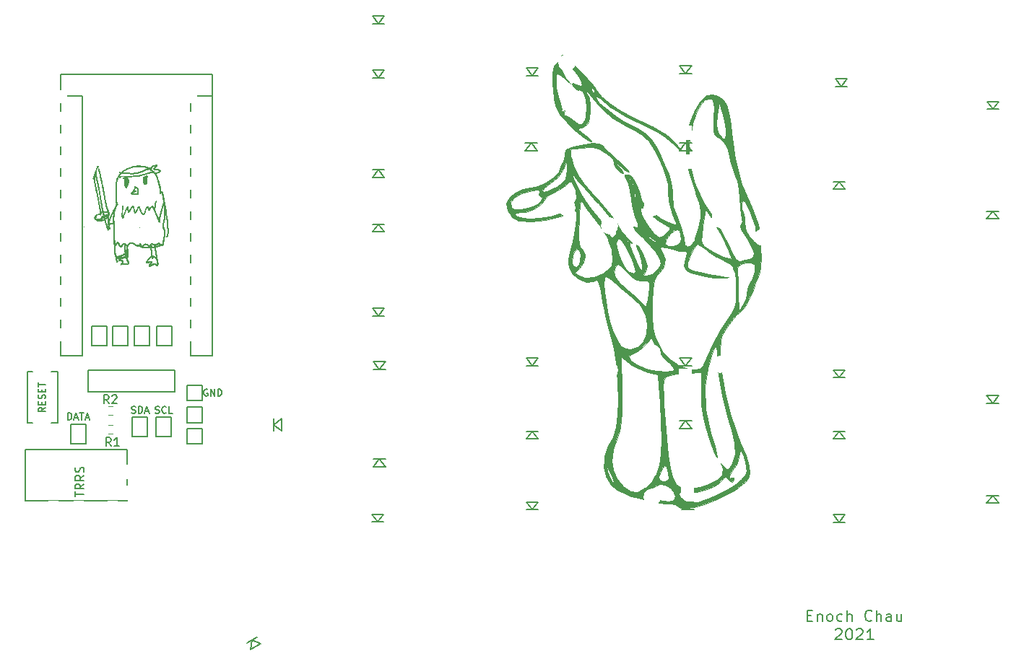
<source format=gto>
G04 #@! TF.GenerationSoftware,KiCad,Pcbnew,5.1.9*
G04 #@! TF.CreationDate,2021-04-09T21:29:26-07:00*
G04 #@! TF.ProjectId,SofleKeyboard,536f666c-654b-4657-9962-6f6172642e6b,rev?*
G04 #@! TF.SameCoordinates,Original*
G04 #@! TF.FileFunction,Legend,Top*
G04 #@! TF.FilePolarity,Positive*
%FSLAX46Y46*%
G04 Gerber Fmt 4.6, Leading zero omitted, Abs format (unit mm)*
G04 Created by KiCad (PCBNEW 5.1.9) date 2021-04-09 21:29:26*
%MOMM*%
%LPD*%
G01*
G04 APERTURE LIST*
%ADD10C,0.200000*%
%ADD11C,0.010000*%
%ADD12C,0.150000*%
%ADD13C,0.120000*%
%ADD14C,0.152400*%
%ADD15R,1.143000X0.635000*%
%ADD16C,4.000000*%
%ADD17C,1.524000*%
%ADD18C,2.000000*%
%ADD19C,1.397000*%
%ADD20R,1.524000X1.524000*%
%ADD21O,2.500000X1.700000*%
%ADD22C,1.200000*%
%ADD23C,0.700000*%
%ADD24C,4.400000*%
%ADD25R,1.500000X1.800000*%
%ADD26C,0.100000*%
%ADD27R,1.800000X1.500000*%
G04 APERTURE END LIST*
D10*
X181990476Y-117332142D02*
X182423809Y-117332142D01*
X182609523Y-118013095D02*
X181990476Y-118013095D01*
X181990476Y-116713095D01*
X182609523Y-116713095D01*
X183166666Y-117146428D02*
X183166666Y-118013095D01*
X183166666Y-117270238D02*
X183228571Y-117208333D01*
X183352380Y-117146428D01*
X183538095Y-117146428D01*
X183661904Y-117208333D01*
X183723809Y-117332142D01*
X183723809Y-118013095D01*
X184528571Y-118013095D02*
X184404761Y-117951190D01*
X184342857Y-117889285D01*
X184280952Y-117765476D01*
X184280952Y-117394047D01*
X184342857Y-117270238D01*
X184404761Y-117208333D01*
X184528571Y-117146428D01*
X184714285Y-117146428D01*
X184838095Y-117208333D01*
X184900000Y-117270238D01*
X184961904Y-117394047D01*
X184961904Y-117765476D01*
X184900000Y-117889285D01*
X184838095Y-117951190D01*
X184714285Y-118013095D01*
X184528571Y-118013095D01*
X186076190Y-117951190D02*
X185952380Y-118013095D01*
X185704761Y-118013095D01*
X185580952Y-117951190D01*
X185519047Y-117889285D01*
X185457142Y-117765476D01*
X185457142Y-117394047D01*
X185519047Y-117270238D01*
X185580952Y-117208333D01*
X185704761Y-117146428D01*
X185952380Y-117146428D01*
X186076190Y-117208333D01*
X186633333Y-118013095D02*
X186633333Y-116713095D01*
X187190476Y-118013095D02*
X187190476Y-117332142D01*
X187128571Y-117208333D01*
X187004761Y-117146428D01*
X186819047Y-117146428D01*
X186695238Y-117208333D01*
X186633333Y-117270238D01*
X189542857Y-117889285D02*
X189480952Y-117951190D01*
X189295238Y-118013095D01*
X189171428Y-118013095D01*
X188985714Y-117951190D01*
X188861904Y-117827380D01*
X188800000Y-117703571D01*
X188738095Y-117455952D01*
X188738095Y-117270238D01*
X188800000Y-117022619D01*
X188861904Y-116898809D01*
X188985714Y-116775000D01*
X189171428Y-116713095D01*
X189295238Y-116713095D01*
X189480952Y-116775000D01*
X189542857Y-116836904D01*
X190100000Y-118013095D02*
X190100000Y-116713095D01*
X190657142Y-118013095D02*
X190657142Y-117332142D01*
X190595238Y-117208333D01*
X190471428Y-117146428D01*
X190285714Y-117146428D01*
X190161904Y-117208333D01*
X190100000Y-117270238D01*
X191833333Y-118013095D02*
X191833333Y-117332142D01*
X191771428Y-117208333D01*
X191647619Y-117146428D01*
X191400000Y-117146428D01*
X191276190Y-117208333D01*
X191833333Y-117951190D02*
X191709523Y-118013095D01*
X191400000Y-118013095D01*
X191276190Y-117951190D01*
X191214285Y-117827380D01*
X191214285Y-117703571D01*
X191276190Y-117579761D01*
X191400000Y-117517857D01*
X191709523Y-117517857D01*
X191833333Y-117455952D01*
X193009523Y-117146428D02*
X193009523Y-118013095D01*
X192452380Y-117146428D02*
X192452380Y-117827380D01*
X192514285Y-117951190D01*
X192638095Y-118013095D01*
X192823809Y-118013095D01*
X192947619Y-117951190D01*
X193009523Y-117889285D01*
X185271428Y-118986904D02*
X185333333Y-118925000D01*
X185457142Y-118863095D01*
X185766666Y-118863095D01*
X185890476Y-118925000D01*
X185952380Y-118986904D01*
X186014285Y-119110714D01*
X186014285Y-119234523D01*
X185952380Y-119420238D01*
X185209523Y-120163095D01*
X186014285Y-120163095D01*
X186819047Y-118863095D02*
X186942857Y-118863095D01*
X187066666Y-118925000D01*
X187128571Y-118986904D01*
X187190476Y-119110714D01*
X187252380Y-119358333D01*
X187252380Y-119667857D01*
X187190476Y-119915476D01*
X187128571Y-120039285D01*
X187066666Y-120101190D01*
X186942857Y-120163095D01*
X186819047Y-120163095D01*
X186695238Y-120101190D01*
X186633333Y-120039285D01*
X186571428Y-119915476D01*
X186509523Y-119667857D01*
X186509523Y-119358333D01*
X186571428Y-119110714D01*
X186633333Y-118986904D01*
X186695238Y-118925000D01*
X186819047Y-118863095D01*
X187747619Y-118986904D02*
X187809523Y-118925000D01*
X187933333Y-118863095D01*
X188242857Y-118863095D01*
X188366666Y-118925000D01*
X188428571Y-118986904D01*
X188490476Y-119110714D01*
X188490476Y-119234523D01*
X188428571Y-119420238D01*
X187685714Y-120163095D01*
X188490476Y-120163095D01*
X189728571Y-120163095D02*
X188985714Y-120163095D01*
X189357142Y-120163095D02*
X189357142Y-118863095D01*
X189233333Y-119048809D01*
X189109523Y-119172619D01*
X188985714Y-119234523D01*
D11*
G36*
X105708350Y-64479563D02*
G01*
X105695055Y-64528025D01*
X105666837Y-64582715D01*
X105622761Y-64645029D01*
X105561892Y-64716365D01*
X105520460Y-64760425D01*
X105482577Y-64800705D01*
X105451715Y-64835633D01*
X105430204Y-64862400D01*
X105420370Y-64878195D01*
X105420498Y-64881064D01*
X105436099Y-64885228D01*
X105465998Y-64889489D01*
X105496325Y-64892325D01*
X105532238Y-64895665D01*
X105559261Y-64899460D01*
X105570080Y-64902305D01*
X105583814Y-64905881D01*
X105613499Y-64911088D01*
X105653829Y-64917036D01*
X105674213Y-64919740D01*
X105724716Y-64928339D01*
X105785386Y-64941939D01*
X105851225Y-64959071D01*
X105917241Y-64978264D01*
X105978436Y-64998048D01*
X106029817Y-65016952D01*
X106066388Y-65033506D01*
X106072376Y-65036947D01*
X106096257Y-65055431D01*
X106105833Y-65077255D01*
X106107163Y-65099243D01*
X106097044Y-65148882D01*
X106068161Y-65199614D01*
X106022732Y-65248265D01*
X105980748Y-65280404D01*
X105944878Y-65301434D01*
X105898831Y-65324338D01*
X105848021Y-65346881D01*
X105797866Y-65366830D01*
X105753781Y-65381949D01*
X105721183Y-65390005D01*
X105713241Y-65390747D01*
X105690752Y-65396782D01*
X105658676Y-65411667D01*
X105624392Y-65431201D01*
X105595282Y-65451182D01*
X105578812Y-65467268D01*
X105573762Y-65476971D01*
X105573060Y-65487288D01*
X105578213Y-65502747D01*
X105590732Y-65527880D01*
X105612065Y-65567109D01*
X105637479Y-65618136D01*
X105667733Y-65686746D01*
X105701784Y-65769937D01*
X105738589Y-65864710D01*
X105777103Y-65968063D01*
X105816282Y-66076996D01*
X105855083Y-66188508D01*
X105892461Y-66299600D01*
X105927374Y-66407270D01*
X105958777Y-66508517D01*
X105985627Y-66600342D01*
X106006879Y-66679744D01*
X106021491Y-66743722D01*
X106021648Y-66744522D01*
X106032136Y-66797153D01*
X106042187Y-66846515D01*
X106050466Y-66886105D01*
X106054620Y-66905078D01*
X106079491Y-67025256D01*
X106102865Y-67160117D01*
X106123703Y-67302940D01*
X106140966Y-67447004D01*
X106145823Y-67494939D01*
X106152368Y-67563880D01*
X106156769Y-67615371D01*
X106158989Y-67653264D01*
X106158991Y-67681413D01*
X106156739Y-67703671D01*
X106152196Y-67723890D01*
X106145326Y-67745923D01*
X106143385Y-67751737D01*
X106128608Y-67789877D01*
X106113914Y-67812210D01*
X106095685Y-67824017D01*
X106093257Y-67824918D01*
X106066935Y-67830219D01*
X106052339Y-67821870D01*
X106048326Y-67797850D01*
X106053752Y-67756137D01*
X106053896Y-67755382D01*
X106059318Y-67714582D01*
X106060642Y-67675738D01*
X106059382Y-67659692D01*
X106056549Y-67635262D01*
X106052786Y-67594668D01*
X106048539Y-67543110D01*
X106044253Y-67485788D01*
X106043312Y-67472377D01*
X106029769Y-67332541D01*
X106007895Y-67177824D01*
X105978605Y-67012648D01*
X105942817Y-66841438D01*
X105901446Y-66668618D01*
X105855409Y-66498613D01*
X105811939Y-66355393D01*
X105759899Y-66196255D01*
X105711713Y-66056189D01*
X105666486Y-65933394D01*
X105623320Y-65826070D01*
X105581317Y-65732414D01*
X105539580Y-65650626D01*
X105497212Y-65578906D01*
X105453316Y-65515451D01*
X105406994Y-65458462D01*
X105357349Y-65406136D01*
X105322858Y-65373759D01*
X105283130Y-65338330D01*
X105254112Y-65315220D01*
X105230459Y-65302589D01*
X105206822Y-65298596D01*
X105177857Y-65301402D01*
X105138217Y-65309168D01*
X105136318Y-65309559D01*
X105073798Y-65323523D01*
X105000017Y-65341804D01*
X104918189Y-65363441D01*
X104831531Y-65387473D01*
X104743257Y-65412937D01*
X104656583Y-65438873D01*
X104574723Y-65464319D01*
X104500893Y-65488314D01*
X104438309Y-65509896D01*
X104390185Y-65528105D01*
X104360641Y-65541483D01*
X104333405Y-65552329D01*
X104298728Y-65561503D01*
X104292878Y-65562624D01*
X104267693Y-65567976D01*
X104226578Y-65577688D01*
X104174282Y-65590597D01*
X104115558Y-65605540D01*
X104084155Y-65613704D01*
X103792000Y-65682952D01*
X103499023Y-65737531D01*
X103201604Y-65777884D01*
X102896121Y-65804454D01*
X102578956Y-65817682D01*
X102400990Y-65819434D01*
X102318143Y-65819597D01*
X102242597Y-65820162D01*
X102176895Y-65821077D01*
X102123579Y-65822291D01*
X102085192Y-65823752D01*
X102064279Y-65825407D01*
X102061146Y-65826376D01*
X102068388Y-65835943D01*
X102088395Y-65857749D01*
X102118594Y-65889102D01*
X102156407Y-65927310D01*
X102183090Y-65953799D01*
X102240368Y-66011993D01*
X102283190Y-66059675D01*
X102313881Y-66099624D01*
X102334765Y-66134624D01*
X102335618Y-66136345D01*
X102348704Y-66164401D01*
X102357364Y-66188783D01*
X102362457Y-66215025D01*
X102364842Y-66248662D01*
X102365377Y-66295229D01*
X102365204Y-66327075D01*
X102363848Y-66383109D01*
X102360177Y-66434808D01*
X102353396Y-66485968D01*
X102342712Y-66540384D01*
X102327331Y-66601852D01*
X102306459Y-66674168D01*
X102279303Y-66761126D01*
X102265415Y-66804215D01*
X102234453Y-66894177D01*
X102205782Y-66964823D01*
X102178180Y-67017953D01*
X102150427Y-67055368D01*
X102121304Y-67078869D01*
X102089589Y-67090258D01*
X102070394Y-67092014D01*
X102038689Y-67082426D01*
X102004713Y-67054919D01*
X101970297Y-67012583D01*
X101937268Y-66958509D01*
X101935309Y-66954386D01*
X102044014Y-66954386D01*
X102044481Y-66961434D01*
X102055794Y-66974652D01*
X102077708Y-66993027D01*
X102095671Y-66992047D01*
X102110468Y-66977328D01*
X102123782Y-66954149D01*
X102123785Y-66940227D01*
X102111086Y-66939257D01*
X102104664Y-66942164D01*
X102076258Y-66951492D01*
X102060191Y-66953245D01*
X102044014Y-66954386D01*
X101935309Y-66954386D01*
X101907456Y-66895790D01*
X101882690Y-66827517D01*
X101864800Y-66756781D01*
X101861631Y-66739170D01*
X101850593Y-66631198D01*
X101850151Y-66512727D01*
X101859942Y-66391646D01*
X101879082Y-66278908D01*
X102296628Y-66278908D01*
X102300545Y-66287719D01*
X102303764Y-66286044D01*
X102305045Y-66273341D01*
X102303764Y-66271773D01*
X102297401Y-66273242D01*
X102296628Y-66278908D01*
X101879082Y-66278908D01*
X101879602Y-66275846D01*
X101883840Y-66257501D01*
X101894935Y-66210505D01*
X101903866Y-66170911D01*
X101909572Y-66143537D01*
X101911101Y-66133781D01*
X101902847Y-66122670D01*
X101881006Y-66104358D01*
X101850276Y-66082776D01*
X101849747Y-66082431D01*
X101814954Y-66056223D01*
X102156315Y-66056223D01*
X102157442Y-66071316D01*
X102160987Y-66079975D01*
X102172546Y-66097257D01*
X102181417Y-66100733D01*
X102183611Y-66088693D01*
X102178539Y-66074888D01*
X102164953Y-66056949D01*
X102156315Y-66056223D01*
X101814954Y-66056223D01*
X101809034Y-66051764D01*
X101773582Y-66017410D01*
X101746883Y-65983567D01*
X101732433Y-65954428D01*
X101731240Y-65940112D01*
X101744794Y-65915532D01*
X101772146Y-65906830D01*
X101812490Y-65914234D01*
X101817324Y-65915910D01*
X101848703Y-65925485D01*
X101870581Y-65925998D01*
X101892752Y-65917663D01*
X101892968Y-65917556D01*
X101912525Y-65909786D01*
X101930026Y-65910450D01*
X101953358Y-65920885D01*
X101970570Y-65930709D01*
X101999872Y-65946246D01*
X102014846Y-65949541D01*
X102018331Y-65943502D01*
X102010760Y-65924334D01*
X102002275Y-65914981D01*
X101988085Y-65891123D01*
X101989515Y-65862538D01*
X102005860Y-65838343D01*
X102008354Y-65836469D01*
X102018286Y-65828207D01*
X102016953Y-65822875D01*
X102001229Y-65819140D01*
X101967989Y-65815666D01*
X101957511Y-65814761D01*
X101920208Y-65812089D01*
X101867588Y-65808988D01*
X101805728Y-65805785D01*
X101740703Y-65802807D01*
X101717700Y-65801853D01*
X101649308Y-65799533D01*
X101597599Y-65799021D01*
X101557908Y-65800553D01*
X101525569Y-65804365D01*
X101495914Y-65810693D01*
X101485076Y-65813610D01*
X101442710Y-65826895D01*
X101416843Y-65839819D01*
X101402913Y-65855866D01*
X101396360Y-65878520D01*
X101395863Y-65881777D01*
X101385721Y-65906650D01*
X101373816Y-65918942D01*
X101351075Y-65922297D01*
X101326372Y-65910116D01*
X101303745Y-65887409D01*
X101287233Y-65859190D01*
X101280876Y-65830471D01*
X101286077Y-65810055D01*
X101300887Y-65796025D01*
X101328846Y-65777338D01*
X101360592Y-65759777D01*
X101424273Y-65727665D01*
X101697218Y-65727665D01*
X101791954Y-65728108D01*
X101898318Y-65729343D01*
X102008479Y-65731231D01*
X102114603Y-65733635D01*
X102208860Y-65736414D01*
X102227054Y-65737056D01*
X102416961Y-65741155D01*
X102592372Y-65738870D01*
X102698019Y-65734142D01*
X102784925Y-65728553D01*
X102881440Y-65721323D01*
X102983920Y-65712811D01*
X103088720Y-65703376D01*
X103192196Y-65693374D01*
X103290702Y-65683166D01*
X103380594Y-65673109D01*
X103458227Y-65663561D01*
X103519957Y-65654881D01*
X103543615Y-65650998D01*
X103605395Y-65639259D01*
X103678768Y-65623936D01*
X103760442Y-65605844D01*
X103847121Y-65585796D01*
X103935510Y-65564609D01*
X104022317Y-65543096D01*
X104104246Y-65522072D01*
X104178002Y-65502352D01*
X104240292Y-65484752D01*
X104287821Y-65470084D01*
X104314709Y-65460298D01*
X104345741Y-65448503D01*
X104388866Y-65433843D01*
X104435553Y-65419198D01*
X104442730Y-65417064D01*
X104496246Y-65400051D01*
X104554157Y-65379730D01*
X104603810Y-65360546D01*
X104637199Y-65348478D01*
X104687002Y-65332787D01*
X104748796Y-65314753D01*
X104818157Y-65295657D01*
X104890664Y-65276780D01*
X104908867Y-65272219D01*
X104975784Y-65255491D01*
X105035445Y-65240380D01*
X105084808Y-65227672D01*
X105120832Y-65218155D01*
X105140475Y-65212614D01*
X105143158Y-65211630D01*
X105140287Y-65201722D01*
X105122942Y-65181626D01*
X105093998Y-65153690D01*
X105056334Y-65120265D01*
X105012826Y-65083700D01*
X104966351Y-65046345D01*
X104919785Y-65010550D01*
X104876006Y-64978664D01*
X104837890Y-64953036D01*
X104808314Y-64936017D01*
X104802363Y-64933286D01*
X104779196Y-64925026D01*
X104760269Y-64924811D01*
X104736907Y-64933745D01*
X104716733Y-64944180D01*
X104658028Y-64969351D01*
X104606351Y-64979155D01*
X104564858Y-64973028D01*
X104562051Y-64971823D01*
X104549198Y-64967723D01*
X104533930Y-64967870D01*
X104512682Y-64973396D01*
X104481893Y-64985430D01*
X104437997Y-65005102D01*
X104397708Y-65023956D01*
X104231656Y-65101320D01*
X104082002Y-65168822D01*
X103946581Y-65227264D01*
X103823227Y-65277447D01*
X103709776Y-65320174D01*
X103604062Y-65356246D01*
X103503922Y-65386465D01*
X103407190Y-65411633D01*
X103311702Y-65432552D01*
X103276021Y-65439419D01*
X103181067Y-65453575D01*
X103069042Y-65464381D01*
X102944042Y-65471700D01*
X102810159Y-65475396D01*
X102671490Y-65475335D01*
X102532128Y-65471380D01*
X102446905Y-65466897D01*
X102385421Y-65463498D01*
X102307143Y-65459873D01*
X102216677Y-65456195D01*
X102118633Y-65452637D01*
X102017619Y-65449373D01*
X101918244Y-65446575D01*
X101884534Y-65445735D01*
X101520606Y-65436997D01*
X101430320Y-65517070D01*
X101361963Y-65579615D01*
X101308249Y-65633961D01*
X101266246Y-65684128D01*
X101233022Y-65734137D01*
X101205643Y-65788008D01*
X101181175Y-65849763D01*
X101175201Y-65866814D01*
X101156559Y-65920950D01*
X101134475Y-65984871D01*
X101112555Y-66048148D01*
X101103279Y-66074862D01*
X101064219Y-66191879D01*
X101033863Y-66293705D01*
X101011143Y-66384196D01*
X100995157Y-66466224D01*
X100978476Y-66568385D01*
X100965043Y-66653277D01*
X100954364Y-66724711D01*
X100945946Y-66786494D01*
X100939296Y-66842437D01*
X100933919Y-66896349D01*
X100929323Y-66952040D01*
X100925809Y-67001412D01*
X100921922Y-67075458D01*
X100919784Y-67153261D01*
X100919309Y-67231161D01*
X100920405Y-67305497D01*
X100922983Y-67372611D01*
X100926955Y-67428842D01*
X100932230Y-67470532D01*
X100937794Y-67492087D01*
X100951763Y-67517111D01*
X100970368Y-67543300D01*
X100992970Y-67571409D01*
X100969943Y-67730239D01*
X100956220Y-67840448D01*
X100946395Y-67952525D01*
X100940668Y-68061565D01*
X100939242Y-68162668D01*
X100942316Y-68250929D01*
X100946694Y-68298057D01*
X100951534Y-68343154D01*
X100956929Y-68403316D01*
X100962368Y-68472230D01*
X100967339Y-68543578D01*
X100969695Y-68581706D01*
X100973982Y-68646021D01*
X100978929Y-68705948D01*
X100984089Y-68756918D01*
X100989011Y-68794359D01*
X100992149Y-68810345D01*
X100999570Y-68849654D01*
X101002417Y-68889146D01*
X101002337Y-68893299D01*
X101003284Y-68920017D01*
X101010618Y-68931423D01*
X101022959Y-68933439D01*
X101044908Y-68941155D01*
X101052108Y-68963768D01*
X101044362Y-69000470D01*
X101041368Y-69008504D01*
X101024979Y-69050225D01*
X101056042Y-69044013D01*
X101080068Y-69044857D01*
X101088062Y-69057041D01*
X101078458Y-69076128D01*
X101070146Y-69084041D01*
X101042649Y-69114566D01*
X101012122Y-69161614D01*
X100981042Y-69221021D01*
X100959096Y-69270607D01*
X100936171Y-69324176D01*
X100909523Y-69383233D01*
X100884813Y-69435240D01*
X100884184Y-69436515D01*
X100857740Y-69495091D01*
X100828553Y-69568472D01*
X100798875Y-69650648D01*
X100770960Y-69735607D01*
X100765826Y-69752275D01*
X100744907Y-69828933D01*
X100723961Y-69920017D01*
X100704410Y-70018599D01*
X100687676Y-70117746D01*
X100680226Y-70169722D01*
X100671626Y-70251657D01*
X100664856Y-70353675D01*
X100659929Y-70474529D01*
X100656856Y-70612972D01*
X100655651Y-70767757D01*
X100656324Y-70937636D01*
X100658890Y-71121362D01*
X100663359Y-71317688D01*
X100667549Y-71459524D01*
X100673231Y-71635843D01*
X100678297Y-71792174D01*
X100682799Y-71929924D01*
X100686791Y-72050502D01*
X100690327Y-72155316D01*
X100693460Y-72245775D01*
X100696243Y-72323286D01*
X100698731Y-72389258D01*
X100700976Y-72445099D01*
X100703032Y-72492218D01*
X100704952Y-72532022D01*
X100706791Y-72565920D01*
X100708600Y-72595320D01*
X100710435Y-72621631D01*
X100712349Y-72646261D01*
X100712864Y-72652547D01*
X100716253Y-72700681D01*
X100719925Y-72765247D01*
X100723648Y-72841277D01*
X100727185Y-72923802D01*
X100730302Y-73007852D01*
X100731679Y-73050505D01*
X100734340Y-73134169D01*
X100736784Y-73199100D01*
X100739278Y-73247966D01*
X100742087Y-73283435D01*
X100745479Y-73308176D01*
X100749719Y-73324857D01*
X100755074Y-73336146D01*
X100760972Y-73343796D01*
X100772369Y-73360773D01*
X100778919Y-73384084D01*
X100781790Y-73419501D01*
X100782232Y-73448915D01*
X100784402Y-73501706D01*
X100791398Y-73539944D01*
X100803239Y-73568163D01*
X100816506Y-73601249D01*
X100826783Y-73643173D01*
X100829814Y-73664496D01*
X100834712Y-73696537D01*
X100841324Y-73717554D01*
X100846270Y-73722499D01*
X100856432Y-73713522D01*
X100873932Y-73690443D01*
X100895464Y-73657735D01*
X100901696Y-73647573D01*
X100930053Y-73605465D01*
X100962218Y-73564947D01*
X100991449Y-73534482D01*
X100992678Y-73533404D01*
X101033841Y-73504093D01*
X101071022Y-73493709D01*
X101109034Y-73502152D01*
X101152691Y-73529322D01*
X101153660Y-73530060D01*
X101173117Y-73546527D01*
X101191000Y-73566139D01*
X101209471Y-73592237D01*
X101230693Y-73628162D01*
X101256825Y-73677254D01*
X101285496Y-73733790D01*
X101328161Y-73816506D01*
X101364016Y-73880361D01*
X101393894Y-73926490D01*
X101418628Y-73956025D01*
X101439054Y-73970102D01*
X101456005Y-73969855D01*
X101458213Y-73968704D01*
X101473024Y-73954823D01*
X101495373Y-73927947D01*
X101521200Y-73893072D01*
X101529907Y-73880492D01*
X101562048Y-73836896D01*
X101602562Y-73787117D01*
X101644342Y-73739762D01*
X101658352Y-73724936D01*
X101695701Y-73687475D01*
X101724107Y-73662693D01*
X101748635Y-73647083D01*
X101774348Y-73637133D01*
X101791491Y-73632645D01*
X101832605Y-73625055D01*
X101868261Y-73624625D01*
X101902187Y-73632972D01*
X101938115Y-73651715D01*
X101979773Y-73682472D01*
X102030892Y-73726860D01*
X102050920Y-73745188D01*
X102103920Y-73790286D01*
X102150141Y-73821994D01*
X102187536Y-73839124D01*
X102214056Y-73840488D01*
X102214894Y-73840186D01*
X102228615Y-73827974D01*
X102247623Y-73802618D01*
X102264613Y-73775068D01*
X102320996Y-73693939D01*
X102389196Y-73629939D01*
X102469837Y-73582741D01*
X102563542Y-73552020D01*
X102670931Y-73537447D01*
X102720037Y-73536064D01*
X102750998Y-73536611D01*
X102777095Y-73539261D01*
X102802987Y-73545512D01*
X102833338Y-73556864D01*
X102872809Y-73574812D01*
X102926061Y-73600856D01*
X102934112Y-73604851D01*
X102993576Y-73635970D01*
X103055017Y-73670813D01*
X103111453Y-73705266D01*
X103155902Y-73735214D01*
X103158422Y-73737063D01*
X103209471Y-73774296D01*
X103249409Y-73800823D01*
X103283980Y-73818678D01*
X103318929Y-73829895D01*
X103360002Y-73836510D01*
X103412945Y-73840557D01*
X103456998Y-73842801D01*
X103517747Y-73846110D01*
X103562683Y-73849965D01*
X103597393Y-73855412D01*
X103627465Y-73863492D01*
X103658488Y-73875250D01*
X103679514Y-73884340D01*
X103716444Y-73900010D01*
X103745149Y-73910904D01*
X103760691Y-73915191D01*
X103762000Y-73914970D01*
X103758967Y-73904692D01*
X103746668Y-73882221D01*
X103732680Y-73859990D01*
X103701229Y-73808987D01*
X103674820Y-73759842D01*
X103655696Y-73717215D01*
X103646099Y-73685765D01*
X103645405Y-73678641D01*
X103652984Y-73652172D01*
X103671311Y-73630397D01*
X103692789Y-73621681D01*
X103719399Y-73631988D01*
X103750629Y-73662549D01*
X103786007Y-73712824D01*
X103812368Y-73758320D01*
X103854628Y-73834115D01*
X103888981Y-73891465D01*
X103916200Y-73931497D01*
X103937059Y-73955336D01*
X103952329Y-73964108D01*
X103953777Y-73964201D01*
X103970261Y-73954873D01*
X103992279Y-73928977D01*
X104009474Y-73902655D01*
X104068680Y-73818086D01*
X104133227Y-73753940D01*
X104204234Y-73709653D01*
X104282820Y-73684660D01*
X104370104Y-73678396D01*
X104440267Y-73685377D01*
X104508842Y-73701118D01*
X104571304Y-73726477D01*
X104632864Y-73764226D01*
X104698733Y-73817137D01*
X104714541Y-73831288D01*
X104761684Y-73872681D01*
X104797305Y-73898625D01*
X104824717Y-73909102D01*
X104847233Y-73904099D01*
X104868166Y-73883598D01*
X104885235Y-73856473D01*
X104993973Y-73856473D01*
X105002809Y-73867311D01*
X105015439Y-73873238D01*
X105053555Y-73892155D01*
X105081269Y-73918944D01*
X105096590Y-73949271D01*
X105097527Y-73978804D01*
X105082090Y-74003211D01*
X105076927Y-74007053D01*
X105063466Y-74016913D01*
X105063883Y-74022557D01*
X105080997Y-74026603D01*
X105101011Y-74029428D01*
X105161523Y-74035908D01*
X105212103Y-74036675D01*
X105263480Y-74031610D01*
X105290126Y-74027325D01*
X105357901Y-74015522D01*
X105357901Y-73955918D01*
X105362009Y-73907387D01*
X105374272Y-73878251D01*
X105375005Y-73877413D01*
X105383665Y-73860201D01*
X105451927Y-73860201D01*
X105457493Y-73893470D01*
X105465566Y-73928531D01*
X105474438Y-73956173D01*
X105481499Y-73970540D01*
X105491840Y-73979848D01*
X105508895Y-73984373D01*
X105536098Y-73984387D01*
X105576883Y-73980167D01*
X105634684Y-73971987D01*
X105647739Y-73970028D01*
X105733920Y-73953828D01*
X105806811Y-73932071D01*
X105874367Y-73901842D01*
X105940932Y-73862566D01*
X105976933Y-73840262D01*
X106006947Y-73823428D01*
X106025856Y-73814878D01*
X106028606Y-73814349D01*
X106045810Y-73808431D01*
X106045748Y-73791446D01*
X106028732Y-73764550D01*
X106009403Y-73742991D01*
X105966262Y-73705241D01*
X105922512Y-73678283D01*
X105883531Y-73665234D01*
X105873907Y-73664496D01*
X105859142Y-73671455D01*
X105833587Y-73690080D01*
X105801682Y-73716994D01*
X105785919Y-73731395D01*
X105739235Y-73775038D01*
X105704294Y-73806404D01*
X105677023Y-73827643D01*
X105653351Y-73840908D01*
X105629206Y-73848349D01*
X105600517Y-73852118D01*
X105563211Y-73854366D01*
X105552090Y-73854941D01*
X105451927Y-73860201D01*
X105383665Y-73860201D01*
X105385646Y-73856266D01*
X105379293Y-73840461D01*
X105363130Y-73835756D01*
X105347597Y-73832065D01*
X105316836Y-73822050D01*
X105275511Y-73807306D01*
X105234740Y-73791926D01*
X105175810Y-73770703D01*
X105130758Y-73757749D01*
X105101837Y-73753675D01*
X105096455Y-73754322D01*
X105077254Y-73764824D01*
X105051959Y-73785492D01*
X105026057Y-73810858D01*
X105005036Y-73835452D01*
X104994381Y-73853804D01*
X104993973Y-73856473D01*
X104885235Y-73856473D01*
X104890828Y-73847585D01*
X104900272Y-73830404D01*
X104927133Y-73786437D01*
X104958690Y-73743182D01*
X104988113Y-73709999D01*
X104988126Y-73709987D01*
X105013805Y-73686267D01*
X105033978Y-73672673D01*
X105056288Y-73666386D01*
X105088377Y-73664591D01*
X105111529Y-73664496D01*
X105156500Y-73667529D01*
X105208083Y-73675604D01*
X105259696Y-73687190D01*
X105304759Y-73700752D01*
X105336690Y-73714759D01*
X105341845Y-73718147D01*
X105361037Y-73726571D01*
X105394733Y-73736437D01*
X105436233Y-73746251D01*
X105478836Y-73754522D01*
X105515842Y-73759760D01*
X105533579Y-73760830D01*
X105575309Y-73755615D01*
X105617510Y-73738641D01*
X105663800Y-73707911D01*
X105717795Y-73661430D01*
X105723639Y-73655951D01*
X105782596Y-73606532D01*
X105835064Y-73576210D01*
X105882708Y-73564287D01*
X105927189Y-73570065D01*
X105927807Y-73570271D01*
X105952698Y-73582597D01*
X105987153Y-73604637D01*
X106024552Y-73632087D01*
X106032237Y-73638197D01*
X106094737Y-73685241D01*
X106148495Y-73717569D01*
X106197818Y-73737441D01*
X106237721Y-73745990D01*
X106268408Y-73749139D01*
X106285752Y-73745572D01*
X106297506Y-73732193D01*
X106304499Y-73719338D01*
X106318248Y-73697061D01*
X106329368Y-73686131D01*
X106330499Y-73685904D01*
X106342422Y-73676755D01*
X106354966Y-73648958D01*
X106368254Y-73601990D01*
X106382410Y-73535327D01*
X106397555Y-73448447D01*
X106413813Y-73340825D01*
X106417229Y-73316624D01*
X106431629Y-73215138D01*
X106444188Y-73130950D01*
X106455647Y-73060108D01*
X106466749Y-72998658D01*
X106478237Y-72942648D01*
X106490853Y-72888126D01*
X106505341Y-72831139D01*
X106515777Y-72792141D01*
X106559343Y-72631584D01*
X106552603Y-72454972D01*
X106548591Y-72363124D01*
X106543903Y-72289138D01*
X106537892Y-72229469D01*
X106529908Y-72180572D01*
X106519302Y-72138903D01*
X106505426Y-72100917D01*
X106487631Y-72063068D01*
X106477293Y-72043514D01*
X106420613Y-71920437D01*
X106377018Y-71786060D01*
X106349887Y-71654568D01*
X106342439Y-71589951D01*
X106340530Y-71528451D01*
X106344740Y-71465983D01*
X106355644Y-71398461D01*
X106373822Y-71321797D01*
X106399850Y-71231907D01*
X106417552Y-71175874D01*
X106442322Y-71088290D01*
X106466366Y-70982211D01*
X106489187Y-70860547D01*
X106510288Y-70726210D01*
X106529173Y-70582111D01*
X106545346Y-70431159D01*
X106546284Y-70421260D01*
X106548585Y-70383142D01*
X106550202Y-70327086D01*
X106551178Y-70255691D01*
X106551555Y-70171553D01*
X106551377Y-70077269D01*
X106550686Y-69975438D01*
X106549526Y-69868657D01*
X106547939Y-69759523D01*
X106545969Y-69650633D01*
X106543659Y-69544584D01*
X106541052Y-69443975D01*
X106538191Y-69351402D01*
X106535119Y-69269463D01*
X106531878Y-69200756D01*
X106528513Y-69147877D01*
X106525066Y-69113424D01*
X106524551Y-69110050D01*
X106518957Y-69074728D01*
X106515117Y-69048240D01*
X106513968Y-69037800D01*
X106505035Y-69031011D01*
X106494932Y-69029772D01*
X106479342Y-69038192D01*
X106466766Y-69065025D01*
X106463803Y-69075263D01*
X106454007Y-69110444D01*
X106441050Y-69155090D01*
X106430518Y-69190329D01*
X106421631Y-69220452D01*
X106408125Y-69267337D01*
X106391100Y-69327114D01*
X106371655Y-69395914D01*
X106350889Y-69469869D01*
X106337987Y-69516057D01*
X106318206Y-69586726D01*
X106300218Y-69650431D01*
X106284843Y-69704308D01*
X106272903Y-69745495D01*
X106265218Y-69771129D01*
X106262714Y-69778475D01*
X106259081Y-69789989D01*
X106250622Y-69819641D01*
X106238037Y-69864888D01*
X106222028Y-69923186D01*
X106203293Y-69991993D01*
X106182535Y-70068765D01*
X106172161Y-70107311D01*
X106124249Y-70289355D01*
X106083693Y-70451553D01*
X106050444Y-70594144D01*
X106024450Y-70717367D01*
X106005663Y-70821462D01*
X105994032Y-70906668D01*
X105989506Y-70973223D01*
X105989437Y-70980994D01*
X105989422Y-71053708D01*
X106029561Y-71050568D01*
X106056555Y-71050350D01*
X106069046Y-71057384D01*
X106073006Y-71070639D01*
X106067591Y-71095428D01*
X106047915Y-71125527D01*
X106044723Y-71129203D01*
X106013134Y-71164557D01*
X105958174Y-71138815D01*
X105919438Y-71116663D01*
X105899552Y-71094712D01*
X105896655Y-71086943D01*
X105892646Y-71050888D01*
X105894606Y-70997826D01*
X105902624Y-70927191D01*
X105916791Y-70838412D01*
X105937198Y-70730922D01*
X105963934Y-70604151D01*
X105995572Y-70464075D01*
X106004659Y-70426523D01*
X106018144Y-70372973D01*
X106035072Y-70307038D01*
X106054487Y-70232329D01*
X106075433Y-70152457D01*
X106096957Y-70071034D01*
X106118102Y-69991671D01*
X106137912Y-69917980D01*
X106155434Y-69853573D01*
X106169711Y-69802061D01*
X106179788Y-69767055D01*
X106181022Y-69762979D01*
X106193854Y-69721119D01*
X106209851Y-69668916D01*
X106225908Y-69616496D01*
X106228579Y-69607775D01*
X106243068Y-69558586D01*
X106256495Y-69509766D01*
X106266417Y-69470268D01*
X106267984Y-69463274D01*
X106276371Y-69428545D01*
X106289864Y-69377514D01*
X106307258Y-69314338D01*
X106327349Y-69243170D01*
X106348932Y-69168167D01*
X106370803Y-69093483D01*
X106391758Y-69023273D01*
X106410593Y-68961694D01*
X106426102Y-68912899D01*
X106435519Y-68885272D01*
X106457228Y-68816140D01*
X106467247Y-68755839D01*
X106465852Y-68696322D01*
X106453316Y-68629541D01*
X106445300Y-68599191D01*
X106405327Y-68440616D01*
X106369630Y-68267353D01*
X106339539Y-68085922D01*
X106337490Y-68071787D01*
X106320511Y-67970476D01*
X106301016Y-67884706D01*
X106279483Y-67816105D01*
X106256388Y-67766299D01*
X106242035Y-67746175D01*
X106224358Y-67718770D01*
X106207657Y-67681252D01*
X106195927Y-67643729D01*
X106192793Y-67621529D01*
X106201860Y-67596860D01*
X106223617Y-67575023D01*
X106249906Y-67563691D01*
X106254649Y-67563358D01*
X106277673Y-67573026D01*
X106304174Y-67599447D01*
X106331890Y-67638754D01*
X106358560Y-67687075D01*
X106381924Y-67740540D01*
X106399721Y-67795280D01*
X106405887Y-67822241D01*
X106437064Y-67975053D01*
X106468203Y-68107695D01*
X106471344Y-68119954D01*
X106483366Y-68170247D01*
X106494478Y-68223090D01*
X106501847Y-68264454D01*
X106508064Y-68302716D01*
X106516953Y-68354112D01*
X106527134Y-68410754D01*
X106533745Y-68446418D01*
X106542152Y-68492144D01*
X106553253Y-68554013D01*
X106566172Y-68627059D01*
X106580032Y-68706318D01*
X106593959Y-68786824D01*
X106599305Y-68817991D01*
X106611664Y-68889631D01*
X106623067Y-68954588D01*
X106632953Y-69009769D01*
X106640766Y-69052080D01*
X106645945Y-69078428D01*
X106647654Y-69085585D01*
X106651688Y-69101820D01*
X106658956Y-69136048D01*
X106668879Y-69185200D01*
X106680876Y-69246203D01*
X106694367Y-69315988D01*
X106708772Y-69391484D01*
X106723511Y-69469619D01*
X106738005Y-69547323D01*
X106751672Y-69621524D01*
X106763933Y-69689153D01*
X106774208Y-69747137D01*
X106781917Y-69792406D01*
X106785715Y-69816498D01*
X106792472Y-69868361D01*
X106799734Y-69933771D01*
X106806693Y-70004904D01*
X106812543Y-70073941D01*
X106813309Y-70084092D01*
X106819579Y-70157829D01*
X106827908Y-70240399D01*
X106837216Y-70321783D01*
X106846424Y-70391962D01*
X106846556Y-70392880D01*
X106855888Y-70452333D01*
X106867863Y-70520717D01*
X106881659Y-70594065D01*
X106896453Y-70668409D01*
X106911423Y-70739784D01*
X106925746Y-70804222D01*
X106938599Y-70857755D01*
X106949160Y-70896417D01*
X106953850Y-70910308D01*
X106959972Y-70932367D01*
X106968005Y-70970346D01*
X106976917Y-71018958D01*
X106985676Y-71072919D01*
X106985868Y-71074189D01*
X106992005Y-71118653D01*
X106996841Y-71163965D01*
X107000523Y-71213417D01*
X107003196Y-71270306D01*
X107005005Y-71337925D01*
X107006096Y-71419570D01*
X107006615Y-71518536D01*
X107006670Y-71545154D01*
X107007113Y-71658689D01*
X107008184Y-71755089D01*
X107010087Y-71838623D01*
X107013031Y-71913559D01*
X107017220Y-71984166D01*
X107022861Y-72054712D01*
X107030160Y-72129466D01*
X107038617Y-72206508D01*
X107043709Y-72272158D01*
X107043018Y-72335542D01*
X107035826Y-72400412D01*
X107021419Y-72470521D01*
X106999078Y-72549624D01*
X106968089Y-72641474D01*
X106942188Y-72711862D01*
X106925579Y-72756598D01*
X106910942Y-72797228D01*
X106900677Y-72827050D01*
X106898469Y-72833994D01*
X106884311Y-72864252D01*
X106863324Y-72891989D01*
X106841076Y-72910802D01*
X106827801Y-72915234D01*
X106816481Y-72906833D01*
X106811578Y-72880689D01*
X106812828Y-72835387D01*
X106812861Y-72834956D01*
X106817048Y-72813658D01*
X106826906Y-72776599D01*
X106841144Y-72728261D01*
X106858472Y-72673126D01*
X106866818Y-72647640D01*
X106892574Y-72569202D01*
X106913108Y-72503124D01*
X106928737Y-72445724D01*
X106939782Y-72393318D01*
X106946561Y-72342222D01*
X106949392Y-72288755D01*
X106948596Y-72229232D01*
X106944490Y-72159971D01*
X106937394Y-72077288D01*
X106927626Y-71977500D01*
X106926128Y-71962600D01*
X106919066Y-71874527D01*
X106914138Y-71771041D01*
X106911286Y-71650295D01*
X106910448Y-71510438D01*
X106910514Y-71480931D01*
X106910429Y-71395737D01*
X106909633Y-71315919D01*
X106908210Y-71244619D01*
X106906244Y-71184981D01*
X106903817Y-71140144D01*
X106901014Y-71113253D01*
X106900712Y-71111652D01*
X106892616Y-71072948D01*
X106880903Y-71018409D01*
X106866685Y-70953076D01*
X106851070Y-70881992D01*
X106835168Y-70810202D01*
X106820088Y-70742747D01*
X106806940Y-70684671D01*
X106802989Y-70667446D01*
X106789585Y-70602077D01*
X106775621Y-70519576D01*
X106760883Y-70418567D01*
X106745156Y-70297670D01*
X106743894Y-70287463D01*
X106741262Y-70262659D01*
X106737308Y-70221044D01*
X106732443Y-70167146D01*
X106727079Y-70105491D01*
X106723005Y-70057244D01*
X106714136Y-69957431D01*
X106705301Y-69873899D01*
X106695749Y-69801535D01*
X106684731Y-69735226D01*
X106671499Y-69669859D01*
X106657117Y-69607775D01*
X106632465Y-69506089D01*
X106638285Y-69880720D01*
X106639722Y-70099281D01*
X106636901Y-70297274D01*
X106629795Y-70475117D01*
X106618377Y-70633228D01*
X106602621Y-70772023D01*
X106582498Y-70891922D01*
X106569281Y-70951096D01*
X106561830Y-70982660D01*
X106551944Y-71026395D01*
X106541604Y-71073522D01*
X106540309Y-71079541D01*
X106529772Y-71123847D01*
X106518598Y-71163290D01*
X106508913Y-71190494D01*
X106507410Y-71193684D01*
X106498100Y-71220340D01*
X106489738Y-71258247D01*
X106485883Y-71284666D01*
X106480466Y-71322010D01*
X106473884Y-71352561D01*
X106469403Y-71365578D01*
X106460605Y-71389847D01*
X106452620Y-71423409D01*
X106446700Y-71458791D01*
X106444093Y-71488519D01*
X106446052Y-71505122D01*
X106446053Y-71505125D01*
X106449306Y-71521000D01*
X106450985Y-71551438D01*
X106450786Y-71586953D01*
X106455471Y-71649513D01*
X106472812Y-71728668D01*
X106502648Y-71823868D01*
X106544820Y-71934561D01*
X106566158Y-71985507D01*
X106590432Y-72048346D01*
X106609702Y-72113510D01*
X106624598Y-72184742D01*
X106635750Y-72265781D01*
X106643786Y-72360369D01*
X106649336Y-72472247D01*
X106649693Y-72482109D01*
X106651945Y-72548750D01*
X106652994Y-72598748D01*
X106652402Y-72636854D01*
X106649733Y-72667820D01*
X106644549Y-72696396D01*
X106636415Y-72727334D01*
X106624892Y-72765384D01*
X106623119Y-72771110D01*
X106591909Y-72879067D01*
X106569053Y-72975852D01*
X106552848Y-73069189D01*
X106546522Y-73118605D01*
X106538723Y-73182936D01*
X106528877Y-73258234D01*
X106517985Y-73337318D01*
X106507046Y-73413008D01*
X106497062Y-73478122D01*
X106492830Y-73503940D01*
X106487994Y-73539709D01*
X106482870Y-73589345D01*
X106478180Y-73645328D01*
X106475577Y-73683680D01*
X106468278Y-73804550D01*
X106434897Y-73821444D01*
X106405854Y-73838201D01*
X106382618Y-73854917D01*
X106382480Y-73855037D01*
X106360398Y-73865337D01*
X106320387Y-73872404D01*
X106270091Y-73876159D01*
X106195447Y-73884437D01*
X106121533Y-73901094D01*
X106055003Y-73924210D01*
X106002509Y-73951867D01*
X105998836Y-73954416D01*
X105945020Y-73986689D01*
X105878555Y-74017453D01*
X105805852Y-74044515D01*
X105733318Y-74065682D01*
X105667363Y-74078761D01*
X105626168Y-74081943D01*
X105587956Y-74083914D01*
X105551676Y-74088683D01*
X105550446Y-74088925D01*
X105515536Y-74095907D01*
X105521869Y-74177230D01*
X105532295Y-74265919D01*
X105549422Y-74361686D01*
X105570955Y-74452185D01*
X105576785Y-74472629D01*
X105585516Y-74507269D01*
X105595568Y-74555117D01*
X105605315Y-74608178D01*
X105609414Y-74633186D01*
X105616283Y-74676954D01*
X105625694Y-74736725D01*
X105636837Y-74807359D01*
X105648901Y-74883716D01*
X105661074Y-74960656D01*
X105663290Y-74974645D01*
X105674203Y-75045076D01*
X105683848Y-75110250D01*
X105691724Y-75166548D01*
X105697332Y-75210348D01*
X105700172Y-75238030D01*
X105700421Y-75243604D01*
X105704635Y-75271400D01*
X105714779Y-75290057D01*
X105714897Y-75290155D01*
X105723402Y-75308100D01*
X105730559Y-75345756D01*
X105736059Y-75401452D01*
X105736411Y-75406531D01*
X105745256Y-75511622D01*
X105756337Y-75598800D01*
X105769481Y-75667010D01*
X105784515Y-75715200D01*
X105788608Y-75724114D01*
X105799935Y-75757238D01*
X105810005Y-75806261D01*
X105818242Y-75865684D01*
X105824069Y-75930009D01*
X105826908Y-75993740D01*
X105826182Y-76051376D01*
X105824911Y-76069862D01*
X105812714Y-76139196D01*
X105790243Y-76191763D01*
X105758144Y-76226653D01*
X105717064Y-76242954D01*
X105701118Y-76244100D01*
X105658615Y-76240674D01*
X105623490Y-76228198D01*
X105589179Y-76203373D01*
X105557425Y-76171890D01*
X105525711Y-76138781D01*
X105500106Y-76116599D01*
X105475718Y-76104322D01*
X105447658Y-76100930D01*
X105411036Y-76105403D01*
X105360963Y-76116721D01*
X105330078Y-76124445D01*
X105248279Y-76147912D01*
X105178754Y-76173643D01*
X105134770Y-76194965D01*
X105101336Y-76213639D01*
X105076056Y-76227305D01*
X105063837Y-76233315D01*
X105063474Y-76233396D01*
X105052918Y-76237614D01*
X105027772Y-76248841D01*
X104992796Y-76264937D01*
X104980107Y-76270860D01*
X104942545Y-76288126D01*
X104912816Y-76301186D01*
X104895885Y-76307878D01*
X104893998Y-76308323D01*
X104882199Y-76313819D01*
X104859613Y-76327673D01*
X104848454Y-76335082D01*
X104805028Y-76357116D01*
X104768902Y-76359540D01*
X104743200Y-76345021D01*
X104730353Y-76321777D01*
X104726380Y-76299021D01*
X104732148Y-76271532D01*
X104747775Y-76231593D01*
X104770739Y-76184222D01*
X104798521Y-76134437D01*
X104828602Y-76087253D01*
X104842482Y-76067851D01*
X104868944Y-76029605D01*
X104898321Y-75982906D01*
X104922097Y-75941719D01*
X104961457Y-75869469D01*
X104922865Y-75869469D01*
X104896132Y-75871436D01*
X104854842Y-75876739D01*
X104805422Y-75884486D01*
X104770539Y-75890675D01*
X104708780Y-75901783D01*
X104640692Y-75913388D01*
X104577560Y-75923588D01*
X104555120Y-75927013D01*
X104507846Y-75933797D01*
X104476805Y-75936996D01*
X104457080Y-75936334D01*
X104443753Y-75931536D01*
X104431908Y-75922330D01*
X104429351Y-75919996D01*
X104412096Y-75898923D01*
X104405418Y-75880983D01*
X104411683Y-75858484D01*
X104429136Y-75821390D01*
X104445525Y-75791567D01*
X104576527Y-75791567D01*
X104580409Y-75797836D01*
X104593518Y-75801147D01*
X104618046Y-75801370D01*
X104656186Y-75798373D01*
X104710129Y-75792023D01*
X104782070Y-75782190D01*
X104817362Y-75777109D01*
X104904049Y-75764766D01*
X104971825Y-75755810D01*
X105022886Y-75750070D01*
X105059432Y-75747370D01*
X105083658Y-75747540D01*
X105097764Y-75750406D01*
X105103305Y-75754624D01*
X105108057Y-75778004D01*
X105103661Y-75813789D01*
X105092101Y-75856099D01*
X105075360Y-75899052D01*
X105055424Y-75936769D01*
X105034278Y-75963369D01*
X105032272Y-75965110D01*
X105018099Y-75985577D01*
X105015381Y-75998149D01*
X105009656Y-76016612D01*
X104994756Y-76045640D01*
X104976945Y-76074285D01*
X104947683Y-76118366D01*
X104930175Y-76147933D01*
X104925674Y-76163769D01*
X104935431Y-76166653D01*
X104960698Y-76157366D01*
X105002726Y-76136690D01*
X105043224Y-76115632D01*
X105095862Y-76090831D01*
X105158510Y-76065589D01*
X105226245Y-76041460D01*
X105294147Y-76020001D01*
X105357292Y-76002769D01*
X105410759Y-75991320D01*
X105449362Y-75987210D01*
X105481967Y-75990605D01*
X105514394Y-76002343D01*
X105551060Y-76024752D01*
X105596379Y-76060162D01*
X105610733Y-76072305D01*
X105642340Y-76098014D01*
X105668772Y-76117077D01*
X105685112Y-76126002D01*
X105686665Y-76126264D01*
X105703510Y-76116416D01*
X105715108Y-76088146D01*
X105721445Y-76043788D01*
X105722503Y-75985679D01*
X105718267Y-75916155D01*
X105708721Y-75837552D01*
X105693849Y-75752205D01*
X105689369Y-75730426D01*
X105677366Y-75675254D01*
X105666342Y-75627241D01*
X105657272Y-75590446D01*
X105651133Y-75568930D01*
X105649712Y-75565502D01*
X105628792Y-75535972D01*
X105596571Y-75496058D01*
X105557082Y-75450317D01*
X105514355Y-75403305D01*
X105472422Y-75359577D01*
X105437577Y-75325765D01*
X105368167Y-75266736D01*
X105307434Y-75225428D01*
X105255959Y-75202177D01*
X105216060Y-75197132D01*
X105191310Y-75202538D01*
X105180535Y-75216689D01*
X105177678Y-75232596D01*
X105174067Y-75264707D01*
X105201217Y-75239269D01*
X105228156Y-75220606D01*
X105247450Y-75219967D01*
X105257959Y-75234985D01*
X105258545Y-75263291D01*
X105248069Y-75302514D01*
X105240453Y-75320890D01*
X105214750Y-75361458D01*
X105183932Y-75381360D01*
X105148161Y-75380502D01*
X105141573Y-75378275D01*
X105125899Y-75369264D01*
X105113278Y-75352885D01*
X105101073Y-75324498D01*
X105088004Y-75283980D01*
X105070549Y-75234717D01*
X105052827Y-75205351D01*
X105032836Y-75194444D01*
X105008574Y-75200555D01*
X104989400Y-75213097D01*
X104964491Y-75236135D01*
X104931412Y-75272743D01*
X104892098Y-75320213D01*
X104848481Y-75375835D01*
X104802496Y-75436901D01*
X104756077Y-75500701D01*
X104711156Y-75564525D01*
X104669667Y-75625666D01*
X104633545Y-75681413D01*
X104604722Y-75729057D01*
X104585132Y-75765890D01*
X104576710Y-75789201D01*
X104576527Y-75791567D01*
X104445525Y-75791567D01*
X104456140Y-75772252D01*
X104491064Y-75713620D01*
X104532274Y-75648043D01*
X104578136Y-75578071D01*
X104627016Y-75506255D01*
X104677282Y-75435145D01*
X104727299Y-75367289D01*
X104769352Y-75312874D01*
X104835464Y-75233470D01*
X104893027Y-75172846D01*
X104942657Y-75130433D01*
X104984967Y-75105663D01*
X104999325Y-75100740D01*
X105020944Y-75091947D01*
X105031129Y-75075967D01*
X105034875Y-75050739D01*
X105034981Y-75020047D01*
X105032033Y-74969866D01*
X105026205Y-74901873D01*
X105017670Y-74817741D01*
X105006602Y-74719147D01*
X104993174Y-74607765D01*
X104977559Y-74485269D01*
X104971668Y-74440518D01*
X104960241Y-74354305D01*
X104951148Y-74286914D01*
X104943795Y-74235960D01*
X104937588Y-74199059D01*
X104934911Y-74187119D01*
X105040834Y-74187119D01*
X105043209Y-74220837D01*
X105048499Y-74263505D01*
X105051337Y-74281839D01*
X105057684Y-74321722D01*
X105063750Y-74362687D01*
X105069901Y-74407717D01*
X105076508Y-74459789D01*
X105083939Y-74521885D01*
X105092563Y-74596983D01*
X105102747Y-74688064D01*
X105112036Y-74772334D01*
X105119405Y-74839301D01*
X105126327Y-74901901D01*
X105132327Y-74955860D01*
X105136930Y-74996899D01*
X105139583Y-75020098D01*
X105144605Y-75048709D01*
X105154743Y-75063063D01*
X105176070Y-75070288D01*
X105183575Y-75071762D01*
X105258084Y-75093204D01*
X105339446Y-75129619D01*
X105422601Y-75178192D01*
X105502486Y-75236110D01*
X105545217Y-75272775D01*
X105573056Y-75296290D01*
X105595044Y-75311206D01*
X105606515Y-75314368D01*
X105606619Y-75314276D01*
X105607339Y-75302013D01*
X105605158Y-75271579D01*
X105600409Y-75225964D01*
X105593422Y-75168161D01*
X105584529Y-75101159D01*
X105577327Y-75050241D01*
X105566258Y-74974796D01*
X105555476Y-74903024D01*
X105545578Y-74838759D01*
X105537159Y-74785838D01*
X105530815Y-74748097D01*
X105528361Y-74734871D01*
X105523056Y-74708160D01*
X105514348Y-74664051D01*
X105502947Y-74606154D01*
X105489563Y-74538080D01*
X105474908Y-74463438D01*
X105463066Y-74403055D01*
X105448291Y-74329118D01*
X105434345Y-74262020D01*
X105421875Y-74204662D01*
X105411526Y-74159942D01*
X105403944Y-74130759D01*
X105400033Y-74120187D01*
X105383509Y-74116337D01*
X105351386Y-74119711D01*
X105334210Y-74123258D01*
X105298976Y-74129457D01*
X105250081Y-74135544D01*
X105195256Y-74140634D01*
X105162910Y-74142832D01*
X105110811Y-74146303D01*
X105076344Y-74150131D01*
X105055739Y-74155114D01*
X105045225Y-74162047D01*
X105041878Y-74168398D01*
X105040834Y-74187119D01*
X104934911Y-74187119D01*
X104931930Y-74173826D01*
X104926229Y-74157877D01*
X104919887Y-74148829D01*
X104912312Y-74144295D01*
X104902908Y-74141893D01*
X104896859Y-74140642D01*
X104879287Y-74139162D01*
X104842870Y-74137943D01*
X104790169Y-74137007D01*
X104723743Y-74136378D01*
X104646154Y-74136079D01*
X104559964Y-74136134D01*
X104467731Y-74136565D01*
X104456027Y-74136645D01*
X104342938Y-74137388D01*
X104248543Y-74137611D01*
X104170130Y-74136945D01*
X104104986Y-74135022D01*
X104050398Y-74131475D01*
X104003655Y-74125936D01*
X103962043Y-74118036D01*
X103922850Y-74107407D01*
X103883362Y-74093682D01*
X103840869Y-74076492D01*
X103792656Y-74055470D01*
X103764141Y-74042775D01*
X103731749Y-74028141D01*
X104053312Y-74028141D01*
X104087465Y-74038740D01*
X104114189Y-74043099D01*
X104154577Y-74045195D01*
X104200971Y-74044698D01*
X104212600Y-74044130D01*
X104251414Y-74042214D01*
X104306750Y-74039898D01*
X104373729Y-74037365D01*
X104447473Y-74034800D01*
X104523105Y-74032383D01*
X104537251Y-74031957D01*
X104770921Y-74024993D01*
X104676400Y-73935218D01*
X104631044Y-73894506D01*
X104585953Y-73858151D01*
X104546512Y-73830324D01*
X104525578Y-73818359D01*
X104466647Y-73797900D01*
X104397857Y-73786130D01*
X104328436Y-73783959D01*
X104267614Y-73792302D01*
X104266118Y-73792698D01*
X104219771Y-73814565D01*
X104171780Y-73854211D01*
X104125302Y-73908550D01*
X104087465Y-73967307D01*
X104053312Y-74028141D01*
X103731749Y-74028141D01*
X103713927Y-74020090D01*
X103670295Y-73999830D01*
X103637233Y-73983886D01*
X103618727Y-73974150D01*
X103616763Y-73972846D01*
X103599849Y-73966974D01*
X103566455Y-73960747D01*
X103521488Y-73954711D01*
X103469856Y-73949413D01*
X103416467Y-73945400D01*
X103366229Y-73943219D01*
X103348743Y-73942984D01*
X103296987Y-73937549D01*
X103245829Y-73920289D01*
X103191263Y-73889314D01*
X103129280Y-73842733D01*
X103120102Y-73835126D01*
X103093459Y-73814968D01*
X103056845Y-73790055D01*
X103014627Y-73763028D01*
X102971171Y-73736529D01*
X102930843Y-73713196D01*
X102898010Y-73695672D01*
X102877038Y-73686596D01*
X102873353Y-73685904D01*
X102858290Y-73680112D01*
X102835700Y-73666051D01*
X102834058Y-73664872D01*
X102789330Y-73641925D01*
X102734021Y-73631503D01*
X102665012Y-73633174D01*
X102632970Y-73637118D01*
X102546574Y-73656859D01*
X102474759Y-73689899D01*
X102414998Y-73738200D01*
X102364767Y-73803725D01*
X102327776Y-73874207D01*
X102308535Y-73913789D01*
X102289278Y-73948211D01*
X102273984Y-73970396D01*
X102273221Y-73971246D01*
X102266363Y-73979476D01*
X102261344Y-73989130D01*
X102258061Y-74003077D01*
X102256413Y-74024189D01*
X102256300Y-74055334D01*
X102257617Y-74099384D01*
X102260265Y-74159207D01*
X102263932Y-74233488D01*
X102269106Y-74318343D01*
X102276608Y-74416942D01*
X102285778Y-74521830D01*
X102295955Y-74625553D01*
X102306479Y-74720658D01*
X102308841Y-74740223D01*
X102322719Y-74862673D01*
X102331682Y-74965227D01*
X102335685Y-75048839D01*
X102334681Y-75114459D01*
X102328626Y-75163038D01*
X102317474Y-75195529D01*
X102301178Y-75212883D01*
X102286008Y-75216540D01*
X102272995Y-75208540D01*
X102250757Y-75186958D01*
X102222804Y-75155421D01*
X102201998Y-75129724D01*
X102170243Y-75091110D01*
X102145133Y-75064640D01*
X102128837Y-75052471D01*
X102124462Y-75052609D01*
X102119174Y-75066583D01*
X102113999Y-75094188D01*
X102109494Y-75129429D01*
X102106213Y-75166308D01*
X102104713Y-75198829D01*
X102105550Y-75220996D01*
X102108274Y-75227244D01*
X102122028Y-75222754D01*
X102145537Y-75211818D01*
X102148018Y-75210546D01*
X102181190Y-75199197D01*
X102212011Y-75198127D01*
X102234107Y-75206813D01*
X102240927Y-75218178D01*
X102236317Y-75236373D01*
X102220783Y-75261732D01*
X102211583Y-75273109D01*
X102191677Y-75300490D01*
X102180089Y-75325539D01*
X102178887Y-75332976D01*
X102183754Y-75363618D01*
X102197479Y-75409521D01*
X102218751Y-75467111D01*
X102246259Y-75532810D01*
X102275553Y-75596523D01*
X102321041Y-75699568D01*
X102352432Y-75790179D01*
X102370574Y-75871254D01*
X102376300Y-75941007D01*
X102375849Y-75982412D01*
X102372434Y-76009286D01*
X102364167Y-76028479D01*
X102349162Y-76046838D01*
X102346305Y-76049847D01*
X102305252Y-76079053D01*
X102248360Y-76100027D01*
X102219906Y-76107008D01*
X102192969Y-76111362D01*
X102162861Y-76113204D01*
X102124893Y-76112643D01*
X102074378Y-76109792D01*
X102016719Y-76105546D01*
X101955833Y-76100326D01*
X101899103Y-76094534D01*
X101851555Y-76088749D01*
X101818215Y-76083551D01*
X101809608Y-76081669D01*
X101755707Y-76075086D01*
X101692728Y-76078751D01*
X101629715Y-76091515D01*
X101577936Y-76111084D01*
X101539972Y-76127044D01*
X101502319Y-76137779D01*
X101486204Y-76140100D01*
X101457397Y-76138714D01*
X101439682Y-76127023D01*
X101430367Y-76113072D01*
X101420732Y-76087759D01*
X101425324Y-76065890D01*
X101446133Y-76044277D01*
X101485150Y-76019731D01*
X101490461Y-76016811D01*
X101524867Y-75994801D01*
X101550532Y-75968566D01*
X101574483Y-75930623D01*
X101578706Y-75922815D01*
X101602796Y-75868774D01*
X101617015Y-75817658D01*
X101620798Y-75773663D01*
X101613580Y-75740983D01*
X101604751Y-75729383D01*
X101582033Y-75717418D01*
X101544523Y-75705055D01*
X101498743Y-75693940D01*
X101451210Y-75685716D01*
X101418921Y-75682472D01*
X101355172Y-75674728D01*
X101296569Y-75660346D01*
X101248996Y-75641075D01*
X101224056Y-75624437D01*
X101203129Y-75602706D01*
X101196319Y-75583417D01*
X101199160Y-75560581D01*
X101214575Y-75527068D01*
X101245912Y-75487349D01*
X101290057Y-75445008D01*
X101321299Y-75419911D01*
X101356829Y-75393152D01*
X101243790Y-75390806D01*
X101187004Y-75388102D01*
X101129129Y-75382812D01*
X101079152Y-75375854D01*
X101059836Y-75372014D01*
X101022538Y-75364610D01*
X100993202Y-75361071D01*
X100978297Y-75362135D01*
X100974275Y-75375498D01*
X100974617Y-75404253D01*
X100978466Y-75443430D01*
X100984968Y-75488061D01*
X100993265Y-75533176D01*
X101002502Y-75573806D01*
X101011822Y-75604981D01*
X101020369Y-75621732D01*
X101023289Y-75623283D01*
X101033539Y-75631767D01*
X101049703Y-75653532D01*
X101061266Y-75672055D01*
X101078852Y-75706535D01*
X101085315Y-75735444D01*
X101083270Y-75768820D01*
X101073165Y-75817076D01*
X101057147Y-75848503D01*
X101032768Y-75867398D01*
X101025325Y-75870575D01*
X100987008Y-75878232D01*
X100960097Y-75867825D01*
X100944749Y-75839433D01*
X100942693Y-75829244D01*
X100931900Y-75765096D01*
X100918387Y-75695740D01*
X100900917Y-75615021D01*
X100890280Y-75568342D01*
X100878497Y-75515256D01*
X100867911Y-75463925D01*
X100859972Y-75421561D01*
X100856942Y-75402434D01*
X100833438Y-75268734D01*
X100832586Y-75265457D01*
X101116178Y-75265457D01*
X101129297Y-75270885D01*
X101135271Y-75272859D01*
X101172576Y-75279546D01*
X101227085Y-75281904D01*
X101295134Y-75280375D01*
X101373058Y-75275400D01*
X101457192Y-75267422D01*
X101543873Y-75256883D01*
X101629435Y-75244225D01*
X101710213Y-75229889D01*
X101782544Y-75214319D01*
X101842763Y-75197955D01*
X101884540Y-75182478D01*
X101913294Y-75177658D01*
X101933481Y-75191440D01*
X101942959Y-75222004D01*
X101943405Y-75232463D01*
X101935856Y-75269608D01*
X101912303Y-75302238D01*
X101871389Y-75331328D01*
X101811754Y-75357850D01*
X101734681Y-75382060D01*
X101671005Y-75400931D01*
X101605924Y-75422807D01*
X101542651Y-75446322D01*
X101484397Y-75470111D01*
X101434372Y-75492810D01*
X101395789Y-75513053D01*
X101371859Y-75529474D01*
X101365421Y-75539030D01*
X101375229Y-75548608D01*
X101401461Y-75558943D01*
X101439252Y-75568516D01*
X101483143Y-75575738D01*
X101540589Y-75586744D01*
X101598325Y-75604442D01*
X101648676Y-75626117D01*
X101679179Y-75645043D01*
X101698819Y-75672536D01*
X101711271Y-75715450D01*
X101716041Y-75768872D01*
X101712632Y-75827886D01*
X101702835Y-75879150D01*
X101694721Y-75914583D01*
X101690621Y-75941174D01*
X101691300Y-75952748D01*
X101704797Y-75956949D01*
X101735844Y-75962378D01*
X101780646Y-75968642D01*
X101835406Y-75975349D01*
X101896328Y-75982105D01*
X101959618Y-75988518D01*
X102021478Y-75994196D01*
X102078113Y-75998746D01*
X102125728Y-76001776D01*
X102160525Y-76002892D01*
X102172797Y-76002550D01*
X102212205Y-75997104D01*
X102246432Y-75988073D01*
X102262170Y-75980874D01*
X102281271Y-75961346D01*
X102282378Y-75940773D01*
X102268362Y-75885224D01*
X102256923Y-75844448D01*
X102246106Y-75812297D01*
X102233959Y-75782622D01*
X102227788Y-75768980D01*
X102205842Y-75719943D01*
X102180537Y-75661085D01*
X102154418Y-75598561D01*
X102130030Y-75538524D01*
X102109916Y-75487131D01*
X102098962Y-75457374D01*
X102081723Y-75408522D01*
X102069494Y-75376383D01*
X102060235Y-75357459D01*
X102051907Y-75348250D01*
X102042471Y-75345257D01*
X102033464Y-75344985D01*
X102009434Y-75337237D01*
X101997806Y-75325227D01*
X101990946Y-75302957D01*
X101983405Y-75261713D01*
X101975507Y-75203906D01*
X101967577Y-75131945D01*
X101959938Y-75048241D01*
X101958970Y-75036462D01*
X101953104Y-74984540D01*
X101945512Y-74953136D01*
X101937003Y-74941710D01*
X101912154Y-74941353D01*
X101873881Y-74954641D01*
X101821366Y-74981920D01*
X101773202Y-75011098D01*
X101690668Y-75058966D01*
X101604990Y-75100948D01*
X101522217Y-75134374D01*
X101448399Y-75156577D01*
X101438266Y-75158818D01*
X101387357Y-75171359D01*
X101332773Y-75187717D01*
X101297994Y-75199971D01*
X101249965Y-75217469D01*
X101197614Y-75234871D01*
X101167383Y-75244031D01*
X101132859Y-75254151D01*
X101116578Y-75260586D01*
X101116178Y-75265457D01*
X100832586Y-75265457D01*
X100800961Y-75143880D01*
X100786077Y-75098799D01*
X100749391Y-74978600D01*
X100725299Y-74862953D01*
X100719092Y-74814971D01*
X100715161Y-74781663D01*
X100708898Y-74734435D01*
X100701282Y-74680515D01*
X100695859Y-74643889D01*
X100689252Y-74590915D01*
X100684082Y-74527668D01*
X100680219Y-74451495D01*
X100677536Y-74359744D01*
X100675904Y-74249765D01*
X100675702Y-74226443D01*
X100672564Y-74030823D01*
X100672089Y-74015137D01*
X100774129Y-74015137D01*
X100774497Y-74088335D01*
X100775113Y-74156869D01*
X100776970Y-74270900D01*
X100780071Y-74371510D01*
X100784314Y-74456532D01*
X100789600Y-74523801D01*
X100793733Y-74558259D01*
X100802059Y-74615627D01*
X100810724Y-74676149D01*
X100818264Y-74729570D01*
X100820487Y-74745575D01*
X100839955Y-74855781D01*
X100866484Y-74951585D01*
X100894709Y-75023873D01*
X100912644Y-75067129D01*
X100928424Y-75110290D01*
X100937515Y-75140003D01*
X100946127Y-75168496D01*
X100955219Y-75180454D01*
X100968879Y-75180440D01*
X100972739Y-75179335D01*
X100998599Y-75172356D01*
X101032389Y-75164407D01*
X101038938Y-75162987D01*
X101072834Y-75154896D01*
X101122433Y-75141948D01*
X101182954Y-75125499D01*
X101249612Y-75106906D01*
X101317627Y-75087526D01*
X101382214Y-75068715D01*
X101438592Y-75051831D01*
X101481979Y-75038230D01*
X101499199Y-75032418D01*
X101579261Y-75000584D01*
X101658624Y-74961409D01*
X101745189Y-74910992D01*
X101745385Y-74910870D01*
X101782516Y-74890076D01*
X102116110Y-74890076D01*
X102176599Y-74951622D01*
X102204828Y-74980147D01*
X102226480Y-75001652D01*
X102237903Y-75012522D01*
X102238784Y-75013169D01*
X102238917Y-75003603D01*
X102237353Y-74979259D01*
X102235938Y-74962326D01*
X102232884Y-74931483D01*
X102227981Y-74885702D01*
X102221921Y-74831299D01*
X102215756Y-74777686D01*
X102208355Y-74710805D01*
X102200905Y-74637196D01*
X102193840Y-74561793D01*
X102187592Y-74489534D01*
X102182594Y-74425351D01*
X102179279Y-74374182D01*
X102178211Y-74349536D01*
X102177094Y-74326305D01*
X102174563Y-74322801D01*
X102169115Y-74337344D01*
X102168638Y-74338833D01*
X102152473Y-74390555D01*
X102142659Y-74425746D01*
X102138478Y-74448080D01*
X102139210Y-74461233D01*
X102143349Y-74468133D01*
X102149014Y-74486931D01*
X102146405Y-74520478D01*
X102145764Y-74524006D01*
X102142012Y-74550833D01*
X102137510Y-74593830D01*
X102132740Y-74647795D01*
X102128186Y-74707524D01*
X102126687Y-74729519D01*
X102116110Y-74890076D01*
X101782516Y-74890076D01*
X101788849Y-74886530D01*
X101833629Y-74865498D01*
X101870722Y-74851961D01*
X101873830Y-74851139D01*
X101906018Y-74842208D01*
X101929267Y-74834189D01*
X101935725Y-74830900D01*
X101937026Y-74818658D01*
X101935722Y-74788553D01*
X101932089Y-74743935D01*
X101926407Y-74688153D01*
X101918953Y-74624556D01*
X101917914Y-74616247D01*
X101909023Y-74542850D01*
X101900618Y-74468272D01*
X101893311Y-74398346D01*
X101887717Y-74338908D01*
X101884791Y-74301369D01*
X101881341Y-74252382D01*
X101876464Y-74188845D01*
X101870700Y-74117526D01*
X101864590Y-74045194D01*
X101861717Y-74012368D01*
X101855787Y-73941456D01*
X101854991Y-73929207D01*
X101965263Y-73929207D01*
X101967099Y-73998647D01*
X101968507Y-74041803D01*
X101972073Y-74123831D01*
X101977451Y-74213552D01*
X101984077Y-74303166D01*
X101991391Y-74384879D01*
X101996854Y-74435166D01*
X102004614Y-74501204D01*
X102011923Y-74566218D01*
X102018154Y-74624446D01*
X102022684Y-74670125D01*
X102024136Y-74686704D01*
X102030180Y-74752572D01*
X102036122Y-74797119D01*
X102042154Y-74820431D01*
X102048465Y-74822593D01*
X102055247Y-74803691D01*
X102062690Y-74763809D01*
X102070445Y-74707387D01*
X102076197Y-74652300D01*
X102080468Y-74594269D01*
X102082488Y-74544230D01*
X102082553Y-74535958D01*
X102083857Y-74502189D01*
X102087491Y-74451825D01*
X102093038Y-74389498D01*
X102100083Y-74319844D01*
X102108208Y-74247496D01*
X102109313Y-74238211D01*
X102117355Y-74169859D01*
X102124431Y-74107403D01*
X102130152Y-74054447D01*
X102134133Y-74014598D01*
X102135986Y-73991460D01*
X102136072Y-73988644D01*
X102128776Y-73966721D01*
X102106117Y-73935917D01*
X102066939Y-73894668D01*
X102066006Y-73893752D01*
X102032472Y-73861122D01*
X102006978Y-73838537D01*
X101988529Y-73827508D01*
X101976129Y-73829548D01*
X101968782Y-73846170D01*
X101965492Y-73878886D01*
X101965263Y-73929207D01*
X101854991Y-73929207D01*
X101852327Y-73888220D01*
X101851293Y-73849077D01*
X101852643Y-73820445D01*
X101856331Y-73798739D01*
X101859012Y-73789447D01*
X101865278Y-73755813D01*
X101856245Y-73736826D01*
X101830855Y-73731291D01*
X101809608Y-73733534D01*
X101783736Y-73745534D01*
X101749974Y-73772159D01*
X101711702Y-73809833D01*
X101672298Y-73854979D01*
X101635142Y-73904020D01*
X101606284Y-73948755D01*
X101568807Y-74004482D01*
X101528147Y-74050681D01*
X101487946Y-74083736D01*
X101454620Y-74099397D01*
X101415847Y-74098525D01*
X101376104Y-74078286D01*
X101338010Y-74040418D01*
X101315283Y-74007016D01*
X101296524Y-73973402D01*
X101271958Y-73926897D01*
X101244941Y-73873958D01*
X101221732Y-73827032D01*
X101194427Y-73774142D01*
X101165064Y-73722641D01*
X101137390Y-73678829D01*
X101117383Y-73651603D01*
X101071907Y-73597288D01*
X101037682Y-73636880D01*
X101014985Y-73667076D01*
X100988847Y-73707620D01*
X100965786Y-73748161D01*
X100932518Y-73805121D01*
X100901723Y-73843314D01*
X100871208Y-73864866D01*
X100838782Y-73871905D01*
X100838234Y-73871911D01*
X100808909Y-73870682D01*
X100787811Y-73867362D01*
X100783157Y-73868287D01*
X100779582Y-73875763D01*
X100776987Y-73891989D01*
X100775278Y-73919161D01*
X100774358Y-73959478D01*
X100774129Y-74015137D01*
X100672089Y-74015137D01*
X100666334Y-73825438D01*
X100657364Y-73618781D01*
X100646002Y-73419351D01*
X100637359Y-73295753D01*
X100633735Y-73235996D01*
X100630651Y-73162278D01*
X100628342Y-73082044D01*
X100627042Y-73002739D01*
X100626843Y-72962404D01*
X100625372Y-72866869D01*
X100621255Y-72768745D01*
X100614940Y-72676626D01*
X100608720Y-72613996D01*
X100600353Y-72527720D01*
X100595168Y-72435408D01*
X100592949Y-72331727D01*
X100593240Y-72230194D01*
X100593418Y-72168611D01*
X100592817Y-72089369D01*
X100591510Y-71996199D01*
X100589571Y-71892832D01*
X100587071Y-71783000D01*
X100584084Y-71670435D01*
X100580683Y-71558866D01*
X100579327Y-71518394D01*
X100572416Y-71297382D01*
X100567630Y-71096303D01*
X100565028Y-70913783D01*
X100564667Y-70748447D01*
X100566604Y-70598921D01*
X100570898Y-70463831D01*
X100577606Y-70341803D01*
X100586785Y-70231461D01*
X100598494Y-70131433D01*
X100612789Y-70040342D01*
X100629728Y-69956817D01*
X100647785Y-69885157D01*
X100660551Y-69837224D01*
X100668251Y-69803202D01*
X100670449Y-69783714D01*
X100666709Y-69779384D01*
X100656593Y-69790833D01*
X100639666Y-69818685D01*
X100615490Y-69863561D01*
X100583629Y-69926086D01*
X100543647Y-70006881D01*
X100500813Y-70094795D01*
X100436540Y-70229344D01*
X100377917Y-70356627D01*
X100322569Y-70482165D01*
X100268116Y-70611480D01*
X100212183Y-70750091D01*
X100152391Y-70903521D01*
X100150983Y-70907186D01*
X100125597Y-70975043D01*
X100107386Y-71028808D01*
X100094858Y-71073963D01*
X100086524Y-71115992D01*
X100080895Y-71160377D01*
X100080172Y-71167787D01*
X100076155Y-71229869D01*
X100077982Y-71272731D01*
X100085982Y-71297841D01*
X100100484Y-71306665D01*
X100111039Y-71305204D01*
X100163290Y-71290327D01*
X100221696Y-71275334D01*
X100282042Y-71261119D01*
X100340112Y-71248578D01*
X100391691Y-71238605D01*
X100432562Y-71232095D01*
X100458510Y-71229942D01*
X100463413Y-71230413D01*
X100503424Y-71244782D01*
X100530799Y-71264908D01*
X100541208Y-71287582D01*
X100541213Y-71288098D01*
X100534751Y-71302709D01*
X100513928Y-71314683D01*
X100476588Y-71324762D01*
X100420577Y-71333687D01*
X100402064Y-71335984D01*
X100352499Y-71343735D01*
X100297732Y-71355304D01*
X100242674Y-71369301D01*
X100192234Y-71384337D01*
X100151320Y-71399021D01*
X100124842Y-71411964D01*
X100119818Y-71415900D01*
X100111627Y-71425030D01*
X100106569Y-71435457D01*
X100104598Y-71451061D01*
X100105668Y-71475721D01*
X100109733Y-71513313D01*
X100116747Y-71567717D01*
X100117911Y-71576513D01*
X100126236Y-71634956D01*
X100135282Y-71691240D01*
X100143973Y-71739057D01*
X100151233Y-71772097D01*
X100151400Y-71772730D01*
X100163118Y-71833425D01*
X100164571Y-71885589D01*
X100156333Y-71926393D01*
X100138978Y-71953007D01*
X100113080Y-71962599D01*
X100112871Y-71962600D01*
X100100406Y-71957660D01*
X100089043Y-71941624D01*
X100078309Y-71912670D01*
X100067733Y-71868974D01*
X100056841Y-71808713D01*
X100045162Y-71730065D01*
X100037250Y-71670736D01*
X100013026Y-71483298D01*
X99965608Y-71477953D01*
X99921745Y-71468509D01*
X99897321Y-71451603D01*
X99891336Y-71426140D01*
X99897323Y-71403291D01*
X99917560Y-71347687D01*
X99936679Y-71287501D01*
X99953226Y-71228157D01*
X99965744Y-71175075D01*
X99972780Y-71133677D01*
X99973788Y-71118363D01*
X99972358Y-71090509D01*
X99968498Y-71046479D01*
X99962719Y-70991306D01*
X99955530Y-70930018D01*
X99951426Y-70897577D01*
X99943004Y-70831393D01*
X99934877Y-70765178D01*
X99927791Y-70705164D01*
X99922491Y-70657585D01*
X99921010Y-70643147D01*
X99915152Y-70593510D01*
X99908920Y-70563299D01*
X99901617Y-70550539D01*
X99892544Y-70553250D01*
X99890205Y-70555770D01*
X99880107Y-70568141D01*
X99860138Y-70592884D01*
X99833799Y-70625656D01*
X99819912Y-70642974D01*
X99781529Y-70688218D01*
X99737097Y-70736645D01*
X99695372Y-70778760D01*
X99690008Y-70783834D01*
X99621970Y-70847481D01*
X99675085Y-71027733D01*
X99695315Y-71095901D01*
X99716268Y-71165675D01*
X99736057Y-71230821D01*
X99752793Y-71285108D01*
X99760076Y-71308277D01*
X99773740Y-71352359D01*
X99784536Y-71389251D01*
X99791014Y-71413886D01*
X99792225Y-71420666D01*
X99797784Y-71435487D01*
X99811985Y-71461997D01*
X99829000Y-71490048D01*
X99863350Y-71550069D01*
X99897438Y-71620570D01*
X99929598Y-71696934D01*
X99958163Y-71774538D01*
X99981465Y-71848764D01*
X99997839Y-71914992D01*
X100005616Y-71968600D01*
X100006026Y-71980659D01*
X100000667Y-72018767D01*
X99986861Y-72048935D01*
X99968017Y-72068942D01*
X99947542Y-72076568D01*
X99928844Y-72069590D01*
X99915331Y-72045789D01*
X99913969Y-72040660D01*
X99906772Y-72017817D01*
X99893356Y-71981457D01*
X99876029Y-71937702D01*
X99866396Y-71914433D01*
X99849625Y-71871604D01*
X99828798Y-71813914D01*
X99805873Y-71747047D01*
X99782812Y-71676687D01*
X99766725Y-71625432D01*
X99743184Y-71548640D01*
X99716871Y-71462584D01*
X99689045Y-71371408D01*
X99660968Y-71279253D01*
X99633900Y-71190260D01*
X99609102Y-71108572D01*
X99587835Y-71038331D01*
X99571359Y-70983679D01*
X99569028Y-70975910D01*
X99558028Y-70942006D01*
X99548323Y-70916843D01*
X99543253Y-70907553D01*
X99530010Y-70907184D01*
X99504187Y-70914381D01*
X99484077Y-70922225D01*
X99451045Y-70934015D01*
X99404385Y-70947582D01*
X99351529Y-70960859D01*
X99320519Y-70967705D01*
X99284151Y-70974944D01*
X99251414Y-70980390D01*
X99218679Y-70984203D01*
X99182316Y-70986546D01*
X99138692Y-70987578D01*
X99084178Y-70987461D01*
X99015144Y-70986355D01*
X98938186Y-70984663D01*
X98854807Y-70982642D01*
X98789785Y-70980736D01*
X98740075Y-70978631D01*
X98702630Y-70976012D01*
X98674405Y-70972565D01*
X98652354Y-70967975D01*
X98633431Y-70961927D01*
X98614590Y-70954108D01*
X98606370Y-70950402D01*
X98542935Y-70916133D01*
X98484869Y-70875269D01*
X98769891Y-70875269D01*
X98770237Y-70882322D01*
X98782120Y-70886238D01*
X98812615Y-70888959D01*
X98862377Y-70890502D01*
X98932058Y-70890884D01*
X99022311Y-70890124D01*
X99046491Y-70889782D01*
X99131429Y-70888356D01*
X99198167Y-70886760D01*
X99249911Y-70884736D01*
X99289867Y-70882020D01*
X99321242Y-70878354D01*
X99347242Y-70873477D01*
X99371074Y-70867128D01*
X99386826Y-70862119D01*
X99442580Y-70840793D01*
X99480070Y-70820121D01*
X99498304Y-70800813D01*
X99496418Y-70783738D01*
X99486499Y-70765646D01*
X99473492Y-70735528D01*
X99465922Y-70715613D01*
X99453761Y-70683957D01*
X99443571Y-70660969D01*
X99439551Y-70654158D01*
X99427821Y-70655580D01*
X99400996Y-70665253D01*
X99362997Y-70681597D01*
X99317744Y-70703032D01*
X99315190Y-70704294D01*
X99259105Y-70730769D01*
X99199667Y-70756705D01*
X99145000Y-70778658D01*
X99112263Y-70790354D01*
X99065356Y-70804752D01*
X99010547Y-70820122D01*
X98952582Y-70835301D01*
X98896210Y-70849125D01*
X98846178Y-70860428D01*
X98807232Y-70868047D01*
X98784217Y-70870817D01*
X98769891Y-70875269D01*
X98484869Y-70875269D01*
X98483092Y-70874019D01*
X98433103Y-70828878D01*
X98406233Y-70796494D01*
X98388857Y-70765746D01*
X98377675Y-70729707D01*
X98370453Y-70680835D01*
X98370215Y-70678440D01*
X98486093Y-70678440D01*
X98496087Y-70708166D01*
X98523231Y-70736077D01*
X98563268Y-70760172D01*
X98611942Y-70778448D01*
X98664995Y-70788903D01*
X98718172Y-70789536D01*
X98721576Y-70789185D01*
X98751763Y-70784669D01*
X98796329Y-70776574D01*
X98848791Y-70766126D01*
X98892836Y-70756737D01*
X98956581Y-70741101D01*
X99022316Y-70722196D01*
X99085783Y-70701526D01*
X99142723Y-70680597D01*
X99188880Y-70660911D01*
X99219995Y-70643973D01*
X99226798Y-70638745D01*
X99236342Y-70626420D01*
X99535215Y-70626420D01*
X99539556Y-70650534D01*
X99550711Y-70680886D01*
X99565397Y-70710777D01*
X99580325Y-70733505D01*
X99592076Y-70742372D01*
X99605082Y-70735028D01*
X99629051Y-70715091D01*
X99660430Y-70685706D01*
X99691798Y-70654066D01*
X99733332Y-70609164D01*
X99771880Y-70564517D01*
X99804823Y-70523464D01*
X99829540Y-70489347D01*
X99843411Y-70465506D01*
X99845469Y-70458132D01*
X99836930Y-70452937D01*
X99813675Y-70457644D01*
X99779248Y-70470984D01*
X99737193Y-70491685D01*
X99711157Y-70506296D01*
X99667329Y-70531938D01*
X99622875Y-70557862D01*
X99587153Y-70578612D01*
X99586058Y-70579246D01*
X99557441Y-70598857D01*
X99539076Y-70617375D01*
X99535215Y-70626420D01*
X99236342Y-70626420D01*
X99239409Y-70622461D01*
X99235229Y-70608649D01*
X99212559Y-70594373D01*
X99197161Y-70587552D01*
X99169629Y-70568436D01*
X99290872Y-70568436D01*
X99293440Y-70594441D01*
X99307984Y-70603306D01*
X99334767Y-70595025D01*
X99374054Y-70569590D01*
X99379129Y-70565761D01*
X99419963Y-70539985D01*
X99454644Y-70528623D01*
X99460227Y-70528297D01*
X99485230Y-70523124D01*
X99491477Y-70507759D01*
X99478910Y-70482434D01*
X99473478Y-70475380D01*
X99454710Y-70452203D01*
X99374468Y-70492926D01*
X99334752Y-70513816D01*
X99310463Y-70529408D01*
X99297575Y-70543337D01*
X99292061Y-70559242D01*
X99290872Y-70568436D01*
X99169629Y-70568436D01*
X99168587Y-70567713D01*
X99158770Y-70541906D01*
X99166868Y-70512769D01*
X99192037Y-70482940D01*
X99233434Y-70455058D01*
X99240708Y-70451345D01*
X99268114Y-70437926D01*
X99288179Y-70428153D01*
X99590432Y-70428153D01*
X99591856Y-70435768D01*
X99601986Y-70450658D01*
X99617751Y-70449955D01*
X99643223Y-70433368D01*
X99645019Y-70431964D01*
X99666934Y-70417048D01*
X99682308Y-70410565D01*
X99682615Y-70410556D01*
X99697063Y-70403106D01*
X99707686Y-70392496D01*
X99716601Y-70379644D01*
X99709546Y-70379385D01*
X99702769Y-70381793D01*
X99676899Y-70387477D01*
X99653972Y-70389149D01*
X99622231Y-70394807D01*
X99599286Y-70409133D01*
X99590432Y-70428153D01*
X99288179Y-70428153D01*
X99305303Y-70419813D01*
X99333469Y-70406143D01*
X99378262Y-70383169D01*
X99405488Y-70364261D01*
X99417429Y-70345465D01*
X99416368Y-70322824D01*
X99404584Y-70292384D01*
X99402134Y-70287115D01*
X99387571Y-70251222D01*
X99371221Y-70203406D01*
X99356088Y-70152609D01*
X99352782Y-70140242D01*
X99340693Y-70097494D01*
X99329004Y-70062570D01*
X99319573Y-70040790D01*
X99316594Y-70036722D01*
X99300110Y-70030884D01*
X99269615Y-70025880D01*
X99240763Y-70023387D01*
X99176762Y-70019869D01*
X99167352Y-70089444D01*
X99159271Y-70130693D01*
X99147837Y-70167223D01*
X99137778Y-70187430D01*
X99123261Y-70216164D01*
X99117614Y-70242749D01*
X99112170Y-70279390D01*
X99098167Y-70300097D01*
X99079100Y-70303412D01*
X99058465Y-70287876D01*
X99048204Y-70271725D01*
X99025911Y-70240705D01*
X98996519Y-70222341D01*
X98958425Y-70216837D01*
X98910029Y-70224398D01*
X98849727Y-70245228D01*
X98775919Y-70279532D01*
X98709253Y-70315047D01*
X98633447Y-70359913D01*
X98575945Y-70400872D01*
X98534505Y-70440041D01*
X98506890Y-70479536D01*
X98490882Y-70521378D01*
X98487864Y-70539409D01*
X98494603Y-70546769D01*
X98516229Y-70547321D01*
X98524707Y-70546838D01*
X98555557Y-70548883D01*
X98567937Y-70560244D01*
X98561879Y-70581441D01*
X98537414Y-70612994D01*
X98529216Y-70621741D01*
X98505848Y-70647959D01*
X98490188Y-70669166D01*
X98486093Y-70678440D01*
X98370215Y-70678440D01*
X98369685Y-70673115D01*
X98367005Y-70633532D01*
X98366997Y-70602919D01*
X98369611Y-70586852D01*
X98370457Y-70585867D01*
X98377572Y-70572016D01*
X98379056Y-70559075D01*
X98383400Y-70539450D01*
X98394901Y-70506976D01*
X98411257Y-70468011D01*
X98414865Y-70460093D01*
X98440389Y-70411997D01*
X98470359Y-70371824D01*
X98508812Y-70335724D01*
X98559781Y-70299847D01*
X98619890Y-70264454D01*
X98712122Y-70215899D01*
X98795812Y-70177567D01*
X98868459Y-70150481D01*
X98927564Y-70135663D01*
X98938590Y-70134141D01*
X98974426Y-70129504D01*
X98995089Y-70123193D01*
X99006697Y-70111321D01*
X99015372Y-70089998D01*
X99017348Y-70084092D01*
X99029067Y-70052216D01*
X99040340Y-70026677D01*
X99042607Y-70022500D01*
X99047188Y-70010904D01*
X99047871Y-70004320D01*
X99420873Y-70004320D01*
X99424663Y-70036121D01*
X99432030Y-70076256D01*
X99433979Y-70085259D01*
X99446410Y-70133459D01*
X99460511Y-70168134D01*
X99479916Y-70197077D01*
X99493226Y-70212360D01*
X99518401Y-70242695D01*
X99538193Y-70271900D01*
X99544993Y-70285435D01*
X99554197Y-70306082D01*
X99560377Y-70314222D01*
X99572082Y-70312200D01*
X99600037Y-70306754D01*
X99639533Y-70298812D01*
X99668858Y-70292815D01*
X99724104Y-70283105D01*
X99781609Y-70275694D01*
X99831663Y-70271752D01*
X99846496Y-70271407D01*
X99920092Y-70271407D01*
X99947687Y-70229708D01*
X99970601Y-70182542D01*
X99974122Y-70136105D01*
X99960184Y-70087629D01*
X99949667Y-70066010D01*
X99936617Y-70049605D01*
X99917322Y-70036498D01*
X99888070Y-70024772D01*
X99845146Y-70012512D01*
X99787197Y-69998358D01*
X99731035Y-69987235D01*
X99670148Y-69978763D01*
X99608384Y-69973060D01*
X99549593Y-69970245D01*
X99497625Y-69970438D01*
X99456330Y-69973756D01*
X99429558Y-69980318D01*
X99421453Y-69987073D01*
X99420873Y-70004320D01*
X99047871Y-70004320D01*
X99048915Y-69994275D01*
X99047415Y-69969789D01*
X99042313Y-69934618D01*
X99033236Y-69885940D01*
X99019810Y-69820927D01*
X99009680Y-69773683D01*
X98994527Y-69703629D01*
X98981314Y-69642337D01*
X98969669Y-69587698D01*
X98959220Y-69537604D01*
X98949595Y-69489948D01*
X98940424Y-69442623D01*
X98931334Y-69393519D01*
X98921954Y-69340531D01*
X98911912Y-69281549D01*
X98900837Y-69214466D01*
X98888356Y-69137175D01*
X98874099Y-69047568D01*
X98857694Y-68943536D01*
X98838768Y-68822973D01*
X98816951Y-68683770D01*
X98812464Y-68655141D01*
X98794089Y-68542832D01*
X98773598Y-68426167D01*
X98751724Y-68308769D01*
X98729200Y-68194258D01*
X98706760Y-68086258D01*
X98685135Y-67988390D01*
X98665059Y-67904277D01*
X98647265Y-67837539D01*
X98646407Y-67834580D01*
X98608598Y-67694832D01*
X98572665Y-67542804D01*
X98540650Y-67387622D01*
X98518643Y-67263736D01*
X98507498Y-67198924D01*
X98493548Y-67122945D01*
X98478621Y-67045530D01*
X98465321Y-66980086D01*
X98452274Y-66917018D01*
X98436750Y-66840432D01*
X98420255Y-66757846D01*
X98404295Y-66676777D01*
X98395630Y-66632132D01*
X98381878Y-66562917D01*
X98367604Y-66494725D01*
X98353961Y-66432819D01*
X98342102Y-66382460D01*
X98334622Y-66353835D01*
X98318158Y-66275049D01*
X98308608Y-66180408D01*
X98307317Y-66153296D01*
X98302839Y-66033036D01*
X98270445Y-66056962D01*
X98238052Y-66080889D01*
X98216691Y-66054532D01*
X98200706Y-66021925D01*
X98200216Y-66001013D01*
X98204827Y-65984555D01*
X98215632Y-65950515D01*
X98220747Y-65934967D01*
X98391579Y-65934967D01*
X98391675Y-65991654D01*
X98393209Y-66064052D01*
X98393371Y-66070185D01*
X98395966Y-66142991D01*
X98400011Y-66209326D01*
X98406095Y-66273530D01*
X98414809Y-66339943D01*
X98426745Y-66412903D01*
X98442492Y-66496751D01*
X98462641Y-66595825D01*
X98469130Y-66626780D01*
X98474961Y-66655283D01*
X98484248Y-66701711D01*
X98496383Y-66762970D01*
X98510756Y-66835969D01*
X98526757Y-66917615D01*
X98543777Y-67004814D01*
X98555609Y-67065634D01*
X98583394Y-67207770D01*
X98607896Y-67331012D01*
X98629596Y-67437540D01*
X98648976Y-67529535D01*
X98666516Y-67609175D01*
X98682698Y-67678641D01*
X98698004Y-67740113D01*
X98712913Y-67795771D01*
X98727908Y-67847795D01*
X98729274Y-67852360D01*
X98745630Y-67912204D01*
X98762868Y-67984205D01*
X98778939Y-68059310D01*
X98791793Y-68128471D01*
X98791815Y-68128599D01*
X98801205Y-68183516D01*
X98809685Y-68230760D01*
X98816512Y-68266374D01*
X98820946Y-68286398D01*
X98821883Y-68289156D01*
X98824718Y-68301399D01*
X98830271Y-68331785D01*
X98838032Y-68377292D01*
X98847495Y-68434900D01*
X98858150Y-68501587D01*
X98865434Y-68548104D01*
X98877350Y-68623668D01*
X98889141Y-68696377D01*
X98900121Y-68762152D01*
X98909604Y-68816912D01*
X98916902Y-68856576D01*
X98919462Y-68869216D01*
X98928836Y-68918787D01*
X98937003Y-68972090D01*
X98940685Y-69003013D01*
X98946948Y-69047190D01*
X98957203Y-69100025D01*
X98968576Y-69147514D01*
X98978266Y-69186927D01*
X98990383Y-69241357D01*
X99003636Y-69304741D01*
X99016738Y-69371011D01*
X99022035Y-69399052D01*
X99036955Y-69474120D01*
X99055167Y-69557903D01*
X99074543Y-69641019D01*
X99092960Y-69714089D01*
X99096027Y-69725516D01*
X99111457Y-69782592D01*
X99125369Y-69834532D01*
X99136553Y-69876781D01*
X99143796Y-69904784D01*
X99145335Y-69911043D01*
X99155058Y-69933138D01*
X99169840Y-69936315D01*
X99190136Y-69930542D01*
X99221672Y-69921705D01*
X99238032Y-69917153D01*
X99260750Y-69910661D01*
X99276001Y-69903588D01*
X99284468Y-69892316D01*
X99286829Y-69873231D01*
X99283765Y-69842717D01*
X99275957Y-69797157D01*
X99268346Y-69756065D01*
X99259396Y-69707159D01*
X99247915Y-69643551D01*
X99235047Y-69571628D01*
X99221937Y-69497777D01*
X99213969Y-69452570D01*
X99201306Y-69380663D01*
X99188185Y-69306446D01*
X99175747Y-69236358D01*
X99165134Y-69176837D01*
X99159872Y-69147514D01*
X99148848Y-69084771D01*
X99136944Y-69014560D01*
X99126187Y-68948903D01*
X99122890Y-68928087D01*
X99113546Y-68869732D01*
X99103192Y-68807259D01*
X99093621Y-68751426D01*
X99090783Y-68735419D01*
X99082439Y-68686551D01*
X99072729Y-68626060D01*
X99063173Y-68563536D01*
X99058575Y-68532048D01*
X99048850Y-68467617D01*
X99037154Y-68395379D01*
X99025441Y-68327257D01*
X99020834Y-68301917D01*
X99009556Y-68239226D01*
X98997528Y-68169069D01*
X98986788Y-68103441D01*
X98983516Y-68082490D01*
X98967258Y-67979589D01*
X98948547Y-67866522D01*
X98927903Y-67746047D01*
X98905842Y-67620922D01*
X98882883Y-67493903D01*
X98859544Y-67367748D01*
X98836344Y-67245214D01*
X98813800Y-67129059D01*
X98792431Y-67022041D01*
X98772754Y-66926917D01*
X98755288Y-66846443D01*
X98740551Y-66783379D01*
X98736134Y-66765929D01*
X98726940Y-66728362D01*
X98715234Y-66677316D01*
X98702711Y-66620302D01*
X98693899Y-66578613D01*
X98680435Y-66513732D01*
X98664932Y-66439132D01*
X98649724Y-66366051D01*
X98641603Y-66327075D01*
X98609152Y-66171168D01*
X98580980Y-66035214D01*
X98556890Y-65918232D01*
X98536687Y-65819242D01*
X98520175Y-65737262D01*
X98507157Y-65671311D01*
X98497438Y-65620409D01*
X98490821Y-65583574D01*
X98487110Y-65559825D01*
X98486093Y-65548933D01*
X98478789Y-65524186D01*
X98464686Y-65515841D01*
X98452730Y-65513801D01*
X98445380Y-65518088D01*
X98441219Y-65532757D01*
X98438832Y-65561863D01*
X98437421Y-65593868D01*
X98434471Y-65624582D01*
X98428031Y-65669430D01*
X98419148Y-65721628D01*
X98411860Y-65759777D01*
X98403061Y-65806395D01*
X98396958Y-65847615D01*
X98393235Y-65888713D01*
X98391579Y-65934967D01*
X98220747Y-65934967D01*
X98231752Y-65901519D01*
X98252312Y-65840190D01*
X98276433Y-65769154D01*
X98303239Y-65691035D01*
X98320184Y-65642035D01*
X98351628Y-65551249D01*
X98372038Y-65492183D01*
X98453982Y-65492183D01*
X98459334Y-65497535D01*
X98464686Y-65492183D01*
X98459334Y-65486831D01*
X98453982Y-65492183D01*
X98372038Y-65492183D01*
X98384058Y-65457398D01*
X98398206Y-65416365D01*
X98476234Y-65416365D01*
X98478202Y-65430247D01*
X98481856Y-65430413D01*
X98484411Y-65416087D01*
X98482701Y-65409898D01*
X98477948Y-65405843D01*
X98476234Y-65416365D01*
X98398206Y-65416365D01*
X98415943Y-65364929D01*
X98445752Y-65278285D01*
X98471954Y-65201913D01*
X98493019Y-65140259D01*
X98497103Y-65128255D01*
X98547244Y-64985420D01*
X98593541Y-64863297D01*
X98635967Y-64761942D01*
X98674498Y-64681409D01*
X98709106Y-64621755D01*
X98739767Y-64583033D01*
X98761189Y-64567276D01*
X98793573Y-64561411D01*
X98819006Y-64574241D01*
X98834997Y-64603523D01*
X98839317Y-64637609D01*
X98837038Y-64655708D01*
X98825879Y-64660373D01*
X98806898Y-64657223D01*
X98793326Y-64654834D01*
X98782515Y-64656538D01*
X98772157Y-64665279D01*
X98759945Y-64684003D01*
X98743572Y-64715654D01*
X98720731Y-64763179D01*
X98715853Y-64773438D01*
X98694315Y-64821590D01*
X98670145Y-64880366D01*
X98644494Y-64946441D01*
X98618518Y-65016493D01*
X98593367Y-65087198D01*
X98570196Y-65155232D01*
X98550157Y-65217273D01*
X98534404Y-65269996D01*
X98524090Y-65310078D01*
X98520367Y-65334196D01*
X98520482Y-65336555D01*
X98531816Y-65360436D01*
X98550316Y-65369263D01*
X98562931Y-65373081D01*
X98570592Y-65380111D01*
X98574273Y-65394734D01*
X98574952Y-65421332D01*
X98573605Y-65464284D01*
X98573291Y-65472349D01*
X98574303Y-65555350D01*
X98583122Y-65633111D01*
X98586036Y-65648363D01*
X98593875Y-65686872D01*
X98604553Y-65740586D01*
X98616923Y-65803675D01*
X98629840Y-65870311D01*
X98636363Y-65904277D01*
X98646478Y-65955846D01*
X98660354Y-66024680D01*
X98677232Y-66107120D01*
X98696355Y-66199507D01*
X98716966Y-66298181D01*
X98738307Y-66399483D01*
X98759318Y-66498335D01*
X98803197Y-66706022D01*
X98845038Y-66908517D01*
X98884367Y-67103386D01*
X98920705Y-67288195D01*
X98953579Y-67460508D01*
X98982511Y-67617890D01*
X99007026Y-67757908D01*
X99015660Y-67809545D01*
X99027852Y-67883131D01*
X99039918Y-67955004D01*
X99051070Y-68020550D01*
X99060523Y-68075154D01*
X99067491Y-68114204D01*
X99068556Y-68119954D01*
X99075036Y-68156170D01*
X99084011Y-68208606D01*
X99094658Y-68272331D01*
X99106153Y-68342417D01*
X99117674Y-68413933D01*
X99117733Y-68414307D01*
X99128152Y-68478199D01*
X99141636Y-68558667D01*
X99157412Y-68651227D01*
X99174709Y-68751395D01*
X99192755Y-68854687D01*
X99210776Y-68956617D01*
X99220020Y-69008365D01*
X99236331Y-69099471D01*
X99251953Y-69187019D01*
X99266353Y-69268001D01*
X99278998Y-69339412D01*
X99289356Y-69398243D01*
X99296894Y-69441488D01*
X99300609Y-69463274D01*
X99309717Y-69516128D01*
X99320516Y-69575651D01*
X99332261Y-69638085D01*
X99344207Y-69699674D01*
X99355610Y-69756659D01*
X99365726Y-69805282D01*
X99373809Y-69841785D01*
X99379117Y-69862410D01*
X99380253Y-69865306D01*
X99392959Y-69869573D01*
X99422154Y-69872942D01*
X99462927Y-69874974D01*
X99492553Y-69875369D01*
X99588552Y-69879330D01*
X99694193Y-69890331D01*
X99799722Y-69907047D01*
X99895381Y-69928156D01*
X99909363Y-69931921D01*
X99958141Y-69943354D01*
X100008341Y-69951779D01*
X100048841Y-69955356D01*
X100084031Y-69957338D01*
X100111138Y-69961276D01*
X100120676Y-69964440D01*
X100133941Y-69983844D01*
X100141250Y-70018670D01*
X100142089Y-70063634D01*
X100135942Y-70113453D01*
X100135449Y-70115938D01*
X100116471Y-70200307D01*
X100097440Y-70264730D01*
X100077814Y-70310663D01*
X100057050Y-70339563D01*
X100049758Y-70345680D01*
X100025823Y-70370081D01*
X100005294Y-70402898D01*
X100001994Y-70410378D01*
X99996378Y-70425975D01*
X99992731Y-70442141D01*
X99991174Y-70462117D01*
X99991830Y-70489143D01*
X99994821Y-70526458D01*
X100000272Y-70577302D01*
X100008303Y-70644914D01*
X100012027Y-70675434D01*
X100020557Y-70743084D01*
X100028744Y-70804324D01*
X100036082Y-70855668D01*
X100042070Y-70893628D01*
X100046203Y-70914718D01*
X100046910Y-70917003D01*
X100052877Y-70917254D01*
X100064310Y-70900753D01*
X100081495Y-70866876D01*
X100104719Y-70814999D01*
X100134267Y-70744495D01*
X100170425Y-70654742D01*
X100192870Y-70597872D01*
X100223577Y-70519864D01*
X100247932Y-70458687D01*
X100267258Y-70411187D01*
X100282876Y-70374211D01*
X100296106Y-70344605D01*
X100308271Y-70319214D01*
X100316104Y-70303726D01*
X100349358Y-70238316D01*
X100387498Y-70161929D01*
X100429628Y-70076460D01*
X100474853Y-69983803D01*
X100522278Y-69885856D01*
X100571009Y-69784514D01*
X100620150Y-69681672D01*
X100668806Y-69579226D01*
X100716083Y-69479071D01*
X100761085Y-69383104D01*
X100802918Y-69293219D01*
X100840686Y-69211313D01*
X100873495Y-69139281D01*
X100900449Y-69079018D01*
X100920654Y-69032421D01*
X100933215Y-69001384D01*
X100937252Y-68988082D01*
X100932199Y-68972680D01*
X100919680Y-68947859D01*
X100915944Y-68941363D01*
X100899402Y-68897002D01*
X100896262Y-68863149D01*
X100894634Y-68826441D01*
X100888622Y-68783550D01*
X100885277Y-68767530D01*
X100881020Y-68740740D01*
X100876282Y-68696316D01*
X100871287Y-68638020D01*
X100866263Y-68569616D01*
X100861435Y-68494866D01*
X100857032Y-68417531D01*
X100853278Y-68341374D01*
X100850400Y-68270157D01*
X100848626Y-68207643D01*
X100848180Y-68157594D01*
X100848234Y-68152065D01*
X100848808Y-68090553D01*
X100849247Y-68011317D01*
X100849550Y-67918039D01*
X100849718Y-67814402D01*
X100849749Y-67704089D01*
X100849644Y-67590783D01*
X100849402Y-67478166D01*
X100849023Y-67369920D01*
X100848507Y-67269730D01*
X100848291Y-67236894D01*
X100847936Y-67133990D01*
X100848714Y-67046607D01*
X100851030Y-66969711D01*
X100855290Y-66898269D01*
X100861900Y-66827245D01*
X100871266Y-66751607D01*
X100883793Y-66666320D01*
X100899887Y-66566350D01*
X100904669Y-66537555D01*
X100943418Y-66344099D01*
X100995403Y-66145185D01*
X101058144Y-65949886D01*
X101086816Y-65871874D01*
X101118517Y-65791034D01*
X101146201Y-65726429D01*
X101172375Y-65673905D01*
X101199551Y-65629311D01*
X101230237Y-65588493D01*
X101266942Y-65547297D01*
X101308177Y-65505500D01*
X101345357Y-65468454D01*
X101376275Y-65436808D01*
X101398083Y-65413539D01*
X101407933Y-65401627D01*
X101408217Y-65400885D01*
X101399460Y-65393121D01*
X101377095Y-65380041D01*
X101360050Y-65371362D01*
X101328541Y-65350885D01*
X101324025Y-65344874D01*
X101627856Y-65344874D01*
X101630692Y-65351079D01*
X101634730Y-65354106D01*
X101648113Y-65356151D01*
X101680503Y-65358421D01*
X101729503Y-65360825D01*
X101792714Y-65363271D01*
X101867739Y-65365669D01*
X101952179Y-65367928D01*
X102043637Y-65369958D01*
X102064433Y-65370364D01*
X102156794Y-65372304D01*
X102242392Y-65374448D01*
X102318878Y-65376712D01*
X102383902Y-65379010D01*
X102435115Y-65381258D01*
X102470168Y-65383372D01*
X102486711Y-65385264D01*
X102487654Y-65385664D01*
X102499759Y-65387369D01*
X102530499Y-65388545D01*
X102577109Y-65389176D01*
X102636822Y-65389247D01*
X102706875Y-65388742D01*
X102784499Y-65387648D01*
X102799705Y-65387375D01*
X102900392Y-65385194D01*
X102983217Y-65382611D01*
X103051724Y-65379394D01*
X103109457Y-65375313D01*
X103159960Y-65370140D01*
X103206777Y-65363644D01*
X103233206Y-65359255D01*
X103295862Y-65347120D01*
X103362683Y-65332176D01*
X103429395Y-65315588D01*
X103491723Y-65298521D01*
X103545392Y-65282138D01*
X103586128Y-65267604D01*
X103608071Y-65257148D01*
X103632067Y-65246800D01*
X103665924Y-65237595D01*
X103677646Y-65235362D01*
X103715096Y-65226347D01*
X103765574Y-65209415D01*
X103830350Y-65184055D01*
X103910694Y-65149753D01*
X104007877Y-65106000D01*
X104068099Y-65078126D01*
X104172738Y-65029288D01*
X104259668Y-64988646D01*
X104330596Y-64955378D01*
X104387230Y-64928662D01*
X104431275Y-64907678D01*
X104464440Y-64891603D01*
X104488432Y-64879617D01*
X104495422Y-64875928D01*
X104908343Y-64875928D01*
X104916433Y-64885266D01*
X104937713Y-64902973D01*
X104967701Y-64925335D01*
X104969890Y-64926894D01*
X105001395Y-64950822D01*
X105043468Y-64984965D01*
X105090939Y-65025026D01*
X105138637Y-65066707D01*
X105145283Y-65072647D01*
X105190299Y-65112740D01*
X105222838Y-65140502D01*
X105246256Y-65158012D01*
X105263907Y-65167348D01*
X105279146Y-65170591D01*
X105295328Y-65169818D01*
X105300932Y-65169105D01*
X105338361Y-65169418D01*
X105359205Y-65181934D01*
X105362519Y-65205744D01*
X105356796Y-65222740D01*
X105352277Y-65235816D01*
X105353272Y-65248665D01*
X105361921Y-65264928D01*
X105380363Y-65288246D01*
X105410737Y-65322259D01*
X105423378Y-65336053D01*
X105467451Y-65382015D01*
X105499466Y-65410761D01*
X105519759Y-65422533D01*
X105528661Y-65417573D01*
X105529161Y-65412831D01*
X105537932Y-65399298D01*
X105560781Y-65379941D01*
X105592514Y-65358254D01*
X105627939Y-65337731D01*
X105661859Y-65321868D01*
X105667516Y-65319738D01*
X105741826Y-65291267D01*
X105813993Y-65260316D01*
X105880794Y-65228555D01*
X105939005Y-65197658D01*
X105985403Y-65169299D01*
X106016765Y-65145149D01*
X106027248Y-65133021D01*
X106027797Y-65121315D01*
X106014416Y-65107805D01*
X105985273Y-65091385D01*
X105938537Y-65070950D01*
X105898440Y-65055211D01*
X105846939Y-65037679D01*
X105789071Y-65022377D01*
X105721724Y-65008741D01*
X105641785Y-64996206D01*
X105546142Y-64984206D01*
X105452513Y-64974239D01*
X105383847Y-64965226D01*
X105334544Y-64953441D01*
X105302646Y-64938034D01*
X105286196Y-64918155D01*
X105282816Y-64900526D01*
X105285916Y-64885646D01*
X105296738Y-64866833D01*
X105317350Y-64841570D01*
X105349813Y-64807341D01*
X105396194Y-64761629D01*
X105398937Y-64758976D01*
X105463257Y-64695351D01*
X105515433Y-64640680D01*
X105554532Y-64596058D01*
X105579618Y-64562582D01*
X105589756Y-64541349D01*
X105589102Y-64535929D01*
X105574851Y-64532326D01*
X105541537Y-64535314D01*
X105490392Y-64544675D01*
X105422647Y-64560192D01*
X105357901Y-64576739D01*
X105313596Y-64590184D01*
X105264312Y-64607848D01*
X105214683Y-64627734D01*
X105169345Y-64647841D01*
X105132933Y-64666173D01*
X105110082Y-64680729D01*
X105105393Y-64685618D01*
X105104957Y-64700928D01*
X105111258Y-64726683D01*
X105113054Y-64731891D01*
X105120677Y-64758705D01*
X105117829Y-64776147D01*
X105107914Y-64789373D01*
X105084277Y-64805573D01*
X105053786Y-64815620D01*
X105025952Y-64822466D01*
X104991838Y-64833996D01*
X104957355Y-64847756D01*
X104928419Y-64861296D01*
X104910941Y-64872163D01*
X104908343Y-64875928D01*
X104495422Y-64875928D01*
X104504956Y-64870897D01*
X104515721Y-64864623D01*
X104522434Y-64859973D01*
X104523851Y-64858824D01*
X104548671Y-64846814D01*
X104563359Y-64844606D01*
X104586576Y-64840113D01*
X104590773Y-64828627D01*
X104575868Y-64813131D01*
X104564402Y-64806408D01*
X104498968Y-64777303D01*
X104416828Y-64748185D01*
X104322649Y-64720212D01*
X104221102Y-64694541D01*
X104116853Y-64672328D01*
X104014573Y-64654732D01*
X103918929Y-64642909D01*
X103897299Y-64641046D01*
X103830575Y-64637034D01*
X103749860Y-64634062D01*
X103659555Y-64632123D01*
X103564064Y-64631211D01*
X103467790Y-64631321D01*
X103375137Y-64632447D01*
X103290507Y-64634582D01*
X103218304Y-64637722D01*
X103162930Y-64641860D01*
X103161376Y-64642020D01*
X103109151Y-64649052D01*
X103047616Y-64659816D01*
X102981682Y-64673182D01*
X102916264Y-64688026D01*
X102856275Y-64703219D01*
X102806628Y-64717636D01*
X102772237Y-64730148D01*
X102767593Y-64732337D01*
X102738511Y-64744990D01*
X102691175Y-64763087D01*
X102627813Y-64785841D01*
X102550650Y-64812467D01*
X102461916Y-64842180D01*
X102383786Y-64867743D01*
X102304993Y-64893719D01*
X102238700Y-64917076D01*
X102181378Y-64939778D01*
X102129494Y-64963789D01*
X102079517Y-64991072D01*
X102027917Y-65023590D01*
X101971163Y-65063307D01*
X101905723Y-65112187D01*
X101828066Y-65172193D01*
X101807745Y-65188056D01*
X101745526Y-65236871D01*
X101698548Y-65274364D01*
X101665051Y-65302222D01*
X101643276Y-65322134D01*
X101631464Y-65335789D01*
X101627856Y-65344874D01*
X101324025Y-65344874D01*
X101312348Y-65329333D01*
X101312900Y-65310125D01*
X101329245Y-65297533D01*
X101348363Y-65296120D01*
X101380825Y-65298803D01*
X101419208Y-65304485D01*
X101456087Y-65312069D01*
X101483835Y-65320376D01*
X101500941Y-65316418D01*
X101532196Y-65296532D01*
X101577638Y-65260692D01*
X101596224Y-65244955D01*
X101644590Y-65204369D01*
X101697329Y-65161596D01*
X101746659Y-65122888D01*
X101772145Y-65103651D01*
X101814849Y-65071409D01*
X101857411Y-65038046D01*
X101892294Y-65009500D01*
X101899891Y-65002976D01*
X101952163Y-64962824D01*
X102017870Y-64920470D01*
X102089946Y-64879885D01*
X102161326Y-64845036D01*
X102224946Y-64819893D01*
X102227054Y-64819202D01*
X102292195Y-64797826D01*
X102371871Y-64771343D01*
X102460393Y-64741669D01*
X102552074Y-64710719D01*
X102641224Y-64680409D01*
X102722157Y-64652655D01*
X102746186Y-64644351D01*
X102837561Y-64613580D01*
X102914200Y-64590007D01*
X102981051Y-64572417D01*
X103043062Y-64559592D01*
X103105180Y-64550315D01*
X103147576Y-64545649D01*
X103203643Y-64541552D01*
X103275731Y-64538386D01*
X103359677Y-64536147D01*
X103451317Y-64534833D01*
X103546487Y-64534441D01*
X103641024Y-64534968D01*
X103730764Y-64536412D01*
X103811543Y-64538770D01*
X103879199Y-64542039D01*
X103928950Y-64546147D01*
X104008256Y-64556591D01*
X104092202Y-64570150D01*
X104176407Y-64585899D01*
X104256491Y-64602912D01*
X104328073Y-64620262D01*
X104386771Y-64637025D01*
X104425490Y-64651072D01*
X104466808Y-64667856D01*
X104505791Y-64681773D01*
X104532702Y-64689484D01*
X104560254Y-64697992D01*
X104598919Y-64713242D01*
X104640813Y-64732100D01*
X104645092Y-64734168D01*
X104687567Y-64753607D01*
X104719275Y-64764056D01*
X104747897Y-64767383D01*
X104775894Y-64765974D01*
X104830760Y-64760797D01*
X104840116Y-64804515D01*
X104848919Y-64832310D01*
X104859655Y-64849103D01*
X104863120Y-64850969D01*
X104869340Y-64850496D01*
X104865796Y-64848263D01*
X104854657Y-64835624D01*
X104858157Y-64814967D01*
X104877010Y-64785074D01*
X104911935Y-64744728D01*
X104948924Y-64707056D01*
X105034434Y-64630403D01*
X105116384Y-64572724D01*
X105197175Y-64532428D01*
X105230941Y-64520431D01*
X105309400Y-64496053D01*
X105371865Y-64477585D01*
X105422621Y-64464087D01*
X105465956Y-64454617D01*
X105506157Y-64448234D01*
X105547510Y-64443995D01*
X105592348Y-64441067D01*
X105714406Y-64434413D01*
X105708350Y-64479563D01*
G37*
X105708350Y-64479563D02*
X105695055Y-64528025D01*
X105666837Y-64582715D01*
X105622761Y-64645029D01*
X105561892Y-64716365D01*
X105520460Y-64760425D01*
X105482577Y-64800705D01*
X105451715Y-64835633D01*
X105430204Y-64862400D01*
X105420370Y-64878195D01*
X105420498Y-64881064D01*
X105436099Y-64885228D01*
X105465998Y-64889489D01*
X105496325Y-64892325D01*
X105532238Y-64895665D01*
X105559261Y-64899460D01*
X105570080Y-64902305D01*
X105583814Y-64905881D01*
X105613499Y-64911088D01*
X105653829Y-64917036D01*
X105674213Y-64919740D01*
X105724716Y-64928339D01*
X105785386Y-64941939D01*
X105851225Y-64959071D01*
X105917241Y-64978264D01*
X105978436Y-64998048D01*
X106029817Y-65016952D01*
X106066388Y-65033506D01*
X106072376Y-65036947D01*
X106096257Y-65055431D01*
X106105833Y-65077255D01*
X106107163Y-65099243D01*
X106097044Y-65148882D01*
X106068161Y-65199614D01*
X106022732Y-65248265D01*
X105980748Y-65280404D01*
X105944878Y-65301434D01*
X105898831Y-65324338D01*
X105848021Y-65346881D01*
X105797866Y-65366830D01*
X105753781Y-65381949D01*
X105721183Y-65390005D01*
X105713241Y-65390747D01*
X105690752Y-65396782D01*
X105658676Y-65411667D01*
X105624392Y-65431201D01*
X105595282Y-65451182D01*
X105578812Y-65467268D01*
X105573762Y-65476971D01*
X105573060Y-65487288D01*
X105578213Y-65502747D01*
X105590732Y-65527880D01*
X105612065Y-65567109D01*
X105637479Y-65618136D01*
X105667733Y-65686746D01*
X105701784Y-65769937D01*
X105738589Y-65864710D01*
X105777103Y-65968063D01*
X105816282Y-66076996D01*
X105855083Y-66188508D01*
X105892461Y-66299600D01*
X105927374Y-66407270D01*
X105958777Y-66508517D01*
X105985627Y-66600342D01*
X106006879Y-66679744D01*
X106021491Y-66743722D01*
X106021648Y-66744522D01*
X106032136Y-66797153D01*
X106042187Y-66846515D01*
X106050466Y-66886105D01*
X106054620Y-66905078D01*
X106079491Y-67025256D01*
X106102865Y-67160117D01*
X106123703Y-67302940D01*
X106140966Y-67447004D01*
X106145823Y-67494939D01*
X106152368Y-67563880D01*
X106156769Y-67615371D01*
X106158989Y-67653264D01*
X106158991Y-67681413D01*
X106156739Y-67703671D01*
X106152196Y-67723890D01*
X106145326Y-67745923D01*
X106143385Y-67751737D01*
X106128608Y-67789877D01*
X106113914Y-67812210D01*
X106095685Y-67824017D01*
X106093257Y-67824918D01*
X106066935Y-67830219D01*
X106052339Y-67821870D01*
X106048326Y-67797850D01*
X106053752Y-67756137D01*
X106053896Y-67755382D01*
X106059318Y-67714582D01*
X106060642Y-67675738D01*
X106059382Y-67659692D01*
X106056549Y-67635262D01*
X106052786Y-67594668D01*
X106048539Y-67543110D01*
X106044253Y-67485788D01*
X106043312Y-67472377D01*
X106029769Y-67332541D01*
X106007895Y-67177824D01*
X105978605Y-67012648D01*
X105942817Y-66841438D01*
X105901446Y-66668618D01*
X105855409Y-66498613D01*
X105811939Y-66355393D01*
X105759899Y-66196255D01*
X105711713Y-66056189D01*
X105666486Y-65933394D01*
X105623320Y-65826070D01*
X105581317Y-65732414D01*
X105539580Y-65650626D01*
X105497212Y-65578906D01*
X105453316Y-65515451D01*
X105406994Y-65458462D01*
X105357349Y-65406136D01*
X105322858Y-65373759D01*
X105283130Y-65338330D01*
X105254112Y-65315220D01*
X105230459Y-65302589D01*
X105206822Y-65298596D01*
X105177857Y-65301402D01*
X105138217Y-65309168D01*
X105136318Y-65309559D01*
X105073798Y-65323523D01*
X105000017Y-65341804D01*
X104918189Y-65363441D01*
X104831531Y-65387473D01*
X104743257Y-65412937D01*
X104656583Y-65438873D01*
X104574723Y-65464319D01*
X104500893Y-65488314D01*
X104438309Y-65509896D01*
X104390185Y-65528105D01*
X104360641Y-65541483D01*
X104333405Y-65552329D01*
X104298728Y-65561503D01*
X104292878Y-65562624D01*
X104267693Y-65567976D01*
X104226578Y-65577688D01*
X104174282Y-65590597D01*
X104115558Y-65605540D01*
X104084155Y-65613704D01*
X103792000Y-65682952D01*
X103499023Y-65737531D01*
X103201604Y-65777884D01*
X102896121Y-65804454D01*
X102578956Y-65817682D01*
X102400990Y-65819434D01*
X102318143Y-65819597D01*
X102242597Y-65820162D01*
X102176895Y-65821077D01*
X102123579Y-65822291D01*
X102085192Y-65823752D01*
X102064279Y-65825407D01*
X102061146Y-65826376D01*
X102068388Y-65835943D01*
X102088395Y-65857749D01*
X102118594Y-65889102D01*
X102156407Y-65927310D01*
X102183090Y-65953799D01*
X102240368Y-66011993D01*
X102283190Y-66059675D01*
X102313881Y-66099624D01*
X102334765Y-66134624D01*
X102335618Y-66136345D01*
X102348704Y-66164401D01*
X102357364Y-66188783D01*
X102362457Y-66215025D01*
X102364842Y-66248662D01*
X102365377Y-66295229D01*
X102365204Y-66327075D01*
X102363848Y-66383109D01*
X102360177Y-66434808D01*
X102353396Y-66485968D01*
X102342712Y-66540384D01*
X102327331Y-66601852D01*
X102306459Y-66674168D01*
X102279303Y-66761126D01*
X102265415Y-66804215D01*
X102234453Y-66894177D01*
X102205782Y-66964823D01*
X102178180Y-67017953D01*
X102150427Y-67055368D01*
X102121304Y-67078869D01*
X102089589Y-67090258D01*
X102070394Y-67092014D01*
X102038689Y-67082426D01*
X102004713Y-67054919D01*
X101970297Y-67012583D01*
X101937268Y-66958509D01*
X101935309Y-66954386D01*
X102044014Y-66954386D01*
X102044481Y-66961434D01*
X102055794Y-66974652D01*
X102077708Y-66993027D01*
X102095671Y-66992047D01*
X102110468Y-66977328D01*
X102123782Y-66954149D01*
X102123785Y-66940227D01*
X102111086Y-66939257D01*
X102104664Y-66942164D01*
X102076258Y-66951492D01*
X102060191Y-66953245D01*
X102044014Y-66954386D01*
X101935309Y-66954386D01*
X101907456Y-66895790D01*
X101882690Y-66827517D01*
X101864800Y-66756781D01*
X101861631Y-66739170D01*
X101850593Y-66631198D01*
X101850151Y-66512727D01*
X101859942Y-66391646D01*
X101879082Y-66278908D01*
X102296628Y-66278908D01*
X102300545Y-66287719D01*
X102303764Y-66286044D01*
X102305045Y-66273341D01*
X102303764Y-66271773D01*
X102297401Y-66273242D01*
X102296628Y-66278908D01*
X101879082Y-66278908D01*
X101879602Y-66275846D01*
X101883840Y-66257501D01*
X101894935Y-66210505D01*
X101903866Y-66170911D01*
X101909572Y-66143537D01*
X101911101Y-66133781D01*
X101902847Y-66122670D01*
X101881006Y-66104358D01*
X101850276Y-66082776D01*
X101849747Y-66082431D01*
X101814954Y-66056223D01*
X102156315Y-66056223D01*
X102157442Y-66071316D01*
X102160987Y-66079975D01*
X102172546Y-66097257D01*
X102181417Y-66100733D01*
X102183611Y-66088693D01*
X102178539Y-66074888D01*
X102164953Y-66056949D01*
X102156315Y-66056223D01*
X101814954Y-66056223D01*
X101809034Y-66051764D01*
X101773582Y-66017410D01*
X101746883Y-65983567D01*
X101732433Y-65954428D01*
X101731240Y-65940112D01*
X101744794Y-65915532D01*
X101772146Y-65906830D01*
X101812490Y-65914234D01*
X101817324Y-65915910D01*
X101848703Y-65925485D01*
X101870581Y-65925998D01*
X101892752Y-65917663D01*
X101892968Y-65917556D01*
X101912525Y-65909786D01*
X101930026Y-65910450D01*
X101953358Y-65920885D01*
X101970570Y-65930709D01*
X101999872Y-65946246D01*
X102014846Y-65949541D01*
X102018331Y-65943502D01*
X102010760Y-65924334D01*
X102002275Y-65914981D01*
X101988085Y-65891123D01*
X101989515Y-65862538D01*
X102005860Y-65838343D01*
X102008354Y-65836469D01*
X102018286Y-65828207D01*
X102016953Y-65822875D01*
X102001229Y-65819140D01*
X101967989Y-65815666D01*
X101957511Y-65814761D01*
X101920208Y-65812089D01*
X101867588Y-65808988D01*
X101805728Y-65805785D01*
X101740703Y-65802807D01*
X101717700Y-65801853D01*
X101649308Y-65799533D01*
X101597599Y-65799021D01*
X101557908Y-65800553D01*
X101525569Y-65804365D01*
X101495914Y-65810693D01*
X101485076Y-65813610D01*
X101442710Y-65826895D01*
X101416843Y-65839819D01*
X101402913Y-65855866D01*
X101396360Y-65878520D01*
X101395863Y-65881777D01*
X101385721Y-65906650D01*
X101373816Y-65918942D01*
X101351075Y-65922297D01*
X101326372Y-65910116D01*
X101303745Y-65887409D01*
X101287233Y-65859190D01*
X101280876Y-65830471D01*
X101286077Y-65810055D01*
X101300887Y-65796025D01*
X101328846Y-65777338D01*
X101360592Y-65759777D01*
X101424273Y-65727665D01*
X101697218Y-65727665D01*
X101791954Y-65728108D01*
X101898318Y-65729343D01*
X102008479Y-65731231D01*
X102114603Y-65733635D01*
X102208860Y-65736414D01*
X102227054Y-65737056D01*
X102416961Y-65741155D01*
X102592372Y-65738870D01*
X102698019Y-65734142D01*
X102784925Y-65728553D01*
X102881440Y-65721323D01*
X102983920Y-65712811D01*
X103088720Y-65703376D01*
X103192196Y-65693374D01*
X103290702Y-65683166D01*
X103380594Y-65673109D01*
X103458227Y-65663561D01*
X103519957Y-65654881D01*
X103543615Y-65650998D01*
X103605395Y-65639259D01*
X103678768Y-65623936D01*
X103760442Y-65605844D01*
X103847121Y-65585796D01*
X103935510Y-65564609D01*
X104022317Y-65543096D01*
X104104246Y-65522072D01*
X104178002Y-65502352D01*
X104240292Y-65484752D01*
X104287821Y-65470084D01*
X104314709Y-65460298D01*
X104345741Y-65448503D01*
X104388866Y-65433843D01*
X104435553Y-65419198D01*
X104442730Y-65417064D01*
X104496246Y-65400051D01*
X104554157Y-65379730D01*
X104603810Y-65360546D01*
X104637199Y-65348478D01*
X104687002Y-65332787D01*
X104748796Y-65314753D01*
X104818157Y-65295657D01*
X104890664Y-65276780D01*
X104908867Y-65272219D01*
X104975784Y-65255491D01*
X105035445Y-65240380D01*
X105084808Y-65227672D01*
X105120832Y-65218155D01*
X105140475Y-65212614D01*
X105143158Y-65211630D01*
X105140287Y-65201722D01*
X105122942Y-65181626D01*
X105093998Y-65153690D01*
X105056334Y-65120265D01*
X105012826Y-65083700D01*
X104966351Y-65046345D01*
X104919785Y-65010550D01*
X104876006Y-64978664D01*
X104837890Y-64953036D01*
X104808314Y-64936017D01*
X104802363Y-64933286D01*
X104779196Y-64925026D01*
X104760269Y-64924811D01*
X104736907Y-64933745D01*
X104716733Y-64944180D01*
X104658028Y-64969351D01*
X104606351Y-64979155D01*
X104564858Y-64973028D01*
X104562051Y-64971823D01*
X104549198Y-64967723D01*
X104533930Y-64967870D01*
X104512682Y-64973396D01*
X104481893Y-64985430D01*
X104437997Y-65005102D01*
X104397708Y-65023956D01*
X104231656Y-65101320D01*
X104082002Y-65168822D01*
X103946581Y-65227264D01*
X103823227Y-65277447D01*
X103709776Y-65320174D01*
X103604062Y-65356246D01*
X103503922Y-65386465D01*
X103407190Y-65411633D01*
X103311702Y-65432552D01*
X103276021Y-65439419D01*
X103181067Y-65453575D01*
X103069042Y-65464381D01*
X102944042Y-65471700D01*
X102810159Y-65475396D01*
X102671490Y-65475335D01*
X102532128Y-65471380D01*
X102446905Y-65466897D01*
X102385421Y-65463498D01*
X102307143Y-65459873D01*
X102216677Y-65456195D01*
X102118633Y-65452637D01*
X102017619Y-65449373D01*
X101918244Y-65446575D01*
X101884534Y-65445735D01*
X101520606Y-65436997D01*
X101430320Y-65517070D01*
X101361963Y-65579615D01*
X101308249Y-65633961D01*
X101266246Y-65684128D01*
X101233022Y-65734137D01*
X101205643Y-65788008D01*
X101181175Y-65849763D01*
X101175201Y-65866814D01*
X101156559Y-65920950D01*
X101134475Y-65984871D01*
X101112555Y-66048148D01*
X101103279Y-66074862D01*
X101064219Y-66191879D01*
X101033863Y-66293705D01*
X101011143Y-66384196D01*
X100995157Y-66466224D01*
X100978476Y-66568385D01*
X100965043Y-66653277D01*
X100954364Y-66724711D01*
X100945946Y-66786494D01*
X100939296Y-66842437D01*
X100933919Y-66896349D01*
X100929323Y-66952040D01*
X100925809Y-67001412D01*
X100921922Y-67075458D01*
X100919784Y-67153261D01*
X100919309Y-67231161D01*
X100920405Y-67305497D01*
X100922983Y-67372611D01*
X100926955Y-67428842D01*
X100932230Y-67470532D01*
X100937794Y-67492087D01*
X100951763Y-67517111D01*
X100970368Y-67543300D01*
X100992970Y-67571409D01*
X100969943Y-67730239D01*
X100956220Y-67840448D01*
X100946395Y-67952525D01*
X100940668Y-68061565D01*
X100939242Y-68162668D01*
X100942316Y-68250929D01*
X100946694Y-68298057D01*
X100951534Y-68343154D01*
X100956929Y-68403316D01*
X100962368Y-68472230D01*
X100967339Y-68543578D01*
X100969695Y-68581706D01*
X100973982Y-68646021D01*
X100978929Y-68705948D01*
X100984089Y-68756918D01*
X100989011Y-68794359D01*
X100992149Y-68810345D01*
X100999570Y-68849654D01*
X101002417Y-68889146D01*
X101002337Y-68893299D01*
X101003284Y-68920017D01*
X101010618Y-68931423D01*
X101022959Y-68933439D01*
X101044908Y-68941155D01*
X101052108Y-68963768D01*
X101044362Y-69000470D01*
X101041368Y-69008504D01*
X101024979Y-69050225D01*
X101056042Y-69044013D01*
X101080068Y-69044857D01*
X101088062Y-69057041D01*
X101078458Y-69076128D01*
X101070146Y-69084041D01*
X101042649Y-69114566D01*
X101012122Y-69161614D01*
X100981042Y-69221021D01*
X100959096Y-69270607D01*
X100936171Y-69324176D01*
X100909523Y-69383233D01*
X100884813Y-69435240D01*
X100884184Y-69436515D01*
X100857740Y-69495091D01*
X100828553Y-69568472D01*
X100798875Y-69650648D01*
X100770960Y-69735607D01*
X100765826Y-69752275D01*
X100744907Y-69828933D01*
X100723961Y-69920017D01*
X100704410Y-70018599D01*
X100687676Y-70117746D01*
X100680226Y-70169722D01*
X100671626Y-70251657D01*
X100664856Y-70353675D01*
X100659929Y-70474529D01*
X100656856Y-70612972D01*
X100655651Y-70767757D01*
X100656324Y-70937636D01*
X100658890Y-71121362D01*
X100663359Y-71317688D01*
X100667549Y-71459524D01*
X100673231Y-71635843D01*
X100678297Y-71792174D01*
X100682799Y-71929924D01*
X100686791Y-72050502D01*
X100690327Y-72155316D01*
X100693460Y-72245775D01*
X100696243Y-72323286D01*
X100698731Y-72389258D01*
X100700976Y-72445099D01*
X100703032Y-72492218D01*
X100704952Y-72532022D01*
X100706791Y-72565920D01*
X100708600Y-72595320D01*
X100710435Y-72621631D01*
X100712349Y-72646261D01*
X100712864Y-72652547D01*
X100716253Y-72700681D01*
X100719925Y-72765247D01*
X100723648Y-72841277D01*
X100727185Y-72923802D01*
X100730302Y-73007852D01*
X100731679Y-73050505D01*
X100734340Y-73134169D01*
X100736784Y-73199100D01*
X100739278Y-73247966D01*
X100742087Y-73283435D01*
X100745479Y-73308176D01*
X100749719Y-73324857D01*
X100755074Y-73336146D01*
X100760972Y-73343796D01*
X100772369Y-73360773D01*
X100778919Y-73384084D01*
X100781790Y-73419501D01*
X100782232Y-73448915D01*
X100784402Y-73501706D01*
X100791398Y-73539944D01*
X100803239Y-73568163D01*
X100816506Y-73601249D01*
X100826783Y-73643173D01*
X100829814Y-73664496D01*
X100834712Y-73696537D01*
X100841324Y-73717554D01*
X100846270Y-73722499D01*
X100856432Y-73713522D01*
X100873932Y-73690443D01*
X100895464Y-73657735D01*
X100901696Y-73647573D01*
X100930053Y-73605465D01*
X100962218Y-73564947D01*
X100991449Y-73534482D01*
X100992678Y-73533404D01*
X101033841Y-73504093D01*
X101071022Y-73493709D01*
X101109034Y-73502152D01*
X101152691Y-73529322D01*
X101153660Y-73530060D01*
X101173117Y-73546527D01*
X101191000Y-73566139D01*
X101209471Y-73592237D01*
X101230693Y-73628162D01*
X101256825Y-73677254D01*
X101285496Y-73733790D01*
X101328161Y-73816506D01*
X101364016Y-73880361D01*
X101393894Y-73926490D01*
X101418628Y-73956025D01*
X101439054Y-73970102D01*
X101456005Y-73969855D01*
X101458213Y-73968704D01*
X101473024Y-73954823D01*
X101495373Y-73927947D01*
X101521200Y-73893072D01*
X101529907Y-73880492D01*
X101562048Y-73836896D01*
X101602562Y-73787117D01*
X101644342Y-73739762D01*
X101658352Y-73724936D01*
X101695701Y-73687475D01*
X101724107Y-73662693D01*
X101748635Y-73647083D01*
X101774348Y-73637133D01*
X101791491Y-73632645D01*
X101832605Y-73625055D01*
X101868261Y-73624625D01*
X101902187Y-73632972D01*
X101938115Y-73651715D01*
X101979773Y-73682472D01*
X102030892Y-73726860D01*
X102050920Y-73745188D01*
X102103920Y-73790286D01*
X102150141Y-73821994D01*
X102187536Y-73839124D01*
X102214056Y-73840488D01*
X102214894Y-73840186D01*
X102228615Y-73827974D01*
X102247623Y-73802618D01*
X102264613Y-73775068D01*
X102320996Y-73693939D01*
X102389196Y-73629939D01*
X102469837Y-73582741D01*
X102563542Y-73552020D01*
X102670931Y-73537447D01*
X102720037Y-73536064D01*
X102750998Y-73536611D01*
X102777095Y-73539261D01*
X102802987Y-73545512D01*
X102833338Y-73556864D01*
X102872809Y-73574812D01*
X102926061Y-73600856D01*
X102934112Y-73604851D01*
X102993576Y-73635970D01*
X103055017Y-73670813D01*
X103111453Y-73705266D01*
X103155902Y-73735214D01*
X103158422Y-73737063D01*
X103209471Y-73774296D01*
X103249409Y-73800823D01*
X103283980Y-73818678D01*
X103318929Y-73829895D01*
X103360002Y-73836510D01*
X103412945Y-73840557D01*
X103456998Y-73842801D01*
X103517747Y-73846110D01*
X103562683Y-73849965D01*
X103597393Y-73855412D01*
X103627465Y-73863492D01*
X103658488Y-73875250D01*
X103679514Y-73884340D01*
X103716444Y-73900010D01*
X103745149Y-73910904D01*
X103760691Y-73915191D01*
X103762000Y-73914970D01*
X103758967Y-73904692D01*
X103746668Y-73882221D01*
X103732680Y-73859990D01*
X103701229Y-73808987D01*
X103674820Y-73759842D01*
X103655696Y-73717215D01*
X103646099Y-73685765D01*
X103645405Y-73678641D01*
X103652984Y-73652172D01*
X103671311Y-73630397D01*
X103692789Y-73621681D01*
X103719399Y-73631988D01*
X103750629Y-73662549D01*
X103786007Y-73712824D01*
X103812368Y-73758320D01*
X103854628Y-73834115D01*
X103888981Y-73891465D01*
X103916200Y-73931497D01*
X103937059Y-73955336D01*
X103952329Y-73964108D01*
X103953777Y-73964201D01*
X103970261Y-73954873D01*
X103992279Y-73928977D01*
X104009474Y-73902655D01*
X104068680Y-73818086D01*
X104133227Y-73753940D01*
X104204234Y-73709653D01*
X104282820Y-73684660D01*
X104370104Y-73678396D01*
X104440267Y-73685377D01*
X104508842Y-73701118D01*
X104571304Y-73726477D01*
X104632864Y-73764226D01*
X104698733Y-73817137D01*
X104714541Y-73831288D01*
X104761684Y-73872681D01*
X104797305Y-73898625D01*
X104824717Y-73909102D01*
X104847233Y-73904099D01*
X104868166Y-73883598D01*
X104885235Y-73856473D01*
X104993973Y-73856473D01*
X105002809Y-73867311D01*
X105015439Y-73873238D01*
X105053555Y-73892155D01*
X105081269Y-73918944D01*
X105096590Y-73949271D01*
X105097527Y-73978804D01*
X105082090Y-74003211D01*
X105076927Y-74007053D01*
X105063466Y-74016913D01*
X105063883Y-74022557D01*
X105080997Y-74026603D01*
X105101011Y-74029428D01*
X105161523Y-74035908D01*
X105212103Y-74036675D01*
X105263480Y-74031610D01*
X105290126Y-74027325D01*
X105357901Y-74015522D01*
X105357901Y-73955918D01*
X105362009Y-73907387D01*
X105374272Y-73878251D01*
X105375005Y-73877413D01*
X105383665Y-73860201D01*
X105451927Y-73860201D01*
X105457493Y-73893470D01*
X105465566Y-73928531D01*
X105474438Y-73956173D01*
X105481499Y-73970540D01*
X105491840Y-73979848D01*
X105508895Y-73984373D01*
X105536098Y-73984387D01*
X105576883Y-73980167D01*
X105634684Y-73971987D01*
X105647739Y-73970028D01*
X105733920Y-73953828D01*
X105806811Y-73932071D01*
X105874367Y-73901842D01*
X105940932Y-73862566D01*
X105976933Y-73840262D01*
X106006947Y-73823428D01*
X106025856Y-73814878D01*
X106028606Y-73814349D01*
X106045810Y-73808431D01*
X106045748Y-73791446D01*
X106028732Y-73764550D01*
X106009403Y-73742991D01*
X105966262Y-73705241D01*
X105922512Y-73678283D01*
X105883531Y-73665234D01*
X105873907Y-73664496D01*
X105859142Y-73671455D01*
X105833587Y-73690080D01*
X105801682Y-73716994D01*
X105785919Y-73731395D01*
X105739235Y-73775038D01*
X105704294Y-73806404D01*
X105677023Y-73827643D01*
X105653351Y-73840908D01*
X105629206Y-73848349D01*
X105600517Y-73852118D01*
X105563211Y-73854366D01*
X105552090Y-73854941D01*
X105451927Y-73860201D01*
X105383665Y-73860201D01*
X105385646Y-73856266D01*
X105379293Y-73840461D01*
X105363130Y-73835756D01*
X105347597Y-73832065D01*
X105316836Y-73822050D01*
X105275511Y-73807306D01*
X105234740Y-73791926D01*
X105175810Y-73770703D01*
X105130758Y-73757749D01*
X105101837Y-73753675D01*
X105096455Y-73754322D01*
X105077254Y-73764824D01*
X105051959Y-73785492D01*
X105026057Y-73810858D01*
X105005036Y-73835452D01*
X104994381Y-73853804D01*
X104993973Y-73856473D01*
X104885235Y-73856473D01*
X104890828Y-73847585D01*
X104900272Y-73830404D01*
X104927133Y-73786437D01*
X104958690Y-73743182D01*
X104988113Y-73709999D01*
X104988126Y-73709987D01*
X105013805Y-73686267D01*
X105033978Y-73672673D01*
X105056288Y-73666386D01*
X105088377Y-73664591D01*
X105111529Y-73664496D01*
X105156500Y-73667529D01*
X105208083Y-73675604D01*
X105259696Y-73687190D01*
X105304759Y-73700752D01*
X105336690Y-73714759D01*
X105341845Y-73718147D01*
X105361037Y-73726571D01*
X105394733Y-73736437D01*
X105436233Y-73746251D01*
X105478836Y-73754522D01*
X105515842Y-73759760D01*
X105533579Y-73760830D01*
X105575309Y-73755615D01*
X105617510Y-73738641D01*
X105663800Y-73707911D01*
X105717795Y-73661430D01*
X105723639Y-73655951D01*
X105782596Y-73606532D01*
X105835064Y-73576210D01*
X105882708Y-73564287D01*
X105927189Y-73570065D01*
X105927807Y-73570271D01*
X105952698Y-73582597D01*
X105987153Y-73604637D01*
X106024552Y-73632087D01*
X106032237Y-73638197D01*
X106094737Y-73685241D01*
X106148495Y-73717569D01*
X106197818Y-73737441D01*
X106237721Y-73745990D01*
X106268408Y-73749139D01*
X106285752Y-73745572D01*
X106297506Y-73732193D01*
X106304499Y-73719338D01*
X106318248Y-73697061D01*
X106329368Y-73686131D01*
X106330499Y-73685904D01*
X106342422Y-73676755D01*
X106354966Y-73648958D01*
X106368254Y-73601990D01*
X106382410Y-73535327D01*
X106397555Y-73448447D01*
X106413813Y-73340825D01*
X106417229Y-73316624D01*
X106431629Y-73215138D01*
X106444188Y-73130950D01*
X106455647Y-73060108D01*
X106466749Y-72998658D01*
X106478237Y-72942648D01*
X106490853Y-72888126D01*
X106505341Y-72831139D01*
X106515777Y-72792141D01*
X106559343Y-72631584D01*
X106552603Y-72454972D01*
X106548591Y-72363124D01*
X106543903Y-72289138D01*
X106537892Y-72229469D01*
X106529908Y-72180572D01*
X106519302Y-72138903D01*
X106505426Y-72100917D01*
X106487631Y-72063068D01*
X106477293Y-72043514D01*
X106420613Y-71920437D01*
X106377018Y-71786060D01*
X106349887Y-71654568D01*
X106342439Y-71589951D01*
X106340530Y-71528451D01*
X106344740Y-71465983D01*
X106355644Y-71398461D01*
X106373822Y-71321797D01*
X106399850Y-71231907D01*
X106417552Y-71175874D01*
X106442322Y-71088290D01*
X106466366Y-70982211D01*
X106489187Y-70860547D01*
X106510288Y-70726210D01*
X106529173Y-70582111D01*
X106545346Y-70431159D01*
X106546284Y-70421260D01*
X106548585Y-70383142D01*
X106550202Y-70327086D01*
X106551178Y-70255691D01*
X106551555Y-70171553D01*
X106551377Y-70077269D01*
X106550686Y-69975438D01*
X106549526Y-69868657D01*
X106547939Y-69759523D01*
X106545969Y-69650633D01*
X106543659Y-69544584D01*
X106541052Y-69443975D01*
X106538191Y-69351402D01*
X106535119Y-69269463D01*
X106531878Y-69200756D01*
X106528513Y-69147877D01*
X106525066Y-69113424D01*
X106524551Y-69110050D01*
X106518957Y-69074728D01*
X106515117Y-69048240D01*
X106513968Y-69037800D01*
X106505035Y-69031011D01*
X106494932Y-69029772D01*
X106479342Y-69038192D01*
X106466766Y-69065025D01*
X106463803Y-69075263D01*
X106454007Y-69110444D01*
X106441050Y-69155090D01*
X106430518Y-69190329D01*
X106421631Y-69220452D01*
X106408125Y-69267337D01*
X106391100Y-69327114D01*
X106371655Y-69395914D01*
X106350889Y-69469869D01*
X106337987Y-69516057D01*
X106318206Y-69586726D01*
X106300218Y-69650431D01*
X106284843Y-69704308D01*
X106272903Y-69745495D01*
X106265218Y-69771129D01*
X106262714Y-69778475D01*
X106259081Y-69789989D01*
X106250622Y-69819641D01*
X106238037Y-69864888D01*
X106222028Y-69923186D01*
X106203293Y-69991993D01*
X106182535Y-70068765D01*
X106172161Y-70107311D01*
X106124249Y-70289355D01*
X106083693Y-70451553D01*
X106050444Y-70594144D01*
X106024450Y-70717367D01*
X106005663Y-70821462D01*
X105994032Y-70906668D01*
X105989506Y-70973223D01*
X105989437Y-70980994D01*
X105989422Y-71053708D01*
X106029561Y-71050568D01*
X106056555Y-71050350D01*
X106069046Y-71057384D01*
X106073006Y-71070639D01*
X106067591Y-71095428D01*
X106047915Y-71125527D01*
X106044723Y-71129203D01*
X106013134Y-71164557D01*
X105958174Y-71138815D01*
X105919438Y-71116663D01*
X105899552Y-71094712D01*
X105896655Y-71086943D01*
X105892646Y-71050888D01*
X105894606Y-70997826D01*
X105902624Y-70927191D01*
X105916791Y-70838412D01*
X105937198Y-70730922D01*
X105963934Y-70604151D01*
X105995572Y-70464075D01*
X106004659Y-70426523D01*
X106018144Y-70372973D01*
X106035072Y-70307038D01*
X106054487Y-70232329D01*
X106075433Y-70152457D01*
X106096957Y-70071034D01*
X106118102Y-69991671D01*
X106137912Y-69917980D01*
X106155434Y-69853573D01*
X106169711Y-69802061D01*
X106179788Y-69767055D01*
X106181022Y-69762979D01*
X106193854Y-69721119D01*
X106209851Y-69668916D01*
X106225908Y-69616496D01*
X106228579Y-69607775D01*
X106243068Y-69558586D01*
X106256495Y-69509766D01*
X106266417Y-69470268D01*
X106267984Y-69463274D01*
X106276371Y-69428545D01*
X106289864Y-69377514D01*
X106307258Y-69314338D01*
X106327349Y-69243170D01*
X106348932Y-69168167D01*
X106370803Y-69093483D01*
X106391758Y-69023273D01*
X106410593Y-68961694D01*
X106426102Y-68912899D01*
X106435519Y-68885272D01*
X106457228Y-68816140D01*
X106467247Y-68755839D01*
X106465852Y-68696322D01*
X106453316Y-68629541D01*
X106445300Y-68599191D01*
X106405327Y-68440616D01*
X106369630Y-68267353D01*
X106339539Y-68085922D01*
X106337490Y-68071787D01*
X106320511Y-67970476D01*
X106301016Y-67884706D01*
X106279483Y-67816105D01*
X106256388Y-67766299D01*
X106242035Y-67746175D01*
X106224358Y-67718770D01*
X106207657Y-67681252D01*
X106195927Y-67643729D01*
X106192793Y-67621529D01*
X106201860Y-67596860D01*
X106223617Y-67575023D01*
X106249906Y-67563691D01*
X106254649Y-67563358D01*
X106277673Y-67573026D01*
X106304174Y-67599447D01*
X106331890Y-67638754D01*
X106358560Y-67687075D01*
X106381924Y-67740540D01*
X106399721Y-67795280D01*
X106405887Y-67822241D01*
X106437064Y-67975053D01*
X106468203Y-68107695D01*
X106471344Y-68119954D01*
X106483366Y-68170247D01*
X106494478Y-68223090D01*
X106501847Y-68264454D01*
X106508064Y-68302716D01*
X106516953Y-68354112D01*
X106527134Y-68410754D01*
X106533745Y-68446418D01*
X106542152Y-68492144D01*
X106553253Y-68554013D01*
X106566172Y-68627059D01*
X106580032Y-68706318D01*
X106593959Y-68786824D01*
X106599305Y-68817991D01*
X106611664Y-68889631D01*
X106623067Y-68954588D01*
X106632953Y-69009769D01*
X106640766Y-69052080D01*
X106645945Y-69078428D01*
X106647654Y-69085585D01*
X106651688Y-69101820D01*
X106658956Y-69136048D01*
X106668879Y-69185200D01*
X106680876Y-69246203D01*
X106694367Y-69315988D01*
X106708772Y-69391484D01*
X106723511Y-69469619D01*
X106738005Y-69547323D01*
X106751672Y-69621524D01*
X106763933Y-69689153D01*
X106774208Y-69747137D01*
X106781917Y-69792406D01*
X106785715Y-69816498D01*
X106792472Y-69868361D01*
X106799734Y-69933771D01*
X106806693Y-70004904D01*
X106812543Y-70073941D01*
X106813309Y-70084092D01*
X106819579Y-70157829D01*
X106827908Y-70240399D01*
X106837216Y-70321783D01*
X106846424Y-70391962D01*
X106846556Y-70392880D01*
X106855888Y-70452333D01*
X106867863Y-70520717D01*
X106881659Y-70594065D01*
X106896453Y-70668409D01*
X106911423Y-70739784D01*
X106925746Y-70804222D01*
X106938599Y-70857755D01*
X106949160Y-70896417D01*
X106953850Y-70910308D01*
X106959972Y-70932367D01*
X106968005Y-70970346D01*
X106976917Y-71018958D01*
X106985676Y-71072919D01*
X106985868Y-71074189D01*
X106992005Y-71118653D01*
X106996841Y-71163965D01*
X107000523Y-71213417D01*
X107003196Y-71270306D01*
X107005005Y-71337925D01*
X107006096Y-71419570D01*
X107006615Y-71518536D01*
X107006670Y-71545154D01*
X107007113Y-71658689D01*
X107008184Y-71755089D01*
X107010087Y-71838623D01*
X107013031Y-71913559D01*
X107017220Y-71984166D01*
X107022861Y-72054712D01*
X107030160Y-72129466D01*
X107038617Y-72206508D01*
X107043709Y-72272158D01*
X107043018Y-72335542D01*
X107035826Y-72400412D01*
X107021419Y-72470521D01*
X106999078Y-72549624D01*
X106968089Y-72641474D01*
X106942188Y-72711862D01*
X106925579Y-72756598D01*
X106910942Y-72797228D01*
X106900677Y-72827050D01*
X106898469Y-72833994D01*
X106884311Y-72864252D01*
X106863324Y-72891989D01*
X106841076Y-72910802D01*
X106827801Y-72915234D01*
X106816481Y-72906833D01*
X106811578Y-72880689D01*
X106812828Y-72835387D01*
X106812861Y-72834956D01*
X106817048Y-72813658D01*
X106826906Y-72776599D01*
X106841144Y-72728261D01*
X106858472Y-72673126D01*
X106866818Y-72647640D01*
X106892574Y-72569202D01*
X106913108Y-72503124D01*
X106928737Y-72445724D01*
X106939782Y-72393318D01*
X106946561Y-72342222D01*
X106949392Y-72288755D01*
X106948596Y-72229232D01*
X106944490Y-72159971D01*
X106937394Y-72077288D01*
X106927626Y-71977500D01*
X106926128Y-71962600D01*
X106919066Y-71874527D01*
X106914138Y-71771041D01*
X106911286Y-71650295D01*
X106910448Y-71510438D01*
X106910514Y-71480931D01*
X106910429Y-71395737D01*
X106909633Y-71315919D01*
X106908210Y-71244619D01*
X106906244Y-71184981D01*
X106903817Y-71140144D01*
X106901014Y-71113253D01*
X106900712Y-71111652D01*
X106892616Y-71072948D01*
X106880903Y-71018409D01*
X106866685Y-70953076D01*
X106851070Y-70881992D01*
X106835168Y-70810202D01*
X106820088Y-70742747D01*
X106806940Y-70684671D01*
X106802989Y-70667446D01*
X106789585Y-70602077D01*
X106775621Y-70519576D01*
X106760883Y-70418567D01*
X106745156Y-70297670D01*
X106743894Y-70287463D01*
X106741262Y-70262659D01*
X106737308Y-70221044D01*
X106732443Y-70167146D01*
X106727079Y-70105491D01*
X106723005Y-70057244D01*
X106714136Y-69957431D01*
X106705301Y-69873899D01*
X106695749Y-69801535D01*
X106684731Y-69735226D01*
X106671499Y-69669859D01*
X106657117Y-69607775D01*
X106632465Y-69506089D01*
X106638285Y-69880720D01*
X106639722Y-70099281D01*
X106636901Y-70297274D01*
X106629795Y-70475117D01*
X106618377Y-70633228D01*
X106602621Y-70772023D01*
X106582498Y-70891922D01*
X106569281Y-70951096D01*
X106561830Y-70982660D01*
X106551944Y-71026395D01*
X106541604Y-71073522D01*
X106540309Y-71079541D01*
X106529772Y-71123847D01*
X106518598Y-71163290D01*
X106508913Y-71190494D01*
X106507410Y-71193684D01*
X106498100Y-71220340D01*
X106489738Y-71258247D01*
X106485883Y-71284666D01*
X106480466Y-71322010D01*
X106473884Y-71352561D01*
X106469403Y-71365578D01*
X106460605Y-71389847D01*
X106452620Y-71423409D01*
X106446700Y-71458791D01*
X106444093Y-71488519D01*
X106446052Y-71505122D01*
X106446053Y-71505125D01*
X106449306Y-71521000D01*
X106450985Y-71551438D01*
X106450786Y-71586953D01*
X106455471Y-71649513D01*
X106472812Y-71728668D01*
X106502648Y-71823868D01*
X106544820Y-71934561D01*
X106566158Y-71985507D01*
X106590432Y-72048346D01*
X106609702Y-72113510D01*
X106624598Y-72184742D01*
X106635750Y-72265781D01*
X106643786Y-72360369D01*
X106649336Y-72472247D01*
X106649693Y-72482109D01*
X106651945Y-72548750D01*
X106652994Y-72598748D01*
X106652402Y-72636854D01*
X106649733Y-72667820D01*
X106644549Y-72696396D01*
X106636415Y-72727334D01*
X106624892Y-72765384D01*
X106623119Y-72771110D01*
X106591909Y-72879067D01*
X106569053Y-72975852D01*
X106552848Y-73069189D01*
X106546522Y-73118605D01*
X106538723Y-73182936D01*
X106528877Y-73258234D01*
X106517985Y-73337318D01*
X106507046Y-73413008D01*
X106497062Y-73478122D01*
X106492830Y-73503940D01*
X106487994Y-73539709D01*
X106482870Y-73589345D01*
X106478180Y-73645328D01*
X106475577Y-73683680D01*
X106468278Y-73804550D01*
X106434897Y-73821444D01*
X106405854Y-73838201D01*
X106382618Y-73854917D01*
X106382480Y-73855037D01*
X106360398Y-73865337D01*
X106320387Y-73872404D01*
X106270091Y-73876159D01*
X106195447Y-73884437D01*
X106121533Y-73901094D01*
X106055003Y-73924210D01*
X106002509Y-73951867D01*
X105998836Y-73954416D01*
X105945020Y-73986689D01*
X105878555Y-74017453D01*
X105805852Y-74044515D01*
X105733318Y-74065682D01*
X105667363Y-74078761D01*
X105626168Y-74081943D01*
X105587956Y-74083914D01*
X105551676Y-74088683D01*
X105550446Y-74088925D01*
X105515536Y-74095907D01*
X105521869Y-74177230D01*
X105532295Y-74265919D01*
X105549422Y-74361686D01*
X105570955Y-74452185D01*
X105576785Y-74472629D01*
X105585516Y-74507269D01*
X105595568Y-74555117D01*
X105605315Y-74608178D01*
X105609414Y-74633186D01*
X105616283Y-74676954D01*
X105625694Y-74736725D01*
X105636837Y-74807359D01*
X105648901Y-74883716D01*
X105661074Y-74960656D01*
X105663290Y-74974645D01*
X105674203Y-75045076D01*
X105683848Y-75110250D01*
X105691724Y-75166548D01*
X105697332Y-75210348D01*
X105700172Y-75238030D01*
X105700421Y-75243604D01*
X105704635Y-75271400D01*
X105714779Y-75290057D01*
X105714897Y-75290155D01*
X105723402Y-75308100D01*
X105730559Y-75345756D01*
X105736059Y-75401452D01*
X105736411Y-75406531D01*
X105745256Y-75511622D01*
X105756337Y-75598800D01*
X105769481Y-75667010D01*
X105784515Y-75715200D01*
X105788608Y-75724114D01*
X105799935Y-75757238D01*
X105810005Y-75806261D01*
X105818242Y-75865684D01*
X105824069Y-75930009D01*
X105826908Y-75993740D01*
X105826182Y-76051376D01*
X105824911Y-76069862D01*
X105812714Y-76139196D01*
X105790243Y-76191763D01*
X105758144Y-76226653D01*
X105717064Y-76242954D01*
X105701118Y-76244100D01*
X105658615Y-76240674D01*
X105623490Y-76228198D01*
X105589179Y-76203373D01*
X105557425Y-76171890D01*
X105525711Y-76138781D01*
X105500106Y-76116599D01*
X105475718Y-76104322D01*
X105447658Y-76100930D01*
X105411036Y-76105403D01*
X105360963Y-76116721D01*
X105330078Y-76124445D01*
X105248279Y-76147912D01*
X105178754Y-76173643D01*
X105134770Y-76194965D01*
X105101336Y-76213639D01*
X105076056Y-76227305D01*
X105063837Y-76233315D01*
X105063474Y-76233396D01*
X105052918Y-76237614D01*
X105027772Y-76248841D01*
X104992796Y-76264937D01*
X104980107Y-76270860D01*
X104942545Y-76288126D01*
X104912816Y-76301186D01*
X104895885Y-76307878D01*
X104893998Y-76308323D01*
X104882199Y-76313819D01*
X104859613Y-76327673D01*
X104848454Y-76335082D01*
X104805028Y-76357116D01*
X104768902Y-76359540D01*
X104743200Y-76345021D01*
X104730353Y-76321777D01*
X104726380Y-76299021D01*
X104732148Y-76271532D01*
X104747775Y-76231593D01*
X104770739Y-76184222D01*
X104798521Y-76134437D01*
X104828602Y-76087253D01*
X104842482Y-76067851D01*
X104868944Y-76029605D01*
X104898321Y-75982906D01*
X104922097Y-75941719D01*
X104961457Y-75869469D01*
X104922865Y-75869469D01*
X104896132Y-75871436D01*
X104854842Y-75876739D01*
X104805422Y-75884486D01*
X104770539Y-75890675D01*
X104708780Y-75901783D01*
X104640692Y-75913388D01*
X104577560Y-75923588D01*
X104555120Y-75927013D01*
X104507846Y-75933797D01*
X104476805Y-75936996D01*
X104457080Y-75936334D01*
X104443753Y-75931536D01*
X104431908Y-75922330D01*
X104429351Y-75919996D01*
X104412096Y-75898923D01*
X104405418Y-75880983D01*
X104411683Y-75858484D01*
X104429136Y-75821390D01*
X104445525Y-75791567D01*
X104576527Y-75791567D01*
X104580409Y-75797836D01*
X104593518Y-75801147D01*
X104618046Y-75801370D01*
X104656186Y-75798373D01*
X104710129Y-75792023D01*
X104782070Y-75782190D01*
X104817362Y-75777109D01*
X104904049Y-75764766D01*
X104971825Y-75755810D01*
X105022886Y-75750070D01*
X105059432Y-75747370D01*
X105083658Y-75747540D01*
X105097764Y-75750406D01*
X105103305Y-75754624D01*
X105108057Y-75778004D01*
X105103661Y-75813789D01*
X105092101Y-75856099D01*
X105075360Y-75899052D01*
X105055424Y-75936769D01*
X105034278Y-75963369D01*
X105032272Y-75965110D01*
X105018099Y-75985577D01*
X105015381Y-75998149D01*
X105009656Y-76016612D01*
X104994756Y-76045640D01*
X104976945Y-76074285D01*
X104947683Y-76118366D01*
X104930175Y-76147933D01*
X104925674Y-76163769D01*
X104935431Y-76166653D01*
X104960698Y-76157366D01*
X105002726Y-76136690D01*
X105043224Y-76115632D01*
X105095862Y-76090831D01*
X105158510Y-76065589D01*
X105226245Y-76041460D01*
X105294147Y-76020001D01*
X105357292Y-76002769D01*
X105410759Y-75991320D01*
X105449362Y-75987210D01*
X105481967Y-75990605D01*
X105514394Y-76002343D01*
X105551060Y-76024752D01*
X105596379Y-76060162D01*
X105610733Y-76072305D01*
X105642340Y-76098014D01*
X105668772Y-76117077D01*
X105685112Y-76126002D01*
X105686665Y-76126264D01*
X105703510Y-76116416D01*
X105715108Y-76088146D01*
X105721445Y-76043788D01*
X105722503Y-75985679D01*
X105718267Y-75916155D01*
X105708721Y-75837552D01*
X105693849Y-75752205D01*
X105689369Y-75730426D01*
X105677366Y-75675254D01*
X105666342Y-75627241D01*
X105657272Y-75590446D01*
X105651133Y-75568930D01*
X105649712Y-75565502D01*
X105628792Y-75535972D01*
X105596571Y-75496058D01*
X105557082Y-75450317D01*
X105514355Y-75403305D01*
X105472422Y-75359577D01*
X105437577Y-75325765D01*
X105368167Y-75266736D01*
X105307434Y-75225428D01*
X105255959Y-75202177D01*
X105216060Y-75197132D01*
X105191310Y-75202538D01*
X105180535Y-75216689D01*
X105177678Y-75232596D01*
X105174067Y-75264707D01*
X105201217Y-75239269D01*
X105228156Y-75220606D01*
X105247450Y-75219967D01*
X105257959Y-75234985D01*
X105258545Y-75263291D01*
X105248069Y-75302514D01*
X105240453Y-75320890D01*
X105214750Y-75361458D01*
X105183932Y-75381360D01*
X105148161Y-75380502D01*
X105141573Y-75378275D01*
X105125899Y-75369264D01*
X105113278Y-75352885D01*
X105101073Y-75324498D01*
X105088004Y-75283980D01*
X105070549Y-75234717D01*
X105052827Y-75205351D01*
X105032836Y-75194444D01*
X105008574Y-75200555D01*
X104989400Y-75213097D01*
X104964491Y-75236135D01*
X104931412Y-75272743D01*
X104892098Y-75320213D01*
X104848481Y-75375835D01*
X104802496Y-75436901D01*
X104756077Y-75500701D01*
X104711156Y-75564525D01*
X104669667Y-75625666D01*
X104633545Y-75681413D01*
X104604722Y-75729057D01*
X104585132Y-75765890D01*
X104576710Y-75789201D01*
X104576527Y-75791567D01*
X104445525Y-75791567D01*
X104456140Y-75772252D01*
X104491064Y-75713620D01*
X104532274Y-75648043D01*
X104578136Y-75578071D01*
X104627016Y-75506255D01*
X104677282Y-75435145D01*
X104727299Y-75367289D01*
X104769352Y-75312874D01*
X104835464Y-75233470D01*
X104893027Y-75172846D01*
X104942657Y-75130433D01*
X104984967Y-75105663D01*
X104999325Y-75100740D01*
X105020944Y-75091947D01*
X105031129Y-75075967D01*
X105034875Y-75050739D01*
X105034981Y-75020047D01*
X105032033Y-74969866D01*
X105026205Y-74901873D01*
X105017670Y-74817741D01*
X105006602Y-74719147D01*
X104993174Y-74607765D01*
X104977559Y-74485269D01*
X104971668Y-74440518D01*
X104960241Y-74354305D01*
X104951148Y-74286914D01*
X104943795Y-74235960D01*
X104937588Y-74199059D01*
X104934911Y-74187119D01*
X105040834Y-74187119D01*
X105043209Y-74220837D01*
X105048499Y-74263505D01*
X105051337Y-74281839D01*
X105057684Y-74321722D01*
X105063750Y-74362687D01*
X105069901Y-74407717D01*
X105076508Y-74459789D01*
X105083939Y-74521885D01*
X105092563Y-74596983D01*
X105102747Y-74688064D01*
X105112036Y-74772334D01*
X105119405Y-74839301D01*
X105126327Y-74901901D01*
X105132327Y-74955860D01*
X105136930Y-74996899D01*
X105139583Y-75020098D01*
X105144605Y-75048709D01*
X105154743Y-75063063D01*
X105176070Y-75070288D01*
X105183575Y-75071762D01*
X105258084Y-75093204D01*
X105339446Y-75129619D01*
X105422601Y-75178192D01*
X105502486Y-75236110D01*
X105545217Y-75272775D01*
X105573056Y-75296290D01*
X105595044Y-75311206D01*
X105606515Y-75314368D01*
X105606619Y-75314276D01*
X105607339Y-75302013D01*
X105605158Y-75271579D01*
X105600409Y-75225964D01*
X105593422Y-75168161D01*
X105584529Y-75101159D01*
X105577327Y-75050241D01*
X105566258Y-74974796D01*
X105555476Y-74903024D01*
X105545578Y-74838759D01*
X105537159Y-74785838D01*
X105530815Y-74748097D01*
X105528361Y-74734871D01*
X105523056Y-74708160D01*
X105514348Y-74664051D01*
X105502947Y-74606154D01*
X105489563Y-74538080D01*
X105474908Y-74463438D01*
X105463066Y-74403055D01*
X105448291Y-74329118D01*
X105434345Y-74262020D01*
X105421875Y-74204662D01*
X105411526Y-74159942D01*
X105403944Y-74130759D01*
X105400033Y-74120187D01*
X105383509Y-74116337D01*
X105351386Y-74119711D01*
X105334210Y-74123258D01*
X105298976Y-74129457D01*
X105250081Y-74135544D01*
X105195256Y-74140634D01*
X105162910Y-74142832D01*
X105110811Y-74146303D01*
X105076344Y-74150131D01*
X105055739Y-74155114D01*
X105045225Y-74162047D01*
X105041878Y-74168398D01*
X105040834Y-74187119D01*
X104934911Y-74187119D01*
X104931930Y-74173826D01*
X104926229Y-74157877D01*
X104919887Y-74148829D01*
X104912312Y-74144295D01*
X104902908Y-74141893D01*
X104896859Y-74140642D01*
X104879287Y-74139162D01*
X104842870Y-74137943D01*
X104790169Y-74137007D01*
X104723743Y-74136378D01*
X104646154Y-74136079D01*
X104559964Y-74136134D01*
X104467731Y-74136565D01*
X104456027Y-74136645D01*
X104342938Y-74137388D01*
X104248543Y-74137611D01*
X104170130Y-74136945D01*
X104104986Y-74135022D01*
X104050398Y-74131475D01*
X104003655Y-74125936D01*
X103962043Y-74118036D01*
X103922850Y-74107407D01*
X103883362Y-74093682D01*
X103840869Y-74076492D01*
X103792656Y-74055470D01*
X103764141Y-74042775D01*
X103731749Y-74028141D01*
X104053312Y-74028141D01*
X104087465Y-74038740D01*
X104114189Y-74043099D01*
X104154577Y-74045195D01*
X104200971Y-74044698D01*
X104212600Y-74044130D01*
X104251414Y-74042214D01*
X104306750Y-74039898D01*
X104373729Y-74037365D01*
X104447473Y-74034800D01*
X104523105Y-74032383D01*
X104537251Y-74031957D01*
X104770921Y-74024993D01*
X104676400Y-73935218D01*
X104631044Y-73894506D01*
X104585953Y-73858151D01*
X104546512Y-73830324D01*
X104525578Y-73818359D01*
X104466647Y-73797900D01*
X104397857Y-73786130D01*
X104328436Y-73783959D01*
X104267614Y-73792302D01*
X104266118Y-73792698D01*
X104219771Y-73814565D01*
X104171780Y-73854211D01*
X104125302Y-73908550D01*
X104087465Y-73967307D01*
X104053312Y-74028141D01*
X103731749Y-74028141D01*
X103713927Y-74020090D01*
X103670295Y-73999830D01*
X103637233Y-73983886D01*
X103618727Y-73974150D01*
X103616763Y-73972846D01*
X103599849Y-73966974D01*
X103566455Y-73960747D01*
X103521488Y-73954711D01*
X103469856Y-73949413D01*
X103416467Y-73945400D01*
X103366229Y-73943219D01*
X103348743Y-73942984D01*
X103296987Y-73937549D01*
X103245829Y-73920289D01*
X103191263Y-73889314D01*
X103129280Y-73842733D01*
X103120102Y-73835126D01*
X103093459Y-73814968D01*
X103056845Y-73790055D01*
X103014627Y-73763028D01*
X102971171Y-73736529D01*
X102930843Y-73713196D01*
X102898010Y-73695672D01*
X102877038Y-73686596D01*
X102873353Y-73685904D01*
X102858290Y-73680112D01*
X102835700Y-73666051D01*
X102834058Y-73664872D01*
X102789330Y-73641925D01*
X102734021Y-73631503D01*
X102665012Y-73633174D01*
X102632970Y-73637118D01*
X102546574Y-73656859D01*
X102474759Y-73689899D01*
X102414998Y-73738200D01*
X102364767Y-73803725D01*
X102327776Y-73874207D01*
X102308535Y-73913789D01*
X102289278Y-73948211D01*
X102273984Y-73970396D01*
X102273221Y-73971246D01*
X102266363Y-73979476D01*
X102261344Y-73989130D01*
X102258061Y-74003077D01*
X102256413Y-74024189D01*
X102256300Y-74055334D01*
X102257617Y-74099384D01*
X102260265Y-74159207D01*
X102263932Y-74233488D01*
X102269106Y-74318343D01*
X102276608Y-74416942D01*
X102285778Y-74521830D01*
X102295955Y-74625553D01*
X102306479Y-74720658D01*
X102308841Y-74740223D01*
X102322719Y-74862673D01*
X102331682Y-74965227D01*
X102335685Y-75048839D01*
X102334681Y-75114459D01*
X102328626Y-75163038D01*
X102317474Y-75195529D01*
X102301178Y-75212883D01*
X102286008Y-75216540D01*
X102272995Y-75208540D01*
X102250757Y-75186958D01*
X102222804Y-75155421D01*
X102201998Y-75129724D01*
X102170243Y-75091110D01*
X102145133Y-75064640D01*
X102128837Y-75052471D01*
X102124462Y-75052609D01*
X102119174Y-75066583D01*
X102113999Y-75094188D01*
X102109494Y-75129429D01*
X102106213Y-75166308D01*
X102104713Y-75198829D01*
X102105550Y-75220996D01*
X102108274Y-75227244D01*
X102122028Y-75222754D01*
X102145537Y-75211818D01*
X102148018Y-75210546D01*
X102181190Y-75199197D01*
X102212011Y-75198127D01*
X102234107Y-75206813D01*
X102240927Y-75218178D01*
X102236317Y-75236373D01*
X102220783Y-75261732D01*
X102211583Y-75273109D01*
X102191677Y-75300490D01*
X102180089Y-75325539D01*
X102178887Y-75332976D01*
X102183754Y-75363618D01*
X102197479Y-75409521D01*
X102218751Y-75467111D01*
X102246259Y-75532810D01*
X102275553Y-75596523D01*
X102321041Y-75699568D01*
X102352432Y-75790179D01*
X102370574Y-75871254D01*
X102376300Y-75941007D01*
X102375849Y-75982412D01*
X102372434Y-76009286D01*
X102364167Y-76028479D01*
X102349162Y-76046838D01*
X102346305Y-76049847D01*
X102305252Y-76079053D01*
X102248360Y-76100027D01*
X102219906Y-76107008D01*
X102192969Y-76111362D01*
X102162861Y-76113204D01*
X102124893Y-76112643D01*
X102074378Y-76109792D01*
X102016719Y-76105546D01*
X101955833Y-76100326D01*
X101899103Y-76094534D01*
X101851555Y-76088749D01*
X101818215Y-76083551D01*
X101809608Y-76081669D01*
X101755707Y-76075086D01*
X101692728Y-76078751D01*
X101629715Y-76091515D01*
X101577936Y-76111084D01*
X101539972Y-76127044D01*
X101502319Y-76137779D01*
X101486204Y-76140100D01*
X101457397Y-76138714D01*
X101439682Y-76127023D01*
X101430367Y-76113072D01*
X101420732Y-76087759D01*
X101425324Y-76065890D01*
X101446133Y-76044277D01*
X101485150Y-76019731D01*
X101490461Y-76016811D01*
X101524867Y-75994801D01*
X101550532Y-75968566D01*
X101574483Y-75930623D01*
X101578706Y-75922815D01*
X101602796Y-75868774D01*
X101617015Y-75817658D01*
X101620798Y-75773663D01*
X101613580Y-75740983D01*
X101604751Y-75729383D01*
X101582033Y-75717418D01*
X101544523Y-75705055D01*
X101498743Y-75693940D01*
X101451210Y-75685716D01*
X101418921Y-75682472D01*
X101355172Y-75674728D01*
X101296569Y-75660346D01*
X101248996Y-75641075D01*
X101224056Y-75624437D01*
X101203129Y-75602706D01*
X101196319Y-75583417D01*
X101199160Y-75560581D01*
X101214575Y-75527068D01*
X101245912Y-75487349D01*
X101290057Y-75445008D01*
X101321299Y-75419911D01*
X101356829Y-75393152D01*
X101243790Y-75390806D01*
X101187004Y-75388102D01*
X101129129Y-75382812D01*
X101079152Y-75375854D01*
X101059836Y-75372014D01*
X101022538Y-75364610D01*
X100993202Y-75361071D01*
X100978297Y-75362135D01*
X100974275Y-75375498D01*
X100974617Y-75404253D01*
X100978466Y-75443430D01*
X100984968Y-75488061D01*
X100993265Y-75533176D01*
X101002502Y-75573806D01*
X101011822Y-75604981D01*
X101020369Y-75621732D01*
X101023289Y-75623283D01*
X101033539Y-75631767D01*
X101049703Y-75653532D01*
X101061266Y-75672055D01*
X101078852Y-75706535D01*
X101085315Y-75735444D01*
X101083270Y-75768820D01*
X101073165Y-75817076D01*
X101057147Y-75848503D01*
X101032768Y-75867398D01*
X101025325Y-75870575D01*
X100987008Y-75878232D01*
X100960097Y-75867825D01*
X100944749Y-75839433D01*
X100942693Y-75829244D01*
X100931900Y-75765096D01*
X100918387Y-75695740D01*
X100900917Y-75615021D01*
X100890280Y-75568342D01*
X100878497Y-75515256D01*
X100867911Y-75463925D01*
X100859972Y-75421561D01*
X100856942Y-75402434D01*
X100833438Y-75268734D01*
X100832586Y-75265457D01*
X101116178Y-75265457D01*
X101129297Y-75270885D01*
X101135271Y-75272859D01*
X101172576Y-75279546D01*
X101227085Y-75281904D01*
X101295134Y-75280375D01*
X101373058Y-75275400D01*
X101457192Y-75267422D01*
X101543873Y-75256883D01*
X101629435Y-75244225D01*
X101710213Y-75229889D01*
X101782544Y-75214319D01*
X101842763Y-75197955D01*
X101884540Y-75182478D01*
X101913294Y-75177658D01*
X101933481Y-75191440D01*
X101942959Y-75222004D01*
X101943405Y-75232463D01*
X101935856Y-75269608D01*
X101912303Y-75302238D01*
X101871389Y-75331328D01*
X101811754Y-75357850D01*
X101734681Y-75382060D01*
X101671005Y-75400931D01*
X101605924Y-75422807D01*
X101542651Y-75446322D01*
X101484397Y-75470111D01*
X101434372Y-75492810D01*
X101395789Y-75513053D01*
X101371859Y-75529474D01*
X101365421Y-75539030D01*
X101375229Y-75548608D01*
X101401461Y-75558943D01*
X101439252Y-75568516D01*
X101483143Y-75575738D01*
X101540589Y-75586744D01*
X101598325Y-75604442D01*
X101648676Y-75626117D01*
X101679179Y-75645043D01*
X101698819Y-75672536D01*
X101711271Y-75715450D01*
X101716041Y-75768872D01*
X101712632Y-75827886D01*
X101702835Y-75879150D01*
X101694721Y-75914583D01*
X101690621Y-75941174D01*
X101691300Y-75952748D01*
X101704797Y-75956949D01*
X101735844Y-75962378D01*
X101780646Y-75968642D01*
X101835406Y-75975349D01*
X101896328Y-75982105D01*
X101959618Y-75988518D01*
X102021478Y-75994196D01*
X102078113Y-75998746D01*
X102125728Y-76001776D01*
X102160525Y-76002892D01*
X102172797Y-76002550D01*
X102212205Y-75997104D01*
X102246432Y-75988073D01*
X102262170Y-75980874D01*
X102281271Y-75961346D01*
X102282378Y-75940773D01*
X102268362Y-75885224D01*
X102256923Y-75844448D01*
X102246106Y-75812297D01*
X102233959Y-75782622D01*
X102227788Y-75768980D01*
X102205842Y-75719943D01*
X102180537Y-75661085D01*
X102154418Y-75598561D01*
X102130030Y-75538524D01*
X102109916Y-75487131D01*
X102098962Y-75457374D01*
X102081723Y-75408522D01*
X102069494Y-75376383D01*
X102060235Y-75357459D01*
X102051907Y-75348250D01*
X102042471Y-75345257D01*
X102033464Y-75344985D01*
X102009434Y-75337237D01*
X101997806Y-75325227D01*
X101990946Y-75302957D01*
X101983405Y-75261713D01*
X101975507Y-75203906D01*
X101967577Y-75131945D01*
X101959938Y-75048241D01*
X101958970Y-75036462D01*
X101953104Y-74984540D01*
X101945512Y-74953136D01*
X101937003Y-74941710D01*
X101912154Y-74941353D01*
X101873881Y-74954641D01*
X101821366Y-74981920D01*
X101773202Y-75011098D01*
X101690668Y-75058966D01*
X101604990Y-75100948D01*
X101522217Y-75134374D01*
X101448399Y-75156577D01*
X101438266Y-75158818D01*
X101387357Y-75171359D01*
X101332773Y-75187717D01*
X101297994Y-75199971D01*
X101249965Y-75217469D01*
X101197614Y-75234871D01*
X101167383Y-75244031D01*
X101132859Y-75254151D01*
X101116578Y-75260586D01*
X101116178Y-75265457D01*
X100832586Y-75265457D01*
X100800961Y-75143880D01*
X100786077Y-75098799D01*
X100749391Y-74978600D01*
X100725299Y-74862953D01*
X100719092Y-74814971D01*
X100715161Y-74781663D01*
X100708898Y-74734435D01*
X100701282Y-74680515D01*
X100695859Y-74643889D01*
X100689252Y-74590915D01*
X100684082Y-74527668D01*
X100680219Y-74451495D01*
X100677536Y-74359744D01*
X100675904Y-74249765D01*
X100675702Y-74226443D01*
X100672564Y-74030823D01*
X100672089Y-74015137D01*
X100774129Y-74015137D01*
X100774497Y-74088335D01*
X100775113Y-74156869D01*
X100776970Y-74270900D01*
X100780071Y-74371510D01*
X100784314Y-74456532D01*
X100789600Y-74523801D01*
X100793733Y-74558259D01*
X100802059Y-74615627D01*
X100810724Y-74676149D01*
X100818264Y-74729570D01*
X100820487Y-74745575D01*
X100839955Y-74855781D01*
X100866484Y-74951585D01*
X100894709Y-75023873D01*
X100912644Y-75067129D01*
X100928424Y-75110290D01*
X100937515Y-75140003D01*
X100946127Y-75168496D01*
X100955219Y-75180454D01*
X100968879Y-75180440D01*
X100972739Y-75179335D01*
X100998599Y-75172356D01*
X101032389Y-75164407D01*
X101038938Y-75162987D01*
X101072834Y-75154896D01*
X101122433Y-75141948D01*
X101182954Y-75125499D01*
X101249612Y-75106906D01*
X101317627Y-75087526D01*
X101382214Y-75068715D01*
X101438592Y-75051831D01*
X101481979Y-75038230D01*
X101499199Y-75032418D01*
X101579261Y-75000584D01*
X101658624Y-74961409D01*
X101745189Y-74910992D01*
X101745385Y-74910870D01*
X101782516Y-74890076D01*
X102116110Y-74890076D01*
X102176599Y-74951622D01*
X102204828Y-74980147D01*
X102226480Y-75001652D01*
X102237903Y-75012522D01*
X102238784Y-75013169D01*
X102238917Y-75003603D01*
X102237353Y-74979259D01*
X102235938Y-74962326D01*
X102232884Y-74931483D01*
X102227981Y-74885702D01*
X102221921Y-74831299D01*
X102215756Y-74777686D01*
X102208355Y-74710805D01*
X102200905Y-74637196D01*
X102193840Y-74561793D01*
X102187592Y-74489534D01*
X102182594Y-74425351D01*
X102179279Y-74374182D01*
X102178211Y-74349536D01*
X102177094Y-74326305D01*
X102174563Y-74322801D01*
X102169115Y-74337344D01*
X102168638Y-74338833D01*
X102152473Y-74390555D01*
X102142659Y-74425746D01*
X102138478Y-74448080D01*
X102139210Y-74461233D01*
X102143349Y-74468133D01*
X102149014Y-74486931D01*
X102146405Y-74520478D01*
X102145764Y-74524006D01*
X102142012Y-74550833D01*
X102137510Y-74593830D01*
X102132740Y-74647795D01*
X102128186Y-74707524D01*
X102126687Y-74729519D01*
X102116110Y-74890076D01*
X101782516Y-74890076D01*
X101788849Y-74886530D01*
X101833629Y-74865498D01*
X101870722Y-74851961D01*
X101873830Y-74851139D01*
X101906018Y-74842208D01*
X101929267Y-74834189D01*
X101935725Y-74830900D01*
X101937026Y-74818658D01*
X101935722Y-74788553D01*
X101932089Y-74743935D01*
X101926407Y-74688153D01*
X101918953Y-74624556D01*
X101917914Y-74616247D01*
X101909023Y-74542850D01*
X101900618Y-74468272D01*
X101893311Y-74398346D01*
X101887717Y-74338908D01*
X101884791Y-74301369D01*
X101881341Y-74252382D01*
X101876464Y-74188845D01*
X101870700Y-74117526D01*
X101864590Y-74045194D01*
X101861717Y-74012368D01*
X101855787Y-73941456D01*
X101854991Y-73929207D01*
X101965263Y-73929207D01*
X101967099Y-73998647D01*
X101968507Y-74041803D01*
X101972073Y-74123831D01*
X101977451Y-74213552D01*
X101984077Y-74303166D01*
X101991391Y-74384879D01*
X101996854Y-74435166D01*
X102004614Y-74501204D01*
X102011923Y-74566218D01*
X102018154Y-74624446D01*
X102022684Y-74670125D01*
X102024136Y-74686704D01*
X102030180Y-74752572D01*
X102036122Y-74797119D01*
X102042154Y-74820431D01*
X102048465Y-74822593D01*
X102055247Y-74803691D01*
X102062690Y-74763809D01*
X102070445Y-74707387D01*
X102076197Y-74652300D01*
X102080468Y-74594269D01*
X102082488Y-74544230D01*
X102082553Y-74535958D01*
X102083857Y-74502189D01*
X102087491Y-74451825D01*
X102093038Y-74389498D01*
X102100083Y-74319844D01*
X102108208Y-74247496D01*
X102109313Y-74238211D01*
X102117355Y-74169859D01*
X102124431Y-74107403D01*
X102130152Y-74054447D01*
X102134133Y-74014598D01*
X102135986Y-73991460D01*
X102136072Y-73988644D01*
X102128776Y-73966721D01*
X102106117Y-73935917D01*
X102066939Y-73894668D01*
X102066006Y-73893752D01*
X102032472Y-73861122D01*
X102006978Y-73838537D01*
X101988529Y-73827508D01*
X101976129Y-73829548D01*
X101968782Y-73846170D01*
X101965492Y-73878886D01*
X101965263Y-73929207D01*
X101854991Y-73929207D01*
X101852327Y-73888220D01*
X101851293Y-73849077D01*
X101852643Y-73820445D01*
X101856331Y-73798739D01*
X101859012Y-73789447D01*
X101865278Y-73755813D01*
X101856245Y-73736826D01*
X101830855Y-73731291D01*
X101809608Y-73733534D01*
X101783736Y-73745534D01*
X101749974Y-73772159D01*
X101711702Y-73809833D01*
X101672298Y-73854979D01*
X101635142Y-73904020D01*
X101606284Y-73948755D01*
X101568807Y-74004482D01*
X101528147Y-74050681D01*
X101487946Y-74083736D01*
X101454620Y-74099397D01*
X101415847Y-74098525D01*
X101376104Y-74078286D01*
X101338010Y-74040418D01*
X101315283Y-74007016D01*
X101296524Y-73973402D01*
X101271958Y-73926897D01*
X101244941Y-73873958D01*
X101221732Y-73827032D01*
X101194427Y-73774142D01*
X101165064Y-73722641D01*
X101137390Y-73678829D01*
X101117383Y-73651603D01*
X101071907Y-73597288D01*
X101037682Y-73636880D01*
X101014985Y-73667076D01*
X100988847Y-73707620D01*
X100965786Y-73748161D01*
X100932518Y-73805121D01*
X100901723Y-73843314D01*
X100871208Y-73864866D01*
X100838782Y-73871905D01*
X100838234Y-73871911D01*
X100808909Y-73870682D01*
X100787811Y-73867362D01*
X100783157Y-73868287D01*
X100779582Y-73875763D01*
X100776987Y-73891989D01*
X100775278Y-73919161D01*
X100774358Y-73959478D01*
X100774129Y-74015137D01*
X100672089Y-74015137D01*
X100666334Y-73825438D01*
X100657364Y-73618781D01*
X100646002Y-73419351D01*
X100637359Y-73295753D01*
X100633735Y-73235996D01*
X100630651Y-73162278D01*
X100628342Y-73082044D01*
X100627042Y-73002739D01*
X100626843Y-72962404D01*
X100625372Y-72866869D01*
X100621255Y-72768745D01*
X100614940Y-72676626D01*
X100608720Y-72613996D01*
X100600353Y-72527720D01*
X100595168Y-72435408D01*
X100592949Y-72331727D01*
X100593240Y-72230194D01*
X100593418Y-72168611D01*
X100592817Y-72089369D01*
X100591510Y-71996199D01*
X100589571Y-71892832D01*
X100587071Y-71783000D01*
X100584084Y-71670435D01*
X100580683Y-71558866D01*
X100579327Y-71518394D01*
X100572416Y-71297382D01*
X100567630Y-71096303D01*
X100565028Y-70913783D01*
X100564667Y-70748447D01*
X100566604Y-70598921D01*
X100570898Y-70463831D01*
X100577606Y-70341803D01*
X100586785Y-70231461D01*
X100598494Y-70131433D01*
X100612789Y-70040342D01*
X100629728Y-69956817D01*
X100647785Y-69885157D01*
X100660551Y-69837224D01*
X100668251Y-69803202D01*
X100670449Y-69783714D01*
X100666709Y-69779384D01*
X100656593Y-69790833D01*
X100639666Y-69818685D01*
X100615490Y-69863561D01*
X100583629Y-69926086D01*
X100543647Y-70006881D01*
X100500813Y-70094795D01*
X100436540Y-70229344D01*
X100377917Y-70356627D01*
X100322569Y-70482165D01*
X100268116Y-70611480D01*
X100212183Y-70750091D01*
X100152391Y-70903521D01*
X100150983Y-70907186D01*
X100125597Y-70975043D01*
X100107386Y-71028808D01*
X100094858Y-71073963D01*
X100086524Y-71115992D01*
X100080895Y-71160377D01*
X100080172Y-71167787D01*
X100076155Y-71229869D01*
X100077982Y-71272731D01*
X100085982Y-71297841D01*
X100100484Y-71306665D01*
X100111039Y-71305204D01*
X100163290Y-71290327D01*
X100221696Y-71275334D01*
X100282042Y-71261119D01*
X100340112Y-71248578D01*
X100391691Y-71238605D01*
X100432562Y-71232095D01*
X100458510Y-71229942D01*
X100463413Y-71230413D01*
X100503424Y-71244782D01*
X100530799Y-71264908D01*
X100541208Y-71287582D01*
X100541213Y-71288098D01*
X100534751Y-71302709D01*
X100513928Y-71314683D01*
X100476588Y-71324762D01*
X100420577Y-71333687D01*
X100402064Y-71335984D01*
X100352499Y-71343735D01*
X100297732Y-71355304D01*
X100242674Y-71369301D01*
X100192234Y-71384337D01*
X100151320Y-71399021D01*
X100124842Y-71411964D01*
X100119818Y-71415900D01*
X100111627Y-71425030D01*
X100106569Y-71435457D01*
X100104598Y-71451061D01*
X100105668Y-71475721D01*
X100109733Y-71513313D01*
X100116747Y-71567717D01*
X100117911Y-71576513D01*
X100126236Y-71634956D01*
X100135282Y-71691240D01*
X100143973Y-71739057D01*
X100151233Y-71772097D01*
X100151400Y-71772730D01*
X100163118Y-71833425D01*
X100164571Y-71885589D01*
X100156333Y-71926393D01*
X100138978Y-71953007D01*
X100113080Y-71962599D01*
X100112871Y-71962600D01*
X100100406Y-71957660D01*
X100089043Y-71941624D01*
X100078309Y-71912670D01*
X100067733Y-71868974D01*
X100056841Y-71808713D01*
X100045162Y-71730065D01*
X100037250Y-71670736D01*
X100013026Y-71483298D01*
X99965608Y-71477953D01*
X99921745Y-71468509D01*
X99897321Y-71451603D01*
X99891336Y-71426140D01*
X99897323Y-71403291D01*
X99917560Y-71347687D01*
X99936679Y-71287501D01*
X99953226Y-71228157D01*
X99965744Y-71175075D01*
X99972780Y-71133677D01*
X99973788Y-71118363D01*
X99972358Y-71090509D01*
X99968498Y-71046479D01*
X99962719Y-70991306D01*
X99955530Y-70930018D01*
X99951426Y-70897577D01*
X99943004Y-70831393D01*
X99934877Y-70765178D01*
X99927791Y-70705164D01*
X99922491Y-70657585D01*
X99921010Y-70643147D01*
X99915152Y-70593510D01*
X99908920Y-70563299D01*
X99901617Y-70550539D01*
X99892544Y-70553250D01*
X99890205Y-70555770D01*
X99880107Y-70568141D01*
X99860138Y-70592884D01*
X99833799Y-70625656D01*
X99819912Y-70642974D01*
X99781529Y-70688218D01*
X99737097Y-70736645D01*
X99695372Y-70778760D01*
X99690008Y-70783834D01*
X99621970Y-70847481D01*
X99675085Y-71027733D01*
X99695315Y-71095901D01*
X99716268Y-71165675D01*
X99736057Y-71230821D01*
X99752793Y-71285108D01*
X99760076Y-71308277D01*
X99773740Y-71352359D01*
X99784536Y-71389251D01*
X99791014Y-71413886D01*
X99792225Y-71420666D01*
X99797784Y-71435487D01*
X99811985Y-71461997D01*
X99829000Y-71490048D01*
X99863350Y-71550069D01*
X99897438Y-71620570D01*
X99929598Y-71696934D01*
X99958163Y-71774538D01*
X99981465Y-71848764D01*
X99997839Y-71914992D01*
X100005616Y-71968600D01*
X100006026Y-71980659D01*
X100000667Y-72018767D01*
X99986861Y-72048935D01*
X99968017Y-72068942D01*
X99947542Y-72076568D01*
X99928844Y-72069590D01*
X99915331Y-72045789D01*
X99913969Y-72040660D01*
X99906772Y-72017817D01*
X99893356Y-71981457D01*
X99876029Y-71937702D01*
X99866396Y-71914433D01*
X99849625Y-71871604D01*
X99828798Y-71813914D01*
X99805873Y-71747047D01*
X99782812Y-71676687D01*
X99766725Y-71625432D01*
X99743184Y-71548640D01*
X99716871Y-71462584D01*
X99689045Y-71371408D01*
X99660968Y-71279253D01*
X99633900Y-71190260D01*
X99609102Y-71108572D01*
X99587835Y-71038331D01*
X99571359Y-70983679D01*
X99569028Y-70975910D01*
X99558028Y-70942006D01*
X99548323Y-70916843D01*
X99543253Y-70907553D01*
X99530010Y-70907184D01*
X99504187Y-70914381D01*
X99484077Y-70922225D01*
X99451045Y-70934015D01*
X99404385Y-70947582D01*
X99351529Y-70960859D01*
X99320519Y-70967705D01*
X99284151Y-70974944D01*
X99251414Y-70980390D01*
X99218679Y-70984203D01*
X99182316Y-70986546D01*
X99138692Y-70987578D01*
X99084178Y-70987461D01*
X99015144Y-70986355D01*
X98938186Y-70984663D01*
X98854807Y-70982642D01*
X98789785Y-70980736D01*
X98740075Y-70978631D01*
X98702630Y-70976012D01*
X98674405Y-70972565D01*
X98652354Y-70967975D01*
X98633431Y-70961927D01*
X98614590Y-70954108D01*
X98606370Y-70950402D01*
X98542935Y-70916133D01*
X98484869Y-70875269D01*
X98769891Y-70875269D01*
X98770237Y-70882322D01*
X98782120Y-70886238D01*
X98812615Y-70888959D01*
X98862377Y-70890502D01*
X98932058Y-70890884D01*
X99022311Y-70890124D01*
X99046491Y-70889782D01*
X99131429Y-70888356D01*
X99198167Y-70886760D01*
X99249911Y-70884736D01*
X99289867Y-70882020D01*
X99321242Y-70878354D01*
X99347242Y-70873477D01*
X99371074Y-70867128D01*
X99386826Y-70862119D01*
X99442580Y-70840793D01*
X99480070Y-70820121D01*
X99498304Y-70800813D01*
X99496418Y-70783738D01*
X99486499Y-70765646D01*
X99473492Y-70735528D01*
X99465922Y-70715613D01*
X99453761Y-70683957D01*
X99443571Y-70660969D01*
X99439551Y-70654158D01*
X99427821Y-70655580D01*
X99400996Y-70665253D01*
X99362997Y-70681597D01*
X99317744Y-70703032D01*
X99315190Y-70704294D01*
X99259105Y-70730769D01*
X99199667Y-70756705D01*
X99145000Y-70778658D01*
X99112263Y-70790354D01*
X99065356Y-70804752D01*
X99010547Y-70820122D01*
X98952582Y-70835301D01*
X98896210Y-70849125D01*
X98846178Y-70860428D01*
X98807232Y-70868047D01*
X98784217Y-70870817D01*
X98769891Y-70875269D01*
X98484869Y-70875269D01*
X98483092Y-70874019D01*
X98433103Y-70828878D01*
X98406233Y-70796494D01*
X98388857Y-70765746D01*
X98377675Y-70729707D01*
X98370453Y-70680835D01*
X98370215Y-70678440D01*
X98486093Y-70678440D01*
X98496087Y-70708166D01*
X98523231Y-70736077D01*
X98563268Y-70760172D01*
X98611942Y-70778448D01*
X98664995Y-70788903D01*
X98718172Y-70789536D01*
X98721576Y-70789185D01*
X98751763Y-70784669D01*
X98796329Y-70776574D01*
X98848791Y-70766126D01*
X98892836Y-70756737D01*
X98956581Y-70741101D01*
X99022316Y-70722196D01*
X99085783Y-70701526D01*
X99142723Y-70680597D01*
X99188880Y-70660911D01*
X99219995Y-70643973D01*
X99226798Y-70638745D01*
X99236342Y-70626420D01*
X99535215Y-70626420D01*
X99539556Y-70650534D01*
X99550711Y-70680886D01*
X99565397Y-70710777D01*
X99580325Y-70733505D01*
X99592076Y-70742372D01*
X99605082Y-70735028D01*
X99629051Y-70715091D01*
X99660430Y-70685706D01*
X99691798Y-70654066D01*
X99733332Y-70609164D01*
X99771880Y-70564517D01*
X99804823Y-70523464D01*
X99829540Y-70489347D01*
X99843411Y-70465506D01*
X99845469Y-70458132D01*
X99836930Y-70452937D01*
X99813675Y-70457644D01*
X99779248Y-70470984D01*
X99737193Y-70491685D01*
X99711157Y-70506296D01*
X99667329Y-70531938D01*
X99622875Y-70557862D01*
X99587153Y-70578612D01*
X99586058Y-70579246D01*
X99557441Y-70598857D01*
X99539076Y-70617375D01*
X99535215Y-70626420D01*
X99236342Y-70626420D01*
X99239409Y-70622461D01*
X99235229Y-70608649D01*
X99212559Y-70594373D01*
X99197161Y-70587552D01*
X99169629Y-70568436D01*
X99290872Y-70568436D01*
X99293440Y-70594441D01*
X99307984Y-70603306D01*
X99334767Y-70595025D01*
X99374054Y-70569590D01*
X99379129Y-70565761D01*
X99419963Y-70539985D01*
X99454644Y-70528623D01*
X99460227Y-70528297D01*
X99485230Y-70523124D01*
X99491477Y-70507759D01*
X99478910Y-70482434D01*
X99473478Y-70475380D01*
X99454710Y-70452203D01*
X99374468Y-70492926D01*
X99334752Y-70513816D01*
X99310463Y-70529408D01*
X99297575Y-70543337D01*
X99292061Y-70559242D01*
X99290872Y-70568436D01*
X99169629Y-70568436D01*
X99168587Y-70567713D01*
X99158770Y-70541906D01*
X99166868Y-70512769D01*
X99192037Y-70482940D01*
X99233434Y-70455058D01*
X99240708Y-70451345D01*
X99268114Y-70437926D01*
X99288179Y-70428153D01*
X99590432Y-70428153D01*
X99591856Y-70435768D01*
X99601986Y-70450658D01*
X99617751Y-70449955D01*
X99643223Y-70433368D01*
X99645019Y-70431964D01*
X99666934Y-70417048D01*
X99682308Y-70410565D01*
X99682615Y-70410556D01*
X99697063Y-70403106D01*
X99707686Y-70392496D01*
X99716601Y-70379644D01*
X99709546Y-70379385D01*
X99702769Y-70381793D01*
X99676899Y-70387477D01*
X99653972Y-70389149D01*
X99622231Y-70394807D01*
X99599286Y-70409133D01*
X99590432Y-70428153D01*
X99288179Y-70428153D01*
X99305303Y-70419813D01*
X99333469Y-70406143D01*
X99378262Y-70383169D01*
X99405488Y-70364261D01*
X99417429Y-70345465D01*
X99416368Y-70322824D01*
X99404584Y-70292384D01*
X99402134Y-70287115D01*
X99387571Y-70251222D01*
X99371221Y-70203406D01*
X99356088Y-70152609D01*
X99352782Y-70140242D01*
X99340693Y-70097494D01*
X99329004Y-70062570D01*
X99319573Y-70040790D01*
X99316594Y-70036722D01*
X99300110Y-70030884D01*
X99269615Y-70025880D01*
X99240763Y-70023387D01*
X99176762Y-70019869D01*
X99167352Y-70089444D01*
X99159271Y-70130693D01*
X99147837Y-70167223D01*
X99137778Y-70187430D01*
X99123261Y-70216164D01*
X99117614Y-70242749D01*
X99112170Y-70279390D01*
X99098167Y-70300097D01*
X99079100Y-70303412D01*
X99058465Y-70287876D01*
X99048204Y-70271725D01*
X99025911Y-70240705D01*
X98996519Y-70222341D01*
X98958425Y-70216837D01*
X98910029Y-70224398D01*
X98849727Y-70245228D01*
X98775919Y-70279532D01*
X98709253Y-70315047D01*
X98633447Y-70359913D01*
X98575945Y-70400872D01*
X98534505Y-70440041D01*
X98506890Y-70479536D01*
X98490882Y-70521378D01*
X98487864Y-70539409D01*
X98494603Y-70546769D01*
X98516229Y-70547321D01*
X98524707Y-70546838D01*
X98555557Y-70548883D01*
X98567937Y-70560244D01*
X98561879Y-70581441D01*
X98537414Y-70612994D01*
X98529216Y-70621741D01*
X98505848Y-70647959D01*
X98490188Y-70669166D01*
X98486093Y-70678440D01*
X98370215Y-70678440D01*
X98369685Y-70673115D01*
X98367005Y-70633532D01*
X98366997Y-70602919D01*
X98369611Y-70586852D01*
X98370457Y-70585867D01*
X98377572Y-70572016D01*
X98379056Y-70559075D01*
X98383400Y-70539450D01*
X98394901Y-70506976D01*
X98411257Y-70468011D01*
X98414865Y-70460093D01*
X98440389Y-70411997D01*
X98470359Y-70371824D01*
X98508812Y-70335724D01*
X98559781Y-70299847D01*
X98619890Y-70264454D01*
X98712122Y-70215899D01*
X98795812Y-70177567D01*
X98868459Y-70150481D01*
X98927564Y-70135663D01*
X98938590Y-70134141D01*
X98974426Y-70129504D01*
X98995089Y-70123193D01*
X99006697Y-70111321D01*
X99015372Y-70089998D01*
X99017348Y-70084092D01*
X99029067Y-70052216D01*
X99040340Y-70026677D01*
X99042607Y-70022500D01*
X99047188Y-70010904D01*
X99047871Y-70004320D01*
X99420873Y-70004320D01*
X99424663Y-70036121D01*
X99432030Y-70076256D01*
X99433979Y-70085259D01*
X99446410Y-70133459D01*
X99460511Y-70168134D01*
X99479916Y-70197077D01*
X99493226Y-70212360D01*
X99518401Y-70242695D01*
X99538193Y-70271900D01*
X99544993Y-70285435D01*
X99554197Y-70306082D01*
X99560377Y-70314222D01*
X99572082Y-70312200D01*
X99600037Y-70306754D01*
X99639533Y-70298812D01*
X99668858Y-70292815D01*
X99724104Y-70283105D01*
X99781609Y-70275694D01*
X99831663Y-70271752D01*
X99846496Y-70271407D01*
X99920092Y-70271407D01*
X99947687Y-70229708D01*
X99970601Y-70182542D01*
X99974122Y-70136105D01*
X99960184Y-70087629D01*
X99949667Y-70066010D01*
X99936617Y-70049605D01*
X99917322Y-70036498D01*
X99888070Y-70024772D01*
X99845146Y-70012512D01*
X99787197Y-69998358D01*
X99731035Y-69987235D01*
X99670148Y-69978763D01*
X99608384Y-69973060D01*
X99549593Y-69970245D01*
X99497625Y-69970438D01*
X99456330Y-69973756D01*
X99429558Y-69980318D01*
X99421453Y-69987073D01*
X99420873Y-70004320D01*
X99047871Y-70004320D01*
X99048915Y-69994275D01*
X99047415Y-69969789D01*
X99042313Y-69934618D01*
X99033236Y-69885940D01*
X99019810Y-69820927D01*
X99009680Y-69773683D01*
X98994527Y-69703629D01*
X98981314Y-69642337D01*
X98969669Y-69587698D01*
X98959220Y-69537604D01*
X98949595Y-69489948D01*
X98940424Y-69442623D01*
X98931334Y-69393519D01*
X98921954Y-69340531D01*
X98911912Y-69281549D01*
X98900837Y-69214466D01*
X98888356Y-69137175D01*
X98874099Y-69047568D01*
X98857694Y-68943536D01*
X98838768Y-68822973D01*
X98816951Y-68683770D01*
X98812464Y-68655141D01*
X98794089Y-68542832D01*
X98773598Y-68426167D01*
X98751724Y-68308769D01*
X98729200Y-68194258D01*
X98706760Y-68086258D01*
X98685135Y-67988390D01*
X98665059Y-67904277D01*
X98647265Y-67837539D01*
X98646407Y-67834580D01*
X98608598Y-67694832D01*
X98572665Y-67542804D01*
X98540650Y-67387622D01*
X98518643Y-67263736D01*
X98507498Y-67198924D01*
X98493548Y-67122945D01*
X98478621Y-67045530D01*
X98465321Y-66980086D01*
X98452274Y-66917018D01*
X98436750Y-66840432D01*
X98420255Y-66757846D01*
X98404295Y-66676777D01*
X98395630Y-66632132D01*
X98381878Y-66562917D01*
X98367604Y-66494725D01*
X98353961Y-66432819D01*
X98342102Y-66382460D01*
X98334622Y-66353835D01*
X98318158Y-66275049D01*
X98308608Y-66180408D01*
X98307317Y-66153296D01*
X98302839Y-66033036D01*
X98270445Y-66056962D01*
X98238052Y-66080889D01*
X98216691Y-66054532D01*
X98200706Y-66021925D01*
X98200216Y-66001013D01*
X98204827Y-65984555D01*
X98215632Y-65950515D01*
X98220747Y-65934967D01*
X98391579Y-65934967D01*
X98391675Y-65991654D01*
X98393209Y-66064052D01*
X98393371Y-66070185D01*
X98395966Y-66142991D01*
X98400011Y-66209326D01*
X98406095Y-66273530D01*
X98414809Y-66339943D01*
X98426745Y-66412903D01*
X98442492Y-66496751D01*
X98462641Y-66595825D01*
X98469130Y-66626780D01*
X98474961Y-66655283D01*
X98484248Y-66701711D01*
X98496383Y-66762970D01*
X98510756Y-66835969D01*
X98526757Y-66917615D01*
X98543777Y-67004814D01*
X98555609Y-67065634D01*
X98583394Y-67207770D01*
X98607896Y-67331012D01*
X98629596Y-67437540D01*
X98648976Y-67529535D01*
X98666516Y-67609175D01*
X98682698Y-67678641D01*
X98698004Y-67740113D01*
X98712913Y-67795771D01*
X98727908Y-67847795D01*
X98729274Y-67852360D01*
X98745630Y-67912204D01*
X98762868Y-67984205D01*
X98778939Y-68059310D01*
X98791793Y-68128471D01*
X98791815Y-68128599D01*
X98801205Y-68183516D01*
X98809685Y-68230760D01*
X98816512Y-68266374D01*
X98820946Y-68286398D01*
X98821883Y-68289156D01*
X98824718Y-68301399D01*
X98830271Y-68331785D01*
X98838032Y-68377292D01*
X98847495Y-68434900D01*
X98858150Y-68501587D01*
X98865434Y-68548104D01*
X98877350Y-68623668D01*
X98889141Y-68696377D01*
X98900121Y-68762152D01*
X98909604Y-68816912D01*
X98916902Y-68856576D01*
X98919462Y-68869216D01*
X98928836Y-68918787D01*
X98937003Y-68972090D01*
X98940685Y-69003013D01*
X98946948Y-69047190D01*
X98957203Y-69100025D01*
X98968576Y-69147514D01*
X98978266Y-69186927D01*
X98990383Y-69241357D01*
X99003636Y-69304741D01*
X99016738Y-69371011D01*
X99022035Y-69399052D01*
X99036955Y-69474120D01*
X99055167Y-69557903D01*
X99074543Y-69641019D01*
X99092960Y-69714089D01*
X99096027Y-69725516D01*
X99111457Y-69782592D01*
X99125369Y-69834532D01*
X99136553Y-69876781D01*
X99143796Y-69904784D01*
X99145335Y-69911043D01*
X99155058Y-69933138D01*
X99169840Y-69936315D01*
X99190136Y-69930542D01*
X99221672Y-69921705D01*
X99238032Y-69917153D01*
X99260750Y-69910661D01*
X99276001Y-69903588D01*
X99284468Y-69892316D01*
X99286829Y-69873231D01*
X99283765Y-69842717D01*
X99275957Y-69797157D01*
X99268346Y-69756065D01*
X99259396Y-69707159D01*
X99247915Y-69643551D01*
X99235047Y-69571628D01*
X99221937Y-69497777D01*
X99213969Y-69452570D01*
X99201306Y-69380663D01*
X99188185Y-69306446D01*
X99175747Y-69236358D01*
X99165134Y-69176837D01*
X99159872Y-69147514D01*
X99148848Y-69084771D01*
X99136944Y-69014560D01*
X99126187Y-68948903D01*
X99122890Y-68928087D01*
X99113546Y-68869732D01*
X99103192Y-68807259D01*
X99093621Y-68751426D01*
X99090783Y-68735419D01*
X99082439Y-68686551D01*
X99072729Y-68626060D01*
X99063173Y-68563536D01*
X99058575Y-68532048D01*
X99048850Y-68467617D01*
X99037154Y-68395379D01*
X99025441Y-68327257D01*
X99020834Y-68301917D01*
X99009556Y-68239226D01*
X98997528Y-68169069D01*
X98986788Y-68103441D01*
X98983516Y-68082490D01*
X98967258Y-67979589D01*
X98948547Y-67866522D01*
X98927903Y-67746047D01*
X98905842Y-67620922D01*
X98882883Y-67493903D01*
X98859544Y-67367748D01*
X98836344Y-67245214D01*
X98813800Y-67129059D01*
X98792431Y-67022041D01*
X98772754Y-66926917D01*
X98755288Y-66846443D01*
X98740551Y-66783379D01*
X98736134Y-66765929D01*
X98726940Y-66728362D01*
X98715234Y-66677316D01*
X98702711Y-66620302D01*
X98693899Y-66578613D01*
X98680435Y-66513732D01*
X98664932Y-66439132D01*
X98649724Y-66366051D01*
X98641603Y-66327075D01*
X98609152Y-66171168D01*
X98580980Y-66035214D01*
X98556890Y-65918232D01*
X98536687Y-65819242D01*
X98520175Y-65737262D01*
X98507157Y-65671311D01*
X98497438Y-65620409D01*
X98490821Y-65583574D01*
X98487110Y-65559825D01*
X98486093Y-65548933D01*
X98478789Y-65524186D01*
X98464686Y-65515841D01*
X98452730Y-65513801D01*
X98445380Y-65518088D01*
X98441219Y-65532757D01*
X98438832Y-65561863D01*
X98437421Y-65593868D01*
X98434471Y-65624582D01*
X98428031Y-65669430D01*
X98419148Y-65721628D01*
X98411860Y-65759777D01*
X98403061Y-65806395D01*
X98396958Y-65847615D01*
X98393235Y-65888713D01*
X98391579Y-65934967D01*
X98220747Y-65934967D01*
X98231752Y-65901519D01*
X98252312Y-65840190D01*
X98276433Y-65769154D01*
X98303239Y-65691035D01*
X98320184Y-65642035D01*
X98351628Y-65551249D01*
X98372038Y-65492183D01*
X98453982Y-65492183D01*
X98459334Y-65497535D01*
X98464686Y-65492183D01*
X98459334Y-65486831D01*
X98453982Y-65492183D01*
X98372038Y-65492183D01*
X98384058Y-65457398D01*
X98398206Y-65416365D01*
X98476234Y-65416365D01*
X98478202Y-65430247D01*
X98481856Y-65430413D01*
X98484411Y-65416087D01*
X98482701Y-65409898D01*
X98477948Y-65405843D01*
X98476234Y-65416365D01*
X98398206Y-65416365D01*
X98415943Y-65364929D01*
X98445752Y-65278285D01*
X98471954Y-65201913D01*
X98493019Y-65140259D01*
X98497103Y-65128255D01*
X98547244Y-64985420D01*
X98593541Y-64863297D01*
X98635967Y-64761942D01*
X98674498Y-64681409D01*
X98709106Y-64621755D01*
X98739767Y-64583033D01*
X98761189Y-64567276D01*
X98793573Y-64561411D01*
X98819006Y-64574241D01*
X98834997Y-64603523D01*
X98839317Y-64637609D01*
X98837038Y-64655708D01*
X98825879Y-64660373D01*
X98806898Y-64657223D01*
X98793326Y-64654834D01*
X98782515Y-64656538D01*
X98772157Y-64665279D01*
X98759945Y-64684003D01*
X98743572Y-64715654D01*
X98720731Y-64763179D01*
X98715853Y-64773438D01*
X98694315Y-64821590D01*
X98670145Y-64880366D01*
X98644494Y-64946441D01*
X98618518Y-65016493D01*
X98593367Y-65087198D01*
X98570196Y-65155232D01*
X98550157Y-65217273D01*
X98534404Y-65269996D01*
X98524090Y-65310078D01*
X98520367Y-65334196D01*
X98520482Y-65336555D01*
X98531816Y-65360436D01*
X98550316Y-65369263D01*
X98562931Y-65373081D01*
X98570592Y-65380111D01*
X98574273Y-65394734D01*
X98574952Y-65421332D01*
X98573605Y-65464284D01*
X98573291Y-65472349D01*
X98574303Y-65555350D01*
X98583122Y-65633111D01*
X98586036Y-65648363D01*
X98593875Y-65686872D01*
X98604553Y-65740586D01*
X98616923Y-65803675D01*
X98629840Y-65870311D01*
X98636363Y-65904277D01*
X98646478Y-65955846D01*
X98660354Y-66024680D01*
X98677232Y-66107120D01*
X98696355Y-66199507D01*
X98716966Y-66298181D01*
X98738307Y-66399483D01*
X98759318Y-66498335D01*
X98803197Y-66706022D01*
X98845038Y-66908517D01*
X98884367Y-67103386D01*
X98920705Y-67288195D01*
X98953579Y-67460508D01*
X98982511Y-67617890D01*
X99007026Y-67757908D01*
X99015660Y-67809545D01*
X99027852Y-67883131D01*
X99039918Y-67955004D01*
X99051070Y-68020550D01*
X99060523Y-68075154D01*
X99067491Y-68114204D01*
X99068556Y-68119954D01*
X99075036Y-68156170D01*
X99084011Y-68208606D01*
X99094658Y-68272331D01*
X99106153Y-68342417D01*
X99117674Y-68413933D01*
X99117733Y-68414307D01*
X99128152Y-68478199D01*
X99141636Y-68558667D01*
X99157412Y-68651227D01*
X99174709Y-68751395D01*
X99192755Y-68854687D01*
X99210776Y-68956617D01*
X99220020Y-69008365D01*
X99236331Y-69099471D01*
X99251953Y-69187019D01*
X99266353Y-69268001D01*
X99278998Y-69339412D01*
X99289356Y-69398243D01*
X99296894Y-69441488D01*
X99300609Y-69463274D01*
X99309717Y-69516128D01*
X99320516Y-69575651D01*
X99332261Y-69638085D01*
X99344207Y-69699674D01*
X99355610Y-69756659D01*
X99365726Y-69805282D01*
X99373809Y-69841785D01*
X99379117Y-69862410D01*
X99380253Y-69865306D01*
X99392959Y-69869573D01*
X99422154Y-69872942D01*
X99462927Y-69874974D01*
X99492553Y-69875369D01*
X99588552Y-69879330D01*
X99694193Y-69890331D01*
X99799722Y-69907047D01*
X99895381Y-69928156D01*
X99909363Y-69931921D01*
X99958141Y-69943354D01*
X100008341Y-69951779D01*
X100048841Y-69955356D01*
X100084031Y-69957338D01*
X100111138Y-69961276D01*
X100120676Y-69964440D01*
X100133941Y-69983844D01*
X100141250Y-70018670D01*
X100142089Y-70063634D01*
X100135942Y-70113453D01*
X100135449Y-70115938D01*
X100116471Y-70200307D01*
X100097440Y-70264730D01*
X100077814Y-70310663D01*
X100057050Y-70339563D01*
X100049758Y-70345680D01*
X100025823Y-70370081D01*
X100005294Y-70402898D01*
X100001994Y-70410378D01*
X99996378Y-70425975D01*
X99992731Y-70442141D01*
X99991174Y-70462117D01*
X99991830Y-70489143D01*
X99994821Y-70526458D01*
X100000272Y-70577302D01*
X100008303Y-70644914D01*
X100012027Y-70675434D01*
X100020557Y-70743084D01*
X100028744Y-70804324D01*
X100036082Y-70855668D01*
X100042070Y-70893628D01*
X100046203Y-70914718D01*
X100046910Y-70917003D01*
X100052877Y-70917254D01*
X100064310Y-70900753D01*
X100081495Y-70866876D01*
X100104719Y-70814999D01*
X100134267Y-70744495D01*
X100170425Y-70654742D01*
X100192870Y-70597872D01*
X100223577Y-70519864D01*
X100247932Y-70458687D01*
X100267258Y-70411187D01*
X100282876Y-70374211D01*
X100296106Y-70344605D01*
X100308271Y-70319214D01*
X100316104Y-70303726D01*
X100349358Y-70238316D01*
X100387498Y-70161929D01*
X100429628Y-70076460D01*
X100474853Y-69983803D01*
X100522278Y-69885856D01*
X100571009Y-69784514D01*
X100620150Y-69681672D01*
X100668806Y-69579226D01*
X100716083Y-69479071D01*
X100761085Y-69383104D01*
X100802918Y-69293219D01*
X100840686Y-69211313D01*
X100873495Y-69139281D01*
X100900449Y-69079018D01*
X100920654Y-69032421D01*
X100933215Y-69001384D01*
X100937252Y-68988082D01*
X100932199Y-68972680D01*
X100919680Y-68947859D01*
X100915944Y-68941363D01*
X100899402Y-68897002D01*
X100896262Y-68863149D01*
X100894634Y-68826441D01*
X100888622Y-68783550D01*
X100885277Y-68767530D01*
X100881020Y-68740740D01*
X100876282Y-68696316D01*
X100871287Y-68638020D01*
X100866263Y-68569616D01*
X100861435Y-68494866D01*
X100857032Y-68417531D01*
X100853278Y-68341374D01*
X100850400Y-68270157D01*
X100848626Y-68207643D01*
X100848180Y-68157594D01*
X100848234Y-68152065D01*
X100848808Y-68090553D01*
X100849247Y-68011317D01*
X100849550Y-67918039D01*
X100849718Y-67814402D01*
X100849749Y-67704089D01*
X100849644Y-67590783D01*
X100849402Y-67478166D01*
X100849023Y-67369920D01*
X100848507Y-67269730D01*
X100848291Y-67236894D01*
X100847936Y-67133990D01*
X100848714Y-67046607D01*
X100851030Y-66969711D01*
X100855290Y-66898269D01*
X100861900Y-66827245D01*
X100871266Y-66751607D01*
X100883793Y-66666320D01*
X100899887Y-66566350D01*
X100904669Y-66537555D01*
X100943418Y-66344099D01*
X100995403Y-66145185D01*
X101058144Y-65949886D01*
X101086816Y-65871874D01*
X101118517Y-65791034D01*
X101146201Y-65726429D01*
X101172375Y-65673905D01*
X101199551Y-65629311D01*
X101230237Y-65588493D01*
X101266942Y-65547297D01*
X101308177Y-65505500D01*
X101345357Y-65468454D01*
X101376275Y-65436808D01*
X101398083Y-65413539D01*
X101407933Y-65401627D01*
X101408217Y-65400885D01*
X101399460Y-65393121D01*
X101377095Y-65380041D01*
X101360050Y-65371362D01*
X101328541Y-65350885D01*
X101324025Y-65344874D01*
X101627856Y-65344874D01*
X101630692Y-65351079D01*
X101634730Y-65354106D01*
X101648113Y-65356151D01*
X101680503Y-65358421D01*
X101729503Y-65360825D01*
X101792714Y-65363271D01*
X101867739Y-65365669D01*
X101952179Y-65367928D01*
X102043637Y-65369958D01*
X102064433Y-65370364D01*
X102156794Y-65372304D01*
X102242392Y-65374448D01*
X102318878Y-65376712D01*
X102383902Y-65379010D01*
X102435115Y-65381258D01*
X102470168Y-65383372D01*
X102486711Y-65385264D01*
X102487654Y-65385664D01*
X102499759Y-65387369D01*
X102530499Y-65388545D01*
X102577109Y-65389176D01*
X102636822Y-65389247D01*
X102706875Y-65388742D01*
X102784499Y-65387648D01*
X102799705Y-65387375D01*
X102900392Y-65385194D01*
X102983217Y-65382611D01*
X103051724Y-65379394D01*
X103109457Y-65375313D01*
X103159960Y-65370140D01*
X103206777Y-65363644D01*
X103233206Y-65359255D01*
X103295862Y-65347120D01*
X103362683Y-65332176D01*
X103429395Y-65315588D01*
X103491723Y-65298521D01*
X103545392Y-65282138D01*
X103586128Y-65267604D01*
X103608071Y-65257148D01*
X103632067Y-65246800D01*
X103665924Y-65237595D01*
X103677646Y-65235362D01*
X103715096Y-65226347D01*
X103765574Y-65209415D01*
X103830350Y-65184055D01*
X103910694Y-65149753D01*
X104007877Y-65106000D01*
X104068099Y-65078126D01*
X104172738Y-65029288D01*
X104259668Y-64988646D01*
X104330596Y-64955378D01*
X104387230Y-64928662D01*
X104431275Y-64907678D01*
X104464440Y-64891603D01*
X104488432Y-64879617D01*
X104495422Y-64875928D01*
X104908343Y-64875928D01*
X104916433Y-64885266D01*
X104937713Y-64902973D01*
X104967701Y-64925335D01*
X104969890Y-64926894D01*
X105001395Y-64950822D01*
X105043468Y-64984965D01*
X105090939Y-65025026D01*
X105138637Y-65066707D01*
X105145283Y-65072647D01*
X105190299Y-65112740D01*
X105222838Y-65140502D01*
X105246256Y-65158012D01*
X105263907Y-65167348D01*
X105279146Y-65170591D01*
X105295328Y-65169818D01*
X105300932Y-65169105D01*
X105338361Y-65169418D01*
X105359205Y-65181934D01*
X105362519Y-65205744D01*
X105356796Y-65222740D01*
X105352277Y-65235816D01*
X105353272Y-65248665D01*
X105361921Y-65264928D01*
X105380363Y-65288246D01*
X105410737Y-65322259D01*
X105423378Y-65336053D01*
X105467451Y-65382015D01*
X105499466Y-65410761D01*
X105519759Y-65422533D01*
X105528661Y-65417573D01*
X105529161Y-65412831D01*
X105537932Y-65399298D01*
X105560781Y-65379941D01*
X105592514Y-65358254D01*
X105627939Y-65337731D01*
X105661859Y-65321868D01*
X105667516Y-65319738D01*
X105741826Y-65291267D01*
X105813993Y-65260316D01*
X105880794Y-65228555D01*
X105939005Y-65197658D01*
X105985403Y-65169299D01*
X106016765Y-65145149D01*
X106027248Y-65133021D01*
X106027797Y-65121315D01*
X106014416Y-65107805D01*
X105985273Y-65091385D01*
X105938537Y-65070950D01*
X105898440Y-65055211D01*
X105846939Y-65037679D01*
X105789071Y-65022377D01*
X105721724Y-65008741D01*
X105641785Y-64996206D01*
X105546142Y-64984206D01*
X105452513Y-64974239D01*
X105383847Y-64965226D01*
X105334544Y-64953441D01*
X105302646Y-64938034D01*
X105286196Y-64918155D01*
X105282816Y-64900526D01*
X105285916Y-64885646D01*
X105296738Y-64866833D01*
X105317350Y-64841570D01*
X105349813Y-64807341D01*
X105396194Y-64761629D01*
X105398937Y-64758976D01*
X105463257Y-64695351D01*
X105515433Y-64640680D01*
X105554532Y-64596058D01*
X105579618Y-64562582D01*
X105589756Y-64541349D01*
X105589102Y-64535929D01*
X105574851Y-64532326D01*
X105541537Y-64535314D01*
X105490392Y-64544675D01*
X105422647Y-64560192D01*
X105357901Y-64576739D01*
X105313596Y-64590184D01*
X105264312Y-64607848D01*
X105214683Y-64627734D01*
X105169345Y-64647841D01*
X105132933Y-64666173D01*
X105110082Y-64680729D01*
X105105393Y-64685618D01*
X105104957Y-64700928D01*
X105111258Y-64726683D01*
X105113054Y-64731891D01*
X105120677Y-64758705D01*
X105117829Y-64776147D01*
X105107914Y-64789373D01*
X105084277Y-64805573D01*
X105053786Y-64815620D01*
X105025952Y-64822466D01*
X104991838Y-64833996D01*
X104957355Y-64847756D01*
X104928419Y-64861296D01*
X104910941Y-64872163D01*
X104908343Y-64875928D01*
X104495422Y-64875928D01*
X104504956Y-64870897D01*
X104515721Y-64864623D01*
X104522434Y-64859973D01*
X104523851Y-64858824D01*
X104548671Y-64846814D01*
X104563359Y-64844606D01*
X104586576Y-64840113D01*
X104590773Y-64828627D01*
X104575868Y-64813131D01*
X104564402Y-64806408D01*
X104498968Y-64777303D01*
X104416828Y-64748185D01*
X104322649Y-64720212D01*
X104221102Y-64694541D01*
X104116853Y-64672328D01*
X104014573Y-64654732D01*
X103918929Y-64642909D01*
X103897299Y-64641046D01*
X103830575Y-64637034D01*
X103749860Y-64634062D01*
X103659555Y-64632123D01*
X103564064Y-64631211D01*
X103467790Y-64631321D01*
X103375137Y-64632447D01*
X103290507Y-64634582D01*
X103218304Y-64637722D01*
X103162930Y-64641860D01*
X103161376Y-64642020D01*
X103109151Y-64649052D01*
X103047616Y-64659816D01*
X102981682Y-64673182D01*
X102916264Y-64688026D01*
X102856275Y-64703219D01*
X102806628Y-64717636D01*
X102772237Y-64730148D01*
X102767593Y-64732337D01*
X102738511Y-64744990D01*
X102691175Y-64763087D01*
X102627813Y-64785841D01*
X102550650Y-64812467D01*
X102461916Y-64842180D01*
X102383786Y-64867743D01*
X102304993Y-64893719D01*
X102238700Y-64917076D01*
X102181378Y-64939778D01*
X102129494Y-64963789D01*
X102079517Y-64991072D01*
X102027917Y-65023590D01*
X101971163Y-65063307D01*
X101905723Y-65112187D01*
X101828066Y-65172193D01*
X101807745Y-65188056D01*
X101745526Y-65236871D01*
X101698548Y-65274364D01*
X101665051Y-65302222D01*
X101643276Y-65322134D01*
X101631464Y-65335789D01*
X101627856Y-65344874D01*
X101324025Y-65344874D01*
X101312348Y-65329333D01*
X101312900Y-65310125D01*
X101329245Y-65297533D01*
X101348363Y-65296120D01*
X101380825Y-65298803D01*
X101419208Y-65304485D01*
X101456087Y-65312069D01*
X101483835Y-65320376D01*
X101500941Y-65316418D01*
X101532196Y-65296532D01*
X101577638Y-65260692D01*
X101596224Y-65244955D01*
X101644590Y-65204369D01*
X101697329Y-65161596D01*
X101746659Y-65122888D01*
X101772145Y-65103651D01*
X101814849Y-65071409D01*
X101857411Y-65038046D01*
X101892294Y-65009500D01*
X101899891Y-65002976D01*
X101952163Y-64962824D01*
X102017870Y-64920470D01*
X102089946Y-64879885D01*
X102161326Y-64845036D01*
X102224946Y-64819893D01*
X102227054Y-64819202D01*
X102292195Y-64797826D01*
X102371871Y-64771343D01*
X102460393Y-64741669D01*
X102552074Y-64710719D01*
X102641224Y-64680409D01*
X102722157Y-64652655D01*
X102746186Y-64644351D01*
X102837561Y-64613580D01*
X102914200Y-64590007D01*
X102981051Y-64572417D01*
X103043062Y-64559592D01*
X103105180Y-64550315D01*
X103147576Y-64545649D01*
X103203643Y-64541552D01*
X103275731Y-64538386D01*
X103359677Y-64536147D01*
X103451317Y-64534833D01*
X103546487Y-64534441D01*
X103641024Y-64534968D01*
X103730764Y-64536412D01*
X103811543Y-64538770D01*
X103879199Y-64542039D01*
X103928950Y-64546147D01*
X104008256Y-64556591D01*
X104092202Y-64570150D01*
X104176407Y-64585899D01*
X104256491Y-64602912D01*
X104328073Y-64620262D01*
X104386771Y-64637025D01*
X104425490Y-64651072D01*
X104466808Y-64667856D01*
X104505791Y-64681773D01*
X104532702Y-64689484D01*
X104560254Y-64697992D01*
X104598919Y-64713242D01*
X104640813Y-64732100D01*
X104645092Y-64734168D01*
X104687567Y-64753607D01*
X104719275Y-64764056D01*
X104747897Y-64767383D01*
X104775894Y-64765974D01*
X104830760Y-64760797D01*
X104840116Y-64804515D01*
X104848919Y-64832310D01*
X104859655Y-64849103D01*
X104863120Y-64850969D01*
X104869340Y-64850496D01*
X104865796Y-64848263D01*
X104854657Y-64835624D01*
X104858157Y-64814967D01*
X104877010Y-64785074D01*
X104911935Y-64744728D01*
X104948924Y-64707056D01*
X105034434Y-64630403D01*
X105116384Y-64572724D01*
X105197175Y-64532428D01*
X105230941Y-64520431D01*
X105309400Y-64496053D01*
X105371865Y-64477585D01*
X105422621Y-64464087D01*
X105465956Y-64454617D01*
X105506157Y-64448234D01*
X105547510Y-64443995D01*
X105592348Y-64441067D01*
X105714406Y-64434413D01*
X105708350Y-64479563D01*
G36*
X103698509Y-71767374D02*
G01*
X103698820Y-71769932D01*
X103690674Y-71780325D01*
X103688116Y-71780636D01*
X103677723Y-71772491D01*
X103677412Y-71769932D01*
X103685557Y-71759540D01*
X103688116Y-71759229D01*
X103698509Y-71767374D01*
G37*
X103698509Y-71767374D02*
X103698820Y-71769932D01*
X103690674Y-71780325D01*
X103688116Y-71780636D01*
X103677723Y-71772491D01*
X103677412Y-71769932D01*
X103685557Y-71759540D01*
X103688116Y-71759229D01*
X103698509Y-71767374D01*
G36*
X97165964Y-71655759D02*
G01*
X97164495Y-71662122D01*
X97158828Y-71662895D01*
X97150018Y-71658979D01*
X97151692Y-71655759D01*
X97164395Y-71654478D01*
X97165964Y-71655759D01*
G37*
X97165964Y-71655759D02*
X97164495Y-71662122D01*
X97158828Y-71662895D01*
X97150018Y-71658979D01*
X97151692Y-71655759D01*
X97164395Y-71654478D01*
X97165964Y-71655759D01*
G36*
X105625409Y-68653110D02*
G01*
X105624649Y-68675980D01*
X105615914Y-68708323D01*
X105600222Y-68745416D01*
X105592050Y-68760839D01*
X105569876Y-68802051D01*
X105552325Y-68840427D01*
X105538603Y-68879629D01*
X105527919Y-68923318D01*
X105519482Y-68975158D01*
X105512499Y-69038810D01*
X105506179Y-69117936D01*
X105502261Y-69176147D01*
X105494245Y-69287257D01*
X105485638Y-69378970D01*
X105476112Y-69453295D01*
X105465342Y-69512240D01*
X105453004Y-69557815D01*
X105438770Y-69592029D01*
X105433252Y-69601736D01*
X105418966Y-69628848D01*
X105411665Y-69650523D01*
X105411420Y-69653355D01*
X105415840Y-69669189D01*
X105427543Y-69698896D01*
X105444192Y-69737226D01*
X105463450Y-69778928D01*
X105482980Y-69818752D01*
X105496227Y-69843913D01*
X105503515Y-69858845D01*
X105518117Y-69890060D01*
X105538556Y-69934324D01*
X105563356Y-69988399D01*
X105591040Y-70049051D01*
X105620131Y-70113042D01*
X105649152Y-70177138D01*
X105676628Y-70238102D01*
X105701081Y-70292699D01*
X105703519Y-70298167D01*
X105730227Y-70359649D01*
X105755903Y-70421520D01*
X105778757Y-70479217D01*
X105796998Y-70528178D01*
X105808835Y-70563838D01*
X105811176Y-70572509D01*
X105823073Y-70595400D01*
X105838048Y-70605927D01*
X105853665Y-70620180D01*
X105863998Y-70649810D01*
X105868909Y-70689418D01*
X105868260Y-70733602D01*
X105861915Y-70776959D01*
X105849736Y-70814091D01*
X105843624Y-70825326D01*
X105823390Y-70845867D01*
X105802309Y-70845033D01*
X105780474Y-70822837D01*
X105776530Y-70816670D01*
X105765152Y-70790842D01*
X105752604Y-70751299D01*
X105741159Y-70705455D01*
X105738516Y-70692772D01*
X105725742Y-70642617D01*
X105704511Y-70576212D01*
X105675986Y-70496429D01*
X105641332Y-70406143D01*
X105601714Y-70308225D01*
X105558294Y-70205550D01*
X105512239Y-70100989D01*
X105464711Y-69997417D01*
X105416876Y-69897706D01*
X105413782Y-69891424D01*
X105385271Y-69832957D01*
X105355690Y-69771171D01*
X105328708Y-69713790D01*
X105309544Y-69671997D01*
X105288092Y-69628208D01*
X105261232Y-69579254D01*
X105231234Y-69528625D01*
X105200368Y-69479808D01*
X105170904Y-69436293D01*
X105145111Y-69401567D01*
X105125259Y-69379119D01*
X105114541Y-69372292D01*
X105091182Y-69378140D01*
X105059287Y-69393342D01*
X105024133Y-69414386D01*
X104990999Y-69437759D01*
X104965162Y-69459950D01*
X104951900Y-69477444D01*
X104951158Y-69481029D01*
X104945497Y-69495132D01*
X104930958Y-69520074D01*
X104918301Y-69539285D01*
X104897268Y-69574119D01*
X104873953Y-69619174D01*
X104853805Y-69663766D01*
X104827394Y-69721695D01*
X104804002Y-69759217D01*
X104782830Y-69776990D01*
X104763082Y-69775673D01*
X104743962Y-69755922D01*
X104743324Y-69754951D01*
X104734472Y-69736923D01*
X104720156Y-69702709D01*
X104701970Y-69656334D01*
X104681507Y-69601824D01*
X104668297Y-69565488D01*
X104647364Y-69508774D01*
X104627738Y-69458524D01*
X104610977Y-69418511D01*
X104598639Y-69392509D01*
X104593731Y-69384909D01*
X104583247Y-69378343D01*
X104571749Y-69383227D01*
X104555006Y-69402267D01*
X104544403Y-69416492D01*
X104504216Y-69479680D01*
X104461316Y-69562378D01*
X104416432Y-69662968D01*
X104370294Y-69779831D01*
X104330405Y-69891424D01*
X104272549Y-70044303D01*
X104216682Y-70171092D01*
X104199973Y-70201910D01*
X104181365Y-70221839D01*
X104155910Y-70233168D01*
X104118658Y-70238186D01*
X104069437Y-70239196D01*
X104024934Y-70234822D01*
X103982640Y-70219723D01*
X103957849Y-70206561D01*
X103926503Y-70186317D01*
X103903323Y-70167142D01*
X103894707Y-70155819D01*
X103882839Y-70134263D01*
X103867831Y-70114818D01*
X103832098Y-70066378D01*
X103794492Y-69999567D01*
X103756195Y-69917200D01*
X103718387Y-69822095D01*
X103682251Y-69717069D01*
X103648967Y-69604937D01*
X103640108Y-69571842D01*
X103621094Y-69503797D01*
X103604392Y-69455114D01*
X103589150Y-69423981D01*
X103574512Y-69408588D01*
X103562085Y-69406492D01*
X103541190Y-69420398D01*
X103515240Y-69454974D01*
X103484306Y-69510103D01*
X103448458Y-69585672D01*
X103436403Y-69613127D01*
X103391381Y-69713614D01*
X103346660Y-69806491D01*
X103303449Y-69889614D01*
X103262956Y-69960840D01*
X103226389Y-70018027D01*
X103194955Y-70059032D01*
X103173586Y-70079274D01*
X103139820Y-70094919D01*
X103102896Y-70099817D01*
X103072445Y-70092807D01*
X103070556Y-70091683D01*
X103066166Y-70085489D01*
X103060255Y-70070719D01*
X103052459Y-70045936D01*
X103042412Y-70009704D01*
X103029749Y-69960587D01*
X103014107Y-69897149D01*
X102995121Y-69817953D01*
X102972425Y-69721563D01*
X102945654Y-69606544D01*
X102928179Y-69530995D01*
X102913814Y-69470482D01*
X102900152Y-69416007D01*
X102888247Y-69371550D01*
X102879156Y-69341091D01*
X102874885Y-69329952D01*
X102862801Y-69307374D01*
X102832587Y-69331805D01*
X102806018Y-69357324D01*
X102777099Y-69393498D01*
X102744365Y-69442536D01*
X102706351Y-69506648D01*
X102661593Y-69588043D01*
X102656769Y-69597071D01*
X102608576Y-69686956D01*
X102568853Y-69759779D01*
X102536370Y-69817561D01*
X102509894Y-69862323D01*
X102488195Y-69896087D01*
X102470041Y-69920872D01*
X102454200Y-69938700D01*
X102441914Y-69949671D01*
X102412720Y-69969134D01*
X102386058Y-69980858D01*
X102376878Y-69982406D01*
X102347866Y-69974041D01*
X102316264Y-69952793D01*
X102289990Y-69924429D01*
X102283938Y-69914678D01*
X102279419Y-69896966D01*
X102274349Y-69861504D01*
X102269109Y-69811929D01*
X102264080Y-69751878D01*
X102259642Y-69684986D01*
X102259355Y-69679994D01*
X102255120Y-69614485D01*
X102250379Y-69556096D01*
X102245492Y-69508275D01*
X102240816Y-69474472D01*
X102236712Y-69458135D01*
X102236216Y-69457451D01*
X102226158Y-69460770D01*
X102209060Y-69480659D01*
X102186701Y-69514181D01*
X102160863Y-69558402D01*
X102133324Y-69610384D01*
X102105864Y-69667191D01*
X102096431Y-69688053D01*
X102074219Y-69738973D01*
X102049338Y-69797410D01*
X102023112Y-69860099D01*
X101996865Y-69923772D01*
X101971922Y-69985162D01*
X101949605Y-70041003D01*
X101931240Y-70088029D01*
X101918149Y-70122973D01*
X101911657Y-70142567D01*
X101911189Y-70145125D01*
X101906849Y-70162081D01*
X101895816Y-70190740D01*
X101886165Y-70212537D01*
X101874287Y-70241579D01*
X101858088Y-70286096D01*
X101839321Y-70341033D01*
X101819735Y-70401336D01*
X101810169Y-70431964D01*
X101789821Y-70496670D01*
X101773539Y-70544371D01*
X101759735Y-70578710D01*
X101746817Y-70603327D01*
X101733195Y-70621866D01*
X101722244Y-70633316D01*
X101686850Y-70660438D01*
X101657286Y-70667100D01*
X101632267Y-70653028D01*
X101610506Y-70617946D01*
X101606509Y-70608576D01*
X101600614Y-70592934D01*
X101595913Y-70576611D01*
X101592286Y-70557133D01*
X101589615Y-70532024D01*
X101587779Y-70498808D01*
X101586659Y-70455011D01*
X101586135Y-70398158D01*
X101586087Y-70325773D01*
X101586395Y-70235381D01*
X101586578Y-70196481D01*
X101587644Y-70087501D01*
X101589718Y-69976564D01*
X101592679Y-69865989D01*
X101596408Y-69758098D01*
X101600784Y-69655210D01*
X101605688Y-69559646D01*
X101611001Y-69473725D01*
X101616601Y-69399767D01*
X101622370Y-69340092D01*
X101628187Y-69297022D01*
X101633933Y-69272875D01*
X101634331Y-69271951D01*
X101650956Y-69249719D01*
X101669724Y-69246033D01*
X101675822Y-69246840D01*
X101680856Y-69248558D01*
X101684832Y-69252979D01*
X101687757Y-69261895D01*
X101689636Y-69277097D01*
X101690475Y-69300376D01*
X101690280Y-69333524D01*
X101689058Y-69378332D01*
X101686814Y-69436593D01*
X101683554Y-69510097D01*
X101679284Y-69600636D01*
X101674011Y-69710001D01*
X101671450Y-69762979D01*
X101664776Y-69915907D01*
X101660215Y-70053870D01*
X101657763Y-70175942D01*
X101657414Y-70281195D01*
X101659164Y-70368702D01*
X101663007Y-70437534D01*
X101668939Y-70486765D01*
X101675511Y-70512242D01*
X101680710Y-70523628D01*
X101685711Y-70527883D01*
X101691787Y-70522662D01*
X101700204Y-70505621D01*
X101712235Y-70474416D01*
X101729147Y-70426702D01*
X101742175Y-70389149D01*
X101785389Y-70265418D01*
X101823988Y-70157758D01*
X101859699Y-70061791D01*
X101894249Y-69973142D01*
X101929364Y-69887434D01*
X101966771Y-69800291D01*
X102008196Y-69707335D01*
X102030576Y-69658138D01*
X102081909Y-69551666D01*
X102128960Y-69466111D01*
X102171774Y-69401426D01*
X102210391Y-69357561D01*
X102244854Y-69334469D01*
X102275205Y-69332099D01*
X102299716Y-69348383D01*
X102314017Y-69375720D01*
X102325136Y-69420301D01*
X102332589Y-69478135D01*
X102335895Y-69545229D01*
X102334570Y-69617593D01*
X102333822Y-69630556D01*
X102331081Y-69689230D01*
X102331689Y-69728055D01*
X102335697Y-69748334D01*
X102338358Y-69751605D01*
X102346281Y-69766301D01*
X102350088Y-69792623D01*
X102350147Y-69796426D01*
X102355293Y-69841566D01*
X102369087Y-69867915D01*
X102389063Y-69874865D01*
X102412755Y-69861807D01*
X102437696Y-69828135D01*
X102442465Y-69819174D01*
X102460518Y-69785843D01*
X102486201Y-69741377D01*
X102515510Y-69692613D01*
X102534273Y-69662384D01*
X102564373Y-69613385D01*
X102593903Y-69563253D01*
X102618610Y-69519304D01*
X102629478Y-69498691D01*
X102656447Y-69449630D01*
X102689875Y-69395195D01*
X102725649Y-69341561D01*
X102759659Y-69294903D01*
X102786670Y-69262579D01*
X102808927Y-69243588D01*
X102834302Y-69234964D01*
X102866522Y-69233144D01*
X102918630Y-69233144D01*
X102943665Y-69289338D01*
X102957121Y-69325114D01*
X102972171Y-69373815D01*
X102986400Y-69427336D01*
X102992276Y-69452570D01*
X103006182Y-69513735D01*
X103022374Y-69582017D01*
X103037942Y-69645209D01*
X103042041Y-69661294D01*
X103056183Y-69718654D01*
X103071815Y-69785904D01*
X103086381Y-69851915D01*
X103091847Y-69877969D01*
X103102341Y-69924339D01*
X103112660Y-69961774D01*
X103121504Y-69986006D01*
X103126842Y-69993034D01*
X103144278Y-69984388D01*
X103167533Y-69961401D01*
X103192623Y-69928762D01*
X103215560Y-69891159D01*
X103218896Y-69884734D01*
X103231088Y-69860417D01*
X103250963Y-69820553D01*
X103276711Y-69768784D01*
X103306522Y-69708751D01*
X103338585Y-69644094D01*
X103349288Y-69622492D01*
X103390041Y-69540944D01*
X103423248Y-69476512D01*
X103450370Y-69426893D01*
X103472869Y-69389784D01*
X103492207Y-69362881D01*
X103509845Y-69343881D01*
X103527245Y-69330481D01*
X103538817Y-69323839D01*
X103563653Y-69313633D01*
X103583826Y-69315499D01*
X103600896Y-69323303D01*
X103618489Y-69333946D01*
X103633986Y-69347799D01*
X103648370Y-69367180D01*
X103662623Y-69394405D01*
X103677728Y-69431788D01*
X103694666Y-69481647D01*
X103714421Y-69546297D01*
X103737973Y-69628053D01*
X103753336Y-69682701D01*
X103794652Y-69802331D01*
X103850716Y-69922414D01*
X103908130Y-70019953D01*
X103942412Y-70070758D01*
X103969622Y-70106146D01*
X103993468Y-70129194D01*
X104017655Y-70142982D01*
X104045890Y-70150587D01*
X104069288Y-70153797D01*
X104128208Y-70160282D01*
X104167021Y-70090877D01*
X104189713Y-70046519D01*
X104214432Y-69992316D01*
X104236446Y-69938737D01*
X104239859Y-69929689D01*
X104258672Y-69879533D01*
X104281529Y-69819513D01*
X104306639Y-69754234D01*
X104332213Y-69688302D01*
X104356459Y-69626323D01*
X104377589Y-69572902D01*
X104393812Y-69532645D01*
X104399419Y-69519140D01*
X104421058Y-69475137D01*
X104449324Y-69427553D01*
X104480613Y-69381537D01*
X104511323Y-69342243D01*
X104537849Y-69314822D01*
X104547142Y-69307922D01*
X104578466Y-69293563D01*
X104608552Y-69286782D01*
X104611162Y-69286702D01*
X104637398Y-69295066D01*
X104662741Y-69320869D01*
X104687721Y-69365071D01*
X104712868Y-69428628D01*
X104738712Y-69512499D01*
X104741384Y-69522145D01*
X104752818Y-69558331D01*
X104764846Y-69588117D01*
X104771496Y-69600076D01*
X104778957Y-69607187D01*
X104786898Y-69604913D01*
X104797560Y-69590507D01*
X104813182Y-69561224D01*
X104828163Y-69530626D01*
X104881408Y-69441642D01*
X104947016Y-69369987D01*
X105025378Y-69315240D01*
X105032681Y-69311331D01*
X105069452Y-69288858D01*
X105090225Y-69266965D01*
X105097799Y-69249592D01*
X105113209Y-69222781D01*
X105135938Y-69213593D01*
X105160824Y-69223477D01*
X105167598Y-69229996D01*
X105180302Y-69247909D01*
X105199419Y-69279246D01*
X105221580Y-69318389D01*
X105230465Y-69334829D01*
X105263435Y-69393224D01*
X105295447Y-69443572D01*
X105324489Y-69483166D01*
X105348551Y-69509298D01*
X105365619Y-69519259D01*
X105367436Y-69519194D01*
X105378944Y-69510101D01*
X105389355Y-69485941D01*
X105398875Y-69445528D01*
X105407711Y-69387676D01*
X105416068Y-69311199D01*
X105424153Y-69214908D01*
X105426913Y-69176940D01*
X105432688Y-69097506D01*
X105437979Y-69035141D01*
X105443592Y-68985546D01*
X105450334Y-68944419D01*
X105459008Y-68907462D01*
X105470422Y-68870374D01*
X105485381Y-68828856D01*
X105498611Y-68794290D01*
X105520909Y-68746431D01*
X105547751Y-68703509D01*
X105575888Y-68669634D01*
X105602067Y-68648915D01*
X105617173Y-68644437D01*
X105625409Y-68653110D01*
G37*
X105625409Y-68653110D02*
X105624649Y-68675980D01*
X105615914Y-68708323D01*
X105600222Y-68745416D01*
X105592050Y-68760839D01*
X105569876Y-68802051D01*
X105552325Y-68840427D01*
X105538603Y-68879629D01*
X105527919Y-68923318D01*
X105519482Y-68975158D01*
X105512499Y-69038810D01*
X105506179Y-69117936D01*
X105502261Y-69176147D01*
X105494245Y-69287257D01*
X105485638Y-69378970D01*
X105476112Y-69453295D01*
X105465342Y-69512240D01*
X105453004Y-69557815D01*
X105438770Y-69592029D01*
X105433252Y-69601736D01*
X105418966Y-69628848D01*
X105411665Y-69650523D01*
X105411420Y-69653355D01*
X105415840Y-69669189D01*
X105427543Y-69698896D01*
X105444192Y-69737226D01*
X105463450Y-69778928D01*
X105482980Y-69818752D01*
X105496227Y-69843913D01*
X105503515Y-69858845D01*
X105518117Y-69890060D01*
X105538556Y-69934324D01*
X105563356Y-69988399D01*
X105591040Y-70049051D01*
X105620131Y-70113042D01*
X105649152Y-70177138D01*
X105676628Y-70238102D01*
X105701081Y-70292699D01*
X105703519Y-70298167D01*
X105730227Y-70359649D01*
X105755903Y-70421520D01*
X105778757Y-70479217D01*
X105796998Y-70528178D01*
X105808835Y-70563838D01*
X105811176Y-70572509D01*
X105823073Y-70595400D01*
X105838048Y-70605927D01*
X105853665Y-70620180D01*
X105863998Y-70649810D01*
X105868909Y-70689418D01*
X105868260Y-70733602D01*
X105861915Y-70776959D01*
X105849736Y-70814091D01*
X105843624Y-70825326D01*
X105823390Y-70845867D01*
X105802309Y-70845033D01*
X105780474Y-70822837D01*
X105776530Y-70816670D01*
X105765152Y-70790842D01*
X105752604Y-70751299D01*
X105741159Y-70705455D01*
X105738516Y-70692772D01*
X105725742Y-70642617D01*
X105704511Y-70576212D01*
X105675986Y-70496429D01*
X105641332Y-70406143D01*
X105601714Y-70308225D01*
X105558294Y-70205550D01*
X105512239Y-70100989D01*
X105464711Y-69997417D01*
X105416876Y-69897706D01*
X105413782Y-69891424D01*
X105385271Y-69832957D01*
X105355690Y-69771171D01*
X105328708Y-69713790D01*
X105309544Y-69671997D01*
X105288092Y-69628208D01*
X105261232Y-69579254D01*
X105231234Y-69528625D01*
X105200368Y-69479808D01*
X105170904Y-69436293D01*
X105145111Y-69401567D01*
X105125259Y-69379119D01*
X105114541Y-69372292D01*
X105091182Y-69378140D01*
X105059287Y-69393342D01*
X105024133Y-69414386D01*
X104990999Y-69437759D01*
X104965162Y-69459950D01*
X104951900Y-69477444D01*
X104951158Y-69481029D01*
X104945497Y-69495132D01*
X104930958Y-69520074D01*
X104918301Y-69539285D01*
X104897268Y-69574119D01*
X104873953Y-69619174D01*
X104853805Y-69663766D01*
X104827394Y-69721695D01*
X104804002Y-69759217D01*
X104782830Y-69776990D01*
X104763082Y-69775673D01*
X104743962Y-69755922D01*
X104743324Y-69754951D01*
X104734472Y-69736923D01*
X104720156Y-69702709D01*
X104701970Y-69656334D01*
X104681507Y-69601824D01*
X104668297Y-69565488D01*
X104647364Y-69508774D01*
X104627738Y-69458524D01*
X104610977Y-69418511D01*
X104598639Y-69392509D01*
X104593731Y-69384909D01*
X104583247Y-69378343D01*
X104571749Y-69383227D01*
X104555006Y-69402267D01*
X104544403Y-69416492D01*
X104504216Y-69479680D01*
X104461316Y-69562378D01*
X104416432Y-69662968D01*
X104370294Y-69779831D01*
X104330405Y-69891424D01*
X104272549Y-70044303D01*
X104216682Y-70171092D01*
X104199973Y-70201910D01*
X104181365Y-70221839D01*
X104155910Y-70233168D01*
X104118658Y-70238186D01*
X104069437Y-70239196D01*
X104024934Y-70234822D01*
X103982640Y-70219723D01*
X103957849Y-70206561D01*
X103926503Y-70186317D01*
X103903323Y-70167142D01*
X103894707Y-70155819D01*
X103882839Y-70134263D01*
X103867831Y-70114818D01*
X103832098Y-70066378D01*
X103794492Y-69999567D01*
X103756195Y-69917200D01*
X103718387Y-69822095D01*
X103682251Y-69717069D01*
X103648967Y-69604937D01*
X103640108Y-69571842D01*
X103621094Y-69503797D01*
X103604392Y-69455114D01*
X103589150Y-69423981D01*
X103574512Y-69408588D01*
X103562085Y-69406492D01*
X103541190Y-69420398D01*
X103515240Y-69454974D01*
X103484306Y-69510103D01*
X103448458Y-69585672D01*
X103436403Y-69613127D01*
X103391381Y-69713614D01*
X103346660Y-69806491D01*
X103303449Y-69889614D01*
X103262956Y-69960840D01*
X103226389Y-70018027D01*
X103194955Y-70059032D01*
X103173586Y-70079274D01*
X103139820Y-70094919D01*
X103102896Y-70099817D01*
X103072445Y-70092807D01*
X103070556Y-70091683D01*
X103066166Y-70085489D01*
X103060255Y-70070719D01*
X103052459Y-70045936D01*
X103042412Y-70009704D01*
X103029749Y-69960587D01*
X103014107Y-69897149D01*
X102995121Y-69817953D01*
X102972425Y-69721563D01*
X102945654Y-69606544D01*
X102928179Y-69530995D01*
X102913814Y-69470482D01*
X102900152Y-69416007D01*
X102888247Y-69371550D01*
X102879156Y-69341091D01*
X102874885Y-69329952D01*
X102862801Y-69307374D01*
X102832587Y-69331805D01*
X102806018Y-69357324D01*
X102777099Y-69393498D01*
X102744365Y-69442536D01*
X102706351Y-69506648D01*
X102661593Y-69588043D01*
X102656769Y-69597071D01*
X102608576Y-69686956D01*
X102568853Y-69759779D01*
X102536370Y-69817561D01*
X102509894Y-69862323D01*
X102488195Y-69896087D01*
X102470041Y-69920872D01*
X102454200Y-69938700D01*
X102441914Y-69949671D01*
X102412720Y-69969134D01*
X102386058Y-69980858D01*
X102376878Y-69982406D01*
X102347866Y-69974041D01*
X102316264Y-69952793D01*
X102289990Y-69924429D01*
X102283938Y-69914678D01*
X102279419Y-69896966D01*
X102274349Y-69861504D01*
X102269109Y-69811929D01*
X102264080Y-69751878D01*
X102259642Y-69684986D01*
X102259355Y-69679994D01*
X102255120Y-69614485D01*
X102250379Y-69556096D01*
X102245492Y-69508275D01*
X102240816Y-69474472D01*
X102236712Y-69458135D01*
X102236216Y-69457451D01*
X102226158Y-69460770D01*
X102209060Y-69480659D01*
X102186701Y-69514181D01*
X102160863Y-69558402D01*
X102133324Y-69610384D01*
X102105864Y-69667191D01*
X102096431Y-69688053D01*
X102074219Y-69738973D01*
X102049338Y-69797410D01*
X102023112Y-69860099D01*
X101996865Y-69923772D01*
X101971922Y-69985162D01*
X101949605Y-70041003D01*
X101931240Y-70088029D01*
X101918149Y-70122973D01*
X101911657Y-70142567D01*
X101911189Y-70145125D01*
X101906849Y-70162081D01*
X101895816Y-70190740D01*
X101886165Y-70212537D01*
X101874287Y-70241579D01*
X101858088Y-70286096D01*
X101839321Y-70341033D01*
X101819735Y-70401336D01*
X101810169Y-70431964D01*
X101789821Y-70496670D01*
X101773539Y-70544371D01*
X101759735Y-70578710D01*
X101746817Y-70603327D01*
X101733195Y-70621866D01*
X101722244Y-70633316D01*
X101686850Y-70660438D01*
X101657286Y-70667100D01*
X101632267Y-70653028D01*
X101610506Y-70617946D01*
X101606509Y-70608576D01*
X101600614Y-70592934D01*
X101595913Y-70576611D01*
X101592286Y-70557133D01*
X101589615Y-70532024D01*
X101587779Y-70498808D01*
X101586659Y-70455011D01*
X101586135Y-70398158D01*
X101586087Y-70325773D01*
X101586395Y-70235381D01*
X101586578Y-70196481D01*
X101587644Y-70087501D01*
X101589718Y-69976564D01*
X101592679Y-69865989D01*
X101596408Y-69758098D01*
X101600784Y-69655210D01*
X101605688Y-69559646D01*
X101611001Y-69473725D01*
X101616601Y-69399767D01*
X101622370Y-69340092D01*
X101628187Y-69297022D01*
X101633933Y-69272875D01*
X101634331Y-69271951D01*
X101650956Y-69249719D01*
X101669724Y-69246033D01*
X101675822Y-69246840D01*
X101680856Y-69248558D01*
X101684832Y-69252979D01*
X101687757Y-69261895D01*
X101689636Y-69277097D01*
X101690475Y-69300376D01*
X101690280Y-69333524D01*
X101689058Y-69378332D01*
X101686814Y-69436593D01*
X101683554Y-69510097D01*
X101679284Y-69600636D01*
X101674011Y-69710001D01*
X101671450Y-69762979D01*
X101664776Y-69915907D01*
X101660215Y-70053870D01*
X101657763Y-70175942D01*
X101657414Y-70281195D01*
X101659164Y-70368702D01*
X101663007Y-70437534D01*
X101668939Y-70486765D01*
X101675511Y-70512242D01*
X101680710Y-70523628D01*
X101685711Y-70527883D01*
X101691787Y-70522662D01*
X101700204Y-70505621D01*
X101712235Y-70474416D01*
X101729147Y-70426702D01*
X101742175Y-70389149D01*
X101785389Y-70265418D01*
X101823988Y-70157758D01*
X101859699Y-70061791D01*
X101894249Y-69973142D01*
X101929364Y-69887434D01*
X101966771Y-69800291D01*
X102008196Y-69707335D01*
X102030576Y-69658138D01*
X102081909Y-69551666D01*
X102128960Y-69466111D01*
X102171774Y-69401426D01*
X102210391Y-69357561D01*
X102244854Y-69334469D01*
X102275205Y-69332099D01*
X102299716Y-69348383D01*
X102314017Y-69375720D01*
X102325136Y-69420301D01*
X102332589Y-69478135D01*
X102335895Y-69545229D01*
X102334570Y-69617593D01*
X102333822Y-69630556D01*
X102331081Y-69689230D01*
X102331689Y-69728055D01*
X102335697Y-69748334D01*
X102338358Y-69751605D01*
X102346281Y-69766301D01*
X102350088Y-69792623D01*
X102350147Y-69796426D01*
X102355293Y-69841566D01*
X102369087Y-69867915D01*
X102389063Y-69874865D01*
X102412755Y-69861807D01*
X102437696Y-69828135D01*
X102442465Y-69819174D01*
X102460518Y-69785843D01*
X102486201Y-69741377D01*
X102515510Y-69692613D01*
X102534273Y-69662384D01*
X102564373Y-69613385D01*
X102593903Y-69563253D01*
X102618610Y-69519304D01*
X102629478Y-69498691D01*
X102656447Y-69449630D01*
X102689875Y-69395195D01*
X102725649Y-69341561D01*
X102759659Y-69294903D01*
X102786670Y-69262579D01*
X102808927Y-69243588D01*
X102834302Y-69234964D01*
X102866522Y-69233144D01*
X102918630Y-69233144D01*
X102943665Y-69289338D01*
X102957121Y-69325114D01*
X102972171Y-69373815D01*
X102986400Y-69427336D01*
X102992276Y-69452570D01*
X103006182Y-69513735D01*
X103022374Y-69582017D01*
X103037942Y-69645209D01*
X103042041Y-69661294D01*
X103056183Y-69718654D01*
X103071815Y-69785904D01*
X103086381Y-69851915D01*
X103091847Y-69877969D01*
X103102341Y-69924339D01*
X103112660Y-69961774D01*
X103121504Y-69986006D01*
X103126842Y-69993034D01*
X103144278Y-69984388D01*
X103167533Y-69961401D01*
X103192623Y-69928762D01*
X103215560Y-69891159D01*
X103218896Y-69884734D01*
X103231088Y-69860417D01*
X103250963Y-69820553D01*
X103276711Y-69768784D01*
X103306522Y-69708751D01*
X103338585Y-69644094D01*
X103349288Y-69622492D01*
X103390041Y-69540944D01*
X103423248Y-69476512D01*
X103450370Y-69426893D01*
X103472869Y-69389784D01*
X103492207Y-69362881D01*
X103509845Y-69343881D01*
X103527245Y-69330481D01*
X103538817Y-69323839D01*
X103563653Y-69313633D01*
X103583826Y-69315499D01*
X103600896Y-69323303D01*
X103618489Y-69333946D01*
X103633986Y-69347799D01*
X103648370Y-69367180D01*
X103662623Y-69394405D01*
X103677728Y-69431788D01*
X103694666Y-69481647D01*
X103714421Y-69546297D01*
X103737973Y-69628053D01*
X103753336Y-69682701D01*
X103794652Y-69802331D01*
X103850716Y-69922414D01*
X103908130Y-70019953D01*
X103942412Y-70070758D01*
X103969622Y-70106146D01*
X103993468Y-70129194D01*
X104017655Y-70142982D01*
X104045890Y-70150587D01*
X104069288Y-70153797D01*
X104128208Y-70160282D01*
X104167021Y-70090877D01*
X104189713Y-70046519D01*
X104214432Y-69992316D01*
X104236446Y-69938737D01*
X104239859Y-69929689D01*
X104258672Y-69879533D01*
X104281529Y-69819513D01*
X104306639Y-69754234D01*
X104332213Y-69688302D01*
X104356459Y-69626323D01*
X104377589Y-69572902D01*
X104393812Y-69532645D01*
X104399419Y-69519140D01*
X104421058Y-69475137D01*
X104449324Y-69427553D01*
X104480613Y-69381537D01*
X104511323Y-69342243D01*
X104537849Y-69314822D01*
X104547142Y-69307922D01*
X104578466Y-69293563D01*
X104608552Y-69286782D01*
X104611162Y-69286702D01*
X104637398Y-69295066D01*
X104662741Y-69320869D01*
X104687721Y-69365071D01*
X104712868Y-69428628D01*
X104738712Y-69512499D01*
X104741384Y-69522145D01*
X104752818Y-69558331D01*
X104764846Y-69588117D01*
X104771496Y-69600076D01*
X104778957Y-69607187D01*
X104786898Y-69604913D01*
X104797560Y-69590507D01*
X104813182Y-69561224D01*
X104828163Y-69530626D01*
X104881408Y-69441642D01*
X104947016Y-69369987D01*
X105025378Y-69315240D01*
X105032681Y-69311331D01*
X105069452Y-69288858D01*
X105090225Y-69266965D01*
X105097799Y-69249592D01*
X105113209Y-69222781D01*
X105135938Y-69213593D01*
X105160824Y-69223477D01*
X105167598Y-69229996D01*
X105180302Y-69247909D01*
X105199419Y-69279246D01*
X105221580Y-69318389D01*
X105230465Y-69334829D01*
X105263435Y-69393224D01*
X105295447Y-69443572D01*
X105324489Y-69483166D01*
X105348551Y-69509298D01*
X105365619Y-69519259D01*
X105367436Y-69519194D01*
X105378944Y-69510101D01*
X105389355Y-69485941D01*
X105398875Y-69445528D01*
X105407711Y-69387676D01*
X105416068Y-69311199D01*
X105424153Y-69214908D01*
X105426913Y-69176940D01*
X105432688Y-69097506D01*
X105437979Y-69035141D01*
X105443592Y-68985546D01*
X105450334Y-68944419D01*
X105459008Y-68907462D01*
X105470422Y-68870374D01*
X105485381Y-68828856D01*
X105498611Y-68794290D01*
X105520909Y-68746431D01*
X105547751Y-68703509D01*
X105575888Y-68669634D01*
X105602067Y-68648915D01*
X105617173Y-68644437D01*
X105625409Y-68653110D01*
G36*
X98850718Y-64847645D02*
G01*
X98865749Y-64859509D01*
X98881544Y-64886268D01*
X98898681Y-64921749D01*
X98914416Y-64958994D01*
X98929292Y-65000169D01*
X98943851Y-65047439D01*
X98958636Y-65102968D01*
X98974189Y-65168923D01*
X98991053Y-65247467D01*
X99009771Y-65340766D01*
X99030884Y-65450984D01*
X99053493Y-65572461D01*
X99062747Y-65619825D01*
X99076401Y-65685704D01*
X99093938Y-65767776D01*
X99114839Y-65863719D01*
X99138588Y-65971214D01*
X99164666Y-66087938D01*
X99192557Y-66211572D01*
X99221742Y-66339793D01*
X99251705Y-66470281D01*
X99281927Y-66600714D01*
X99300513Y-66680299D01*
X99319509Y-66761408D01*
X99338360Y-66841944D01*
X99356067Y-66917632D01*
X99371630Y-66984198D01*
X99384049Y-67037367D01*
X99390641Y-67065634D01*
X99407850Y-67144647D01*
X99426757Y-67240476D01*
X99446579Y-67348678
... [106367 chars truncated]
</source>
